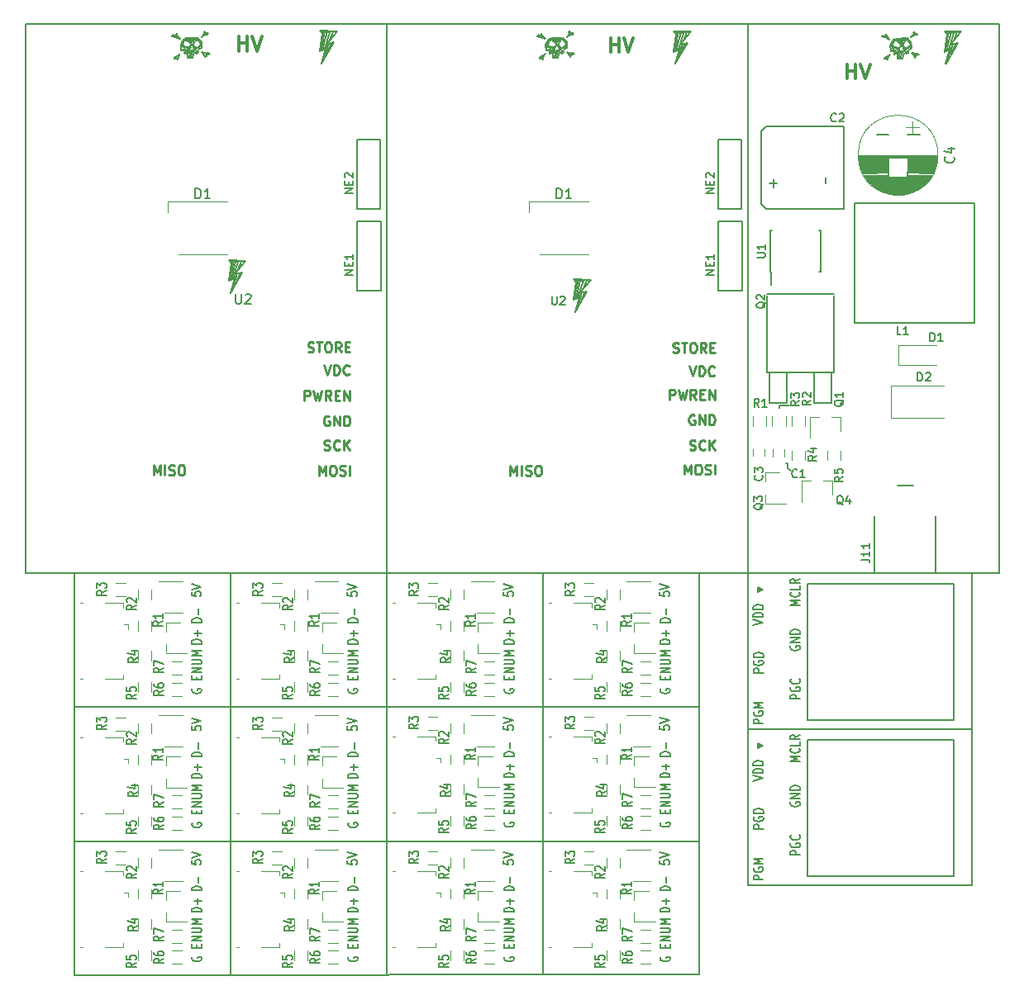
<source format=gto>
%TF.GenerationSoftware,KiCad,Pcbnew,4.0.7*%
%TF.CreationDate,2017-11-22T18:15:43+08:00*%
%TF.ProjectId,nixie-tube-merged,6E697869652D747562652D6D65726765,rev?*%
%TF.FileFunction,Legend,Top*%
%FSLAX46Y46*%
G04 Gerber Fmt 4.6, Leading zero omitted, Abs format (unit mm)*
G04 Created by KiCad (PCBNEW 4.0.7) date 11/22/17 18:15:43*
%MOMM*%
%LPD*%
G01*
G04 APERTURE LIST*
%ADD10C,0.100000*%
%ADD11C,0.200000*%
%ADD12C,0.187500*%
%ADD13C,0.150000*%
%ADD14C,0.300000*%
%ADD15C,0.250000*%
%ADD16C,0.153000*%
%ADD17C,0.120000*%
G04 APERTURE END LIST*
D10*
D11*
X75009980Y42299990D02*
X75569980Y42059990D01*
X75009980Y41770000D02*
X75009980Y42299990D01*
X75169980Y42110000D02*
X75260000Y42059990D01*
X75009980Y41770000D02*
X75169980Y42110000D01*
X75569980Y42059990D02*
X75009980Y41770000D01*
X75582370Y28303320D02*
X74582380Y28303320D01*
X74582380Y28303320D02*
X74582380Y28608070D01*
X74582380Y28608070D02*
X74629980Y28684270D01*
X74629980Y28684270D02*
X74677600Y28722370D01*
X74677600Y28722370D02*
X74772850Y28760470D01*
X74772850Y28760470D02*
X74915700Y28760470D01*
X74915700Y28760470D02*
X75010950Y28722370D01*
X75010950Y28722370D02*
X75058550Y28684270D01*
X75058550Y28684270D02*
X75106170Y28608070D01*
X75106170Y28608070D02*
X75106170Y28303320D01*
X74629980Y29522370D02*
X74582380Y29446170D01*
X74582380Y29446170D02*
X74582380Y29331890D01*
X74582380Y29331890D02*
X74629980Y29217590D01*
X74629980Y29217590D02*
X74725230Y29141420D01*
X74725230Y29141420D02*
X74820480Y29103320D01*
X74820480Y29103320D02*
X75010950Y29065220D01*
X75010950Y29065220D02*
X75153800Y29065220D01*
X75153800Y29065220D02*
X75344270Y29103320D01*
X75344270Y29103320D02*
X75439520Y29141420D01*
X75439520Y29141420D02*
X75534750Y29217590D01*
X75534750Y29217590D02*
X75582370Y29331890D01*
X75582370Y29331890D02*
X75582370Y29408090D01*
X75582370Y29408090D02*
X75534750Y29522370D01*
X75534750Y29522370D02*
X75487120Y29560470D01*
X75487120Y29560470D02*
X75153800Y29560470D01*
X75153800Y29560470D02*
X75153800Y29408090D01*
X75582370Y29903320D02*
X74582380Y29903320D01*
X74582380Y29903320D02*
X75296650Y30169990D01*
X75296650Y30169990D02*
X74582380Y30436640D01*
X74582380Y30436640D02*
X75582370Y30436640D01*
X79382370Y30820460D02*
X78382370Y30820460D01*
X78382370Y30820460D02*
X78382370Y31125240D01*
X78382370Y31125240D02*
X78429990Y31201410D01*
X78429990Y31201410D02*
X78477620Y31239510D01*
X78477620Y31239510D02*
X78572840Y31277610D01*
X78572840Y31277610D02*
X78715690Y31277610D01*
X78715690Y31277610D02*
X78810940Y31239510D01*
X78810940Y31239510D02*
X78858570Y31201410D01*
X78858570Y31201410D02*
X78906170Y31125240D01*
X78906170Y31125240D02*
X78906170Y30820460D01*
X78429990Y32039510D02*
X78382370Y31963310D01*
X78382370Y31963310D02*
X78382370Y31849030D01*
X78382370Y31849030D02*
X78429990Y31734760D01*
X78429990Y31734760D02*
X78525220Y31658560D01*
X78525220Y31658560D02*
X78620470Y31620460D01*
X78620470Y31620460D02*
X78810940Y31582360D01*
X78810940Y31582360D02*
X78953790Y31582360D01*
X78953790Y31582360D02*
X79144270Y31620460D01*
X79144270Y31620460D02*
X79239520Y31658560D01*
X79239520Y31658560D02*
X79334740Y31734760D01*
X79334740Y31734760D02*
X79382370Y31849030D01*
X79382370Y31849030D02*
X79382370Y31925230D01*
X79382370Y31925230D02*
X79334740Y32039510D01*
X79334740Y32039510D02*
X79287140Y32077610D01*
X79287140Y32077610D02*
X78953790Y32077610D01*
X78953790Y32077610D02*
X78953790Y31925230D01*
X79287140Y32877610D02*
X79334740Y32839510D01*
X79334740Y32839510D02*
X79382370Y32725230D01*
X79382370Y32725230D02*
X79382370Y32649030D01*
X79382370Y32649030D02*
X79334740Y32534760D01*
X79334740Y32534760D02*
X79239520Y32458560D01*
X79239520Y32458560D02*
X79144270Y32420460D01*
X79144270Y32420460D02*
X78953790Y32382360D01*
X78953790Y32382360D02*
X78810940Y32382360D01*
X78810940Y32382360D02*
X78620470Y32420460D01*
X78620470Y32420460D02*
X78525220Y32458560D01*
X78525220Y32458560D02*
X78429990Y32534760D01*
X78429990Y32534760D02*
X78382370Y32649030D01*
X78382370Y32649030D02*
X78382370Y32725230D01*
X78382370Y32725230D02*
X78429990Y32839510D01*
X78429990Y32839510D02*
X78477620Y32877610D01*
X75592360Y33510470D02*
X74592360Y33510470D01*
X74592360Y33510470D02*
X74592360Y33815220D01*
X74592360Y33815220D02*
X74639980Y33891420D01*
X74639980Y33891420D02*
X74687610Y33929520D01*
X74687610Y33929520D02*
X74782830Y33967600D01*
X74782830Y33967600D02*
X74925710Y33967600D01*
X74925710Y33967600D02*
X75020930Y33929520D01*
X75020930Y33929520D02*
X75068560Y33891420D01*
X75068560Y33891420D02*
X75116180Y33815220D01*
X75116180Y33815220D02*
X75116180Y33510470D01*
X74639980Y34729520D02*
X74592360Y34653320D01*
X74592360Y34653320D02*
X74592360Y34539050D01*
X74592360Y34539050D02*
X74639980Y34424750D01*
X74639980Y34424750D02*
X74735230Y34348550D01*
X74735230Y34348550D02*
X74830460Y34310470D01*
X74830460Y34310470D02*
X75020930Y34272370D01*
X75020930Y34272370D02*
X75163810Y34272370D01*
X75163810Y34272370D02*
X75354280Y34310470D01*
X75354280Y34310470D02*
X75449510Y34348550D01*
X75449510Y34348550D02*
X75544760Y34424750D01*
X75544760Y34424750D02*
X75592360Y34539050D01*
X75592360Y34539050D02*
X75592360Y34615220D01*
X75592360Y34615220D02*
X75544760Y34729520D01*
X75544760Y34729520D02*
X75497130Y34767600D01*
X75497130Y34767600D02*
X75163810Y34767600D01*
X75163810Y34767600D02*
X75163810Y34615220D01*
X75592360Y35110470D02*
X74592360Y35110470D01*
X74592360Y35110470D02*
X74592360Y35300950D01*
X74592360Y35300950D02*
X74639980Y35415220D01*
X74639980Y35415220D02*
X74735230Y35491420D01*
X74735230Y35491420D02*
X74830460Y35529520D01*
X74830460Y35529520D02*
X75020930Y35567590D01*
X75020930Y35567590D02*
X75163810Y35567590D01*
X75163810Y35567590D02*
X75354280Y35529520D01*
X75354280Y35529520D02*
X75449510Y35491420D01*
X75449510Y35491420D02*
X75544760Y35415220D01*
X75544760Y35415220D02*
X75592360Y35300950D01*
X75592360Y35300950D02*
X75592360Y35110470D01*
X78419990Y36260460D02*
X78372360Y36184280D01*
X78372360Y36184280D02*
X78372360Y36069980D01*
X78372360Y36069980D02*
X78419990Y35955710D01*
X78419990Y35955710D02*
X78515240Y35879510D01*
X78515240Y35879510D02*
X78610460Y35841410D01*
X78610460Y35841410D02*
X78800930Y35803330D01*
X78800930Y35803330D02*
X78943810Y35803330D01*
X78943810Y35803330D02*
X79134280Y35841410D01*
X79134280Y35841410D02*
X79229510Y35879510D01*
X79229510Y35879510D02*
X79324760Y35955710D01*
X79324760Y35955710D02*
X79372360Y36069980D01*
X79372360Y36069980D02*
X79372360Y36146180D01*
X79372360Y36146180D02*
X79324760Y36260460D01*
X79324760Y36260460D02*
X79277130Y36298560D01*
X79277130Y36298560D02*
X78943810Y36298560D01*
X78943810Y36298560D02*
X78943810Y36146180D01*
X79372360Y36641410D02*
X78372360Y36641410D01*
X78372360Y36641410D02*
X79372360Y37098550D01*
X79372360Y37098550D02*
X78372360Y37098550D01*
X79372360Y37479500D02*
X78372360Y37479500D01*
X78372360Y37479500D02*
X78372360Y37669980D01*
X78372360Y37669980D02*
X78419990Y37784280D01*
X78419990Y37784280D02*
X78515240Y37860450D01*
X78515240Y37860450D02*
X78610460Y37898550D01*
X78610460Y37898550D02*
X78800930Y37936650D01*
X78800930Y37936650D02*
X78943810Y37936650D01*
X78943810Y37936650D02*
X79134280Y37898550D01*
X79134280Y37898550D02*
X79229510Y37860450D01*
X79229510Y37860450D02*
X79324760Y37784280D01*
X79324760Y37784280D02*
X79372360Y37669980D01*
X79372360Y37669980D02*
X79372360Y37479500D01*
X74572370Y38423320D02*
X75572370Y38689990D01*
X75572370Y38689990D02*
X74572370Y38956670D01*
X75572370Y39223320D02*
X74572370Y39223320D01*
X74572370Y39223320D02*
X74572370Y39413790D01*
X74572370Y39413790D02*
X74619990Y39528090D01*
X74619990Y39528090D02*
X74715220Y39604260D01*
X74715220Y39604260D02*
X74810470Y39642360D01*
X74810470Y39642360D02*
X75000940Y39680460D01*
X75000940Y39680460D02*
X75143790Y39680460D01*
X75143790Y39680460D02*
X75334270Y39642360D01*
X75334270Y39642360D02*
X75429520Y39604260D01*
X75429520Y39604260D02*
X75524740Y39528090D01*
X75524740Y39528090D02*
X75572370Y39413790D01*
X75572370Y39413790D02*
X75572370Y39223320D01*
X75572370Y40023310D02*
X74572370Y40023310D01*
X74572370Y40023310D02*
X74572370Y40213790D01*
X74572370Y40213790D02*
X74619990Y40328090D01*
X74619990Y40328090D02*
X74715220Y40404260D01*
X74715220Y40404260D02*
X74810470Y40442360D01*
X74810470Y40442360D02*
X75000940Y40480460D01*
X75000940Y40480460D02*
X75143790Y40480460D01*
X75143790Y40480460D02*
X75334270Y40442360D01*
X75334270Y40442360D02*
X75429520Y40404260D01*
X75429520Y40404260D02*
X75524740Y40328090D01*
X75524740Y40328090D02*
X75572370Y40213790D01*
X75572370Y40213790D02*
X75572370Y40023310D01*
D12*
X79362380Y40466420D02*
X78362380Y40466420D01*
X78362380Y40466420D02*
X79076650Y40716400D01*
X79076650Y40716400D02*
X78362380Y40966420D01*
X78362380Y40966420D02*
X79362380Y40966420D01*
X79267130Y41752140D02*
X79314750Y41716430D01*
X79314750Y41716430D02*
X79362380Y41609260D01*
X79362380Y41609260D02*
X79362380Y41537840D01*
X79362380Y41537840D02*
X79314750Y41430700D01*
X79314750Y41430700D02*
X79219500Y41359280D01*
X79219500Y41359280D02*
X79124280Y41323560D01*
X79124280Y41323560D02*
X78933800Y41287850D01*
X78933800Y41287850D02*
X78790930Y41287850D01*
X78790930Y41287850D02*
X78600450Y41323560D01*
X78600450Y41323560D02*
X78505230Y41359280D01*
X78505230Y41359280D02*
X78409980Y41430700D01*
X78409980Y41430700D02*
X78362380Y41537840D01*
X78362380Y41537840D02*
X78362380Y41609260D01*
X78362380Y41609260D02*
X78409980Y41716430D01*
X78409980Y41716430D02*
X78457600Y41752140D01*
X79362380Y42430700D02*
X79362380Y42073550D01*
X79362380Y42073550D02*
X78362380Y42073550D01*
X79362380Y43109260D02*
X78886180Y42859270D01*
X79362380Y42680710D02*
X78362380Y42680710D01*
X78362380Y42680710D02*
X78362380Y42966410D01*
X78362380Y42966410D02*
X78409980Y43037840D01*
X78409980Y43037840D02*
X78457600Y43073550D01*
X78457600Y43073550D02*
X78552850Y43109260D01*
X78552850Y43109260D02*
X78695700Y43109260D01*
X78695700Y43109260D02*
X78790930Y43073550D01*
X78790930Y43073550D02*
X78838550Y43037840D01*
X78838550Y43037840D02*
X78886180Y42966410D01*
X78886180Y42966410D02*
X78886180Y42680710D01*
D13*
X95110000Y42649980D02*
X95110000Y28649980D01*
X89109980Y42649980D02*
X95110000Y42649980D01*
X80110000Y42649980D02*
X89109980Y42649980D01*
X80110000Y28649980D02*
X80110000Y42649980D01*
X80110000Y28649980D02*
X89109980Y28649980D01*
X89109980Y28649980D02*
X95110000Y28649980D01*
D11*
X75009980Y26300000D02*
X75569980Y26059990D01*
X75009980Y25769980D02*
X75009980Y26300000D01*
X75169980Y26109980D02*
X75260000Y26059990D01*
X75009980Y25769980D02*
X75169980Y26109980D01*
X75569980Y26059990D02*
X75009980Y25769980D01*
X75582370Y12303330D02*
X74582380Y12303330D01*
X74582380Y12303330D02*
X74582380Y12608080D01*
X74582380Y12608080D02*
X74629980Y12684280D01*
X74629980Y12684280D02*
X74677600Y12722380D01*
X74677600Y12722380D02*
X74772850Y12760450D01*
X74772850Y12760450D02*
X74915700Y12760450D01*
X74915700Y12760450D02*
X75010950Y12722380D01*
X75010950Y12722380D02*
X75058550Y12684280D01*
X75058550Y12684280D02*
X75106170Y12608080D01*
X75106170Y12608080D02*
X75106170Y12303330D01*
X74629980Y13522380D02*
X74582380Y13446180D01*
X74582380Y13446180D02*
X74582380Y13331900D01*
X74582380Y13331900D02*
X74629980Y13217600D01*
X74629980Y13217600D02*
X74725230Y13141430D01*
X74725230Y13141430D02*
X74820480Y13103330D01*
X74820480Y13103330D02*
X75010950Y13065230D01*
X75010950Y13065230D02*
X75153800Y13065230D01*
X75153800Y13065230D02*
X75344270Y13103330D01*
X75344270Y13103330D02*
X75439520Y13141430D01*
X75439520Y13141430D02*
X75534750Y13217600D01*
X75534750Y13217600D02*
X75582370Y13331900D01*
X75582370Y13331900D02*
X75582370Y13408080D01*
X75582370Y13408080D02*
X75534750Y13522380D01*
X75534750Y13522380D02*
X75487120Y13560450D01*
X75487120Y13560450D02*
X75153800Y13560450D01*
X75153800Y13560450D02*
X75153800Y13408080D01*
X75582370Y13903330D02*
X74582380Y13903330D01*
X74582380Y13903330D02*
X75296650Y14169970D01*
X75296650Y14169970D02*
X74582380Y14436650D01*
X74582380Y14436650D02*
X75582370Y14436650D01*
X79382370Y14820470D02*
X78382370Y14820470D01*
X78382370Y14820470D02*
X78382370Y15125220D01*
X78382370Y15125220D02*
X78429990Y15201420D01*
X78429990Y15201420D02*
X78477620Y15239520D01*
X78477620Y15239520D02*
X78572840Y15277620D01*
X78572840Y15277620D02*
X78715690Y15277620D01*
X78715690Y15277620D02*
X78810940Y15239520D01*
X78810940Y15239520D02*
X78858570Y15201420D01*
X78858570Y15201420D02*
X78906170Y15125220D01*
X78906170Y15125220D02*
X78906170Y14820470D01*
X78429990Y16039520D02*
X78382370Y15963320D01*
X78382370Y15963320D02*
X78382370Y15849040D01*
X78382370Y15849040D02*
X78429990Y15734740D01*
X78429990Y15734740D02*
X78525220Y15658570D01*
X78525220Y15658570D02*
X78620470Y15620470D01*
X78620470Y15620470D02*
X78810940Y15582370D01*
X78810940Y15582370D02*
X78953790Y15582370D01*
X78953790Y15582370D02*
X79144270Y15620470D01*
X79144270Y15620470D02*
X79239520Y15658570D01*
X79239520Y15658570D02*
X79334740Y15734740D01*
X79334740Y15734740D02*
X79382370Y15849040D01*
X79382370Y15849040D02*
X79382370Y15925220D01*
X79382370Y15925220D02*
X79334740Y16039520D01*
X79334740Y16039520D02*
X79287140Y16077620D01*
X79287140Y16077620D02*
X78953790Y16077620D01*
X78953790Y16077620D02*
X78953790Y15925220D01*
X79287140Y16877610D02*
X79334740Y16839510D01*
X79334740Y16839510D02*
X79382370Y16725210D01*
X79382370Y16725210D02*
X79382370Y16649040D01*
X79382370Y16649040D02*
X79334740Y16534740D01*
X79334740Y16534740D02*
X79239520Y16458570D01*
X79239520Y16458570D02*
X79144270Y16420470D01*
X79144270Y16420470D02*
X78953790Y16382370D01*
X78953790Y16382370D02*
X78810940Y16382370D01*
X78810940Y16382370D02*
X78620470Y16420470D01*
X78620470Y16420470D02*
X78525220Y16458570D01*
X78525220Y16458570D02*
X78429990Y16534740D01*
X78429990Y16534740D02*
X78382370Y16649040D01*
X78382370Y16649040D02*
X78382370Y16725210D01*
X78382370Y16725210D02*
X78429990Y16839510D01*
X78429990Y16839510D02*
X78477620Y16877610D01*
X75592360Y17510460D02*
X74592360Y17510460D01*
X74592360Y17510460D02*
X74592360Y17815230D01*
X74592360Y17815230D02*
X74639980Y17891400D01*
X74639980Y17891400D02*
X74687610Y17929500D01*
X74687610Y17929500D02*
X74782830Y17967600D01*
X74782830Y17967600D02*
X74925710Y17967600D01*
X74925710Y17967600D02*
X75020930Y17929500D01*
X75020930Y17929500D02*
X75068560Y17891400D01*
X75068560Y17891400D02*
X75116180Y17815230D01*
X75116180Y17815230D02*
X75116180Y17510460D01*
X74639980Y18729500D02*
X74592360Y18653330D01*
X74592360Y18653330D02*
X74592360Y18539030D01*
X74592360Y18539030D02*
X74639980Y18424750D01*
X74639980Y18424750D02*
X74735230Y18348550D01*
X74735230Y18348550D02*
X74830460Y18310450D01*
X74830460Y18310450D02*
X75020930Y18272380D01*
X75020930Y18272380D02*
X75163810Y18272380D01*
X75163810Y18272380D02*
X75354280Y18310450D01*
X75354280Y18310450D02*
X75449510Y18348550D01*
X75449510Y18348550D02*
X75544760Y18424750D01*
X75544760Y18424750D02*
X75592360Y18539030D01*
X75592360Y18539030D02*
X75592360Y18615230D01*
X75592360Y18615230D02*
X75544760Y18729500D01*
X75544760Y18729500D02*
X75497130Y18767600D01*
X75497130Y18767600D02*
X75163810Y18767600D01*
X75163810Y18767600D02*
X75163810Y18615230D01*
X75592360Y19110450D02*
X74592360Y19110450D01*
X74592360Y19110450D02*
X74592360Y19300930D01*
X74592360Y19300930D02*
X74639980Y19415230D01*
X74639980Y19415230D02*
X74735230Y19491430D01*
X74735230Y19491430D02*
X74830460Y19529500D01*
X74830460Y19529500D02*
X75020930Y19567600D01*
X75020930Y19567600D02*
X75163810Y19567600D01*
X75163810Y19567600D02*
X75354280Y19529500D01*
X75354280Y19529500D02*
X75449510Y19491430D01*
X75449510Y19491430D02*
X75544760Y19415230D01*
X75544760Y19415230D02*
X75592360Y19300930D01*
X75592360Y19300930D02*
X75592360Y19110450D01*
X78419990Y20260460D02*
X78372360Y20184260D01*
X78372360Y20184260D02*
X78372360Y20069990D01*
X78372360Y20069990D02*
X78419990Y19955710D01*
X78419990Y19955710D02*
X78515240Y19879510D01*
X78515240Y19879510D02*
X78610460Y19841410D01*
X78610460Y19841410D02*
X78800930Y19803310D01*
X78800930Y19803310D02*
X78943810Y19803310D01*
X78943810Y19803310D02*
X79134280Y19841410D01*
X79134280Y19841410D02*
X79229510Y19879510D01*
X79229510Y19879510D02*
X79324760Y19955710D01*
X79324760Y19955710D02*
X79372360Y20069990D01*
X79372360Y20069990D02*
X79372360Y20146190D01*
X79372360Y20146190D02*
X79324760Y20260460D01*
X79324760Y20260460D02*
X79277130Y20298560D01*
X79277130Y20298560D02*
X78943810Y20298560D01*
X78943810Y20298560D02*
X78943810Y20146190D01*
X79372360Y20641410D02*
X78372360Y20641410D01*
X78372360Y20641410D02*
X79372360Y21098560D01*
X79372360Y21098560D02*
X78372360Y21098560D01*
X79372360Y21479510D02*
X78372360Y21479510D01*
X78372360Y21479510D02*
X78372360Y21669980D01*
X78372360Y21669980D02*
X78419990Y21784280D01*
X78419990Y21784280D02*
X78515240Y21860460D01*
X78515240Y21860460D02*
X78610460Y21898560D01*
X78610460Y21898560D02*
X78800930Y21936660D01*
X78800930Y21936660D02*
X78943810Y21936660D01*
X78943810Y21936660D02*
X79134280Y21898560D01*
X79134280Y21898560D02*
X79229510Y21860460D01*
X79229510Y21860460D02*
X79324760Y21784280D01*
X79324760Y21784280D02*
X79372360Y21669980D01*
X79372360Y21669980D02*
X79372360Y21479510D01*
X74572370Y22423320D02*
X75572370Y22690000D01*
X75572370Y22690000D02*
X74572370Y22956650D01*
X75572370Y23223320D02*
X74572370Y23223320D01*
X74572370Y23223320D02*
X74572370Y23413800D01*
X74572370Y23413800D02*
X74619990Y23528070D01*
X74619990Y23528070D02*
X74715220Y23604270D01*
X74715220Y23604270D02*
X74810470Y23642370D01*
X74810470Y23642370D02*
X75000940Y23680470D01*
X75000940Y23680470D02*
X75143790Y23680470D01*
X75143790Y23680470D02*
X75334270Y23642370D01*
X75334270Y23642370D02*
X75429520Y23604270D01*
X75429520Y23604270D02*
X75524740Y23528070D01*
X75524740Y23528070D02*
X75572370Y23413800D01*
X75572370Y23413800D02*
X75572370Y23223320D01*
X75572370Y24023320D02*
X74572370Y24023320D01*
X74572370Y24023320D02*
X74572370Y24213790D01*
X74572370Y24213790D02*
X74619990Y24328070D01*
X74619990Y24328070D02*
X74715220Y24404270D01*
X74715220Y24404270D02*
X74810470Y24442370D01*
X74810470Y24442370D02*
X75000940Y24480470D01*
X75000940Y24480470D02*
X75143790Y24480470D01*
X75143790Y24480470D02*
X75334270Y24442370D01*
X75334270Y24442370D02*
X75429520Y24404270D01*
X75429520Y24404270D02*
X75524740Y24328070D01*
X75524740Y24328070D02*
X75572370Y24213790D01*
X75572370Y24213790D02*
X75572370Y24023320D01*
D12*
X79362380Y24466420D02*
X78362380Y24466420D01*
X78362380Y24466420D02*
X79076650Y24716410D01*
X79076650Y24716410D02*
X78362380Y24966420D01*
X78362380Y24966420D02*
X79362380Y24966420D01*
X79267130Y25752120D02*
X79314750Y25716410D01*
X79314750Y25716410D02*
X79362380Y25609270D01*
X79362380Y25609270D02*
X79362380Y25537850D01*
X79362380Y25537850D02*
X79314750Y25430710D01*
X79314750Y25430710D02*
X79219500Y25359280D01*
X79219500Y25359280D02*
X79124280Y25323550D01*
X79124280Y25323550D02*
X78933800Y25287830D01*
X78933800Y25287830D02*
X78790930Y25287830D01*
X78790930Y25287830D02*
X78600450Y25323550D01*
X78600450Y25323550D02*
X78505230Y25359280D01*
X78505230Y25359280D02*
X78409980Y25430710D01*
X78409980Y25430710D02*
X78362380Y25537850D01*
X78362380Y25537850D02*
X78362380Y25609270D01*
X78362380Y25609270D02*
X78409980Y25716410D01*
X78409980Y25716410D02*
X78457600Y25752120D01*
X79362380Y26430710D02*
X79362380Y26073560D01*
X79362380Y26073560D02*
X78362380Y26073560D01*
X79362380Y27109270D02*
X78886180Y26859280D01*
X79362380Y26680690D02*
X78362380Y26680690D01*
X78362380Y26680690D02*
X78362380Y26966420D01*
X78362380Y26966420D02*
X78409980Y27037840D01*
X78409980Y27037840D02*
X78457600Y27073560D01*
X78457600Y27073560D02*
X78552850Y27109270D01*
X78552850Y27109270D02*
X78695700Y27109270D01*
X78695700Y27109270D02*
X78790930Y27073560D01*
X78790930Y27073560D02*
X78838550Y27037840D01*
X78838550Y27037840D02*
X78886180Y26966420D01*
X78886180Y26966420D02*
X78886180Y26680690D01*
D13*
X95110000Y26649980D02*
X95110000Y12649990D01*
X89109980Y26649980D02*
X95110000Y26649980D01*
X80110000Y26649980D02*
X89109980Y26649980D01*
X80110000Y12649990D02*
X80110000Y26649980D01*
X80110000Y12649990D02*
X89109980Y12649990D01*
X89109980Y12649990D02*
X95110000Y12649990D01*
D14*
X21878570Y97271410D02*
X21878570Y98771410D01*
X21878570Y98057130D02*
X22735690Y98057130D01*
X22735690Y97271410D02*
X22735690Y98771410D01*
X23235690Y98771410D02*
X23735690Y97271410D01*
X23735690Y97271410D02*
X24235710Y98771410D01*
D15*
X13128550Y53797610D02*
X13128550Y54797600D01*
X13128550Y54797600D02*
X13461900Y54083330D01*
X13461900Y54083330D02*
X13795220Y54797600D01*
X13795220Y54797600D02*
X13795220Y53797610D01*
X14271420Y53797610D02*
X14271420Y54797600D01*
X14700000Y53845230D02*
X14842850Y53797610D01*
X14842850Y53797610D02*
X15080950Y53797610D01*
X15080950Y53797610D02*
X15176170Y53845230D01*
X15176170Y53845230D02*
X15223790Y53892860D01*
X15223790Y53892860D02*
X15271420Y53988080D01*
X15271420Y53988080D02*
X15271420Y54083330D01*
X15271420Y54083330D02*
X15223790Y54178560D01*
X15223790Y54178560D02*
X15176170Y54226180D01*
X15176170Y54226180D02*
X15080950Y54273810D01*
X15080950Y54273810D02*
X14890470Y54321410D01*
X14890470Y54321410D02*
X14795220Y54369030D01*
X14795220Y54369030D02*
X14747600Y54416660D01*
X14747600Y54416660D02*
X14700000Y54511880D01*
X14700000Y54511880D02*
X14700000Y54607130D01*
X14700000Y54607130D02*
X14747600Y54702380D01*
X14747600Y54702380D02*
X14795220Y54749980D01*
X14795220Y54749980D02*
X14890470Y54797600D01*
X14890470Y54797600D02*
X15128570Y54797600D01*
X15128570Y54797600D02*
X15271420Y54749980D01*
X15890470Y54797600D02*
X16080940Y54797600D01*
X16080940Y54797600D02*
X16176170Y54749980D01*
X16176170Y54749980D02*
X16271420Y54654750D01*
X16271420Y54654750D02*
X16319040Y54464280D01*
X16319040Y54464280D02*
X16319040Y54130930D01*
X16319040Y54130930D02*
X16271420Y53940460D01*
X16271420Y53940460D02*
X16176170Y53845230D01*
X16176170Y53845230D02*
X16080940Y53797610D01*
X16080940Y53797610D02*
X15890470Y53797610D01*
X15890470Y53797610D02*
X15795220Y53845230D01*
X15795220Y53845230D02*
X15699990Y53940460D01*
X15699990Y53940460D02*
X15652370Y54130930D01*
X15652370Y54130930D02*
X15652370Y54464280D01*
X15652370Y54464280D02*
X15699990Y54654750D01*
X15699990Y54654750D02*
X15795220Y54749980D01*
X15795220Y54749980D02*
X15890470Y54797600D01*
X30078550Y53747590D02*
X30078550Y54747620D01*
X30078550Y54747620D02*
X30411900Y54033320D01*
X30411900Y54033320D02*
X30745230Y54747620D01*
X30745230Y54747620D02*
X30745230Y53747590D01*
X31411900Y54747620D02*
X31602380Y54747620D01*
X31602380Y54747620D02*
X31697600Y54699990D01*
X31697600Y54699990D02*
X31792850Y54604740D01*
X31792850Y54604740D02*
X31840470Y54414270D01*
X31840470Y54414270D02*
X31840470Y54080940D01*
X31840470Y54080940D02*
X31792850Y53890470D01*
X31792850Y53890470D02*
X31697600Y53795220D01*
X31697600Y53795220D02*
X31602380Y53747590D01*
X31602380Y53747590D02*
X31411900Y53747590D01*
X31411900Y53747590D02*
X31316650Y53795220D01*
X31316650Y53795220D02*
X31221430Y53890470D01*
X31221430Y53890470D02*
X31173800Y54080940D01*
X31173800Y54080940D02*
X31173800Y54414270D01*
X31173800Y54414270D02*
X31221430Y54604740D01*
X31221430Y54604740D02*
X31316650Y54699990D01*
X31316650Y54699990D02*
X31411900Y54747620D01*
X32221420Y53795220D02*
X32364270Y53747590D01*
X32364270Y53747590D02*
X32602370Y53747590D01*
X32602370Y53747590D02*
X32697600Y53795220D01*
X32697600Y53795220D02*
X32745220Y53842840D01*
X32745220Y53842840D02*
X32792850Y53938090D01*
X32792850Y53938090D02*
X32792850Y54033320D01*
X32792850Y54033320D02*
X32745220Y54128570D01*
X32745220Y54128570D02*
X32697600Y54176170D01*
X32697600Y54176170D02*
X32602370Y54223790D01*
X32602370Y54223790D02*
X32411900Y54271420D01*
X32411900Y54271420D02*
X32316650Y54319040D01*
X32316650Y54319040D02*
X32269020Y54366640D01*
X32269020Y54366640D02*
X32221420Y54461890D01*
X32221420Y54461890D02*
X32221420Y54557140D01*
X32221420Y54557140D02*
X32269020Y54652370D01*
X32269020Y54652370D02*
X32316650Y54699990D01*
X32316650Y54699990D02*
X32411900Y54747620D01*
X32411900Y54747620D02*
X32650000Y54747620D01*
X32650000Y54747620D02*
X32792850Y54699990D01*
X33221420Y53747590D02*
X33221420Y54747620D01*
X30614260Y56395210D02*
X30757140Y56347610D01*
X30757140Y56347610D02*
X30995240Y56347610D01*
X30995240Y56347610D02*
X31090460Y56395210D01*
X31090460Y56395210D02*
X31138090Y56442840D01*
X31138090Y56442840D02*
X31185710Y56538090D01*
X31185710Y56538090D02*
X31185710Y56633310D01*
X31185710Y56633310D02*
X31138090Y56728560D01*
X31138090Y56728560D02*
X31090460Y56776190D01*
X31090460Y56776190D02*
X30995240Y56823790D01*
X30995240Y56823790D02*
X30804740Y56871410D01*
X30804740Y56871410D02*
X30709510Y56919040D01*
X30709510Y56919040D02*
X30661890Y56966660D01*
X30661890Y56966660D02*
X30614260Y57061890D01*
X30614260Y57061890D02*
X30614260Y57157140D01*
X30614260Y57157140D02*
X30661890Y57252360D01*
X30661890Y57252360D02*
X30709510Y57299990D01*
X30709510Y57299990D02*
X30804740Y57347610D01*
X30804740Y57347610D02*
X31042840Y57347610D01*
X31042840Y57347610D02*
X31185710Y57299990D01*
X32185710Y56442840D02*
X32138090Y56395210D01*
X32138090Y56395210D02*
X31995240Y56347610D01*
X31995240Y56347610D02*
X31899990Y56347610D01*
X31899990Y56347610D02*
X31757140Y56395210D01*
X31757140Y56395210D02*
X31661890Y56490460D01*
X31661890Y56490460D02*
X31614260Y56585710D01*
X31614260Y56585710D02*
X31566660Y56776190D01*
X31566660Y56776190D02*
X31566660Y56919040D01*
X31566660Y56919040D02*
X31614260Y57109510D01*
X31614260Y57109510D02*
X31661890Y57204740D01*
X31661890Y57204740D02*
X31757140Y57299990D01*
X31757140Y57299990D02*
X31899990Y57347610D01*
X31899990Y57347610D02*
X31995240Y57347610D01*
X31995240Y57347610D02*
X32138090Y57299990D01*
X32138090Y57299990D02*
X32185710Y57252360D01*
X32614290Y56347610D02*
X32614290Y57347610D01*
X33185710Y56347610D02*
X32757140Y56919040D01*
X33185710Y57347610D02*
X32614290Y56776190D01*
X31138090Y59799980D02*
X31042840Y59847610D01*
X31042840Y59847610D02*
X30899990Y59847610D01*
X30899990Y59847610D02*
X30757140Y59799980D01*
X30757140Y59799980D02*
X30661890Y59704760D01*
X30661890Y59704760D02*
X30614260Y59609510D01*
X30614260Y59609510D02*
X30566660Y59419030D01*
X30566660Y59419030D02*
X30566660Y59276180D01*
X30566660Y59276180D02*
X30614260Y59085710D01*
X30614260Y59085710D02*
X30661890Y58990460D01*
X30661890Y58990460D02*
X30757140Y58895230D01*
X30757140Y58895230D02*
X30899990Y58847610D01*
X30899990Y58847610D02*
X30995240Y58847610D01*
X30995240Y58847610D02*
X31138090Y58895230D01*
X31138090Y58895230D02*
X31185710Y58942830D01*
X31185710Y58942830D02*
X31185710Y59276180D01*
X31185710Y59276180D02*
X30995240Y59276180D01*
X31614260Y58847610D02*
X31614260Y59847610D01*
X31614260Y59847610D02*
X32185710Y58847610D01*
X32185710Y58847610D02*
X32185710Y59847610D01*
X32661890Y58847610D02*
X32661890Y59847610D01*
X32661890Y59847610D02*
X32899990Y59847610D01*
X32899990Y59847610D02*
X33042830Y59799980D01*
X33042830Y59799980D02*
X33138080Y59704760D01*
X33138080Y59704760D02*
X33185710Y59609510D01*
X33185710Y59609510D02*
X33233310Y59419030D01*
X33233310Y59419030D02*
X33233310Y59276180D01*
X33233310Y59276180D02*
X33185710Y59085710D01*
X33185710Y59085710D02*
X33138080Y58990460D01*
X33138080Y58990460D02*
X33042830Y58895230D01*
X33042830Y58895230D02*
X32899990Y58847610D01*
X32899990Y58847610D02*
X32661890Y58847610D01*
X28590470Y61447600D02*
X28590470Y62447600D01*
X28590470Y62447600D02*
X28971420Y62447600D01*
X28971420Y62447600D02*
X29066640Y62399980D01*
X29066640Y62399980D02*
X29114270Y62352380D01*
X29114270Y62352380D02*
X29161890Y62257130D01*
X29161890Y62257130D02*
X29161890Y62114280D01*
X29161890Y62114280D02*
X29114270Y62019030D01*
X29114270Y62019030D02*
X29066640Y61971430D01*
X29066640Y61971430D02*
X28971420Y61923800D01*
X28971420Y61923800D02*
X28590470Y61923800D01*
X29495220Y62447600D02*
X29733320Y61447600D01*
X29733320Y61447600D02*
X29923790Y62161900D01*
X29923790Y62161900D02*
X30114270Y61447600D01*
X30114270Y61447600D02*
X30352370Y62447600D01*
X31304740Y61447600D02*
X30971410Y61923800D01*
X30733310Y61447600D02*
X30733310Y62447600D01*
X30733310Y62447600D02*
X31114260Y62447600D01*
X31114260Y62447600D02*
X31209510Y62399980D01*
X31209510Y62399980D02*
X31257140Y62352380D01*
X31257140Y62352380D02*
X31304740Y62257130D01*
X31304740Y62257130D02*
X31304740Y62114280D01*
X31304740Y62114280D02*
X31257140Y62019030D01*
X31257140Y62019030D02*
X31209510Y61971430D01*
X31209510Y61971430D02*
X31114260Y61923800D01*
X31114260Y61923800D02*
X30733310Y61923800D01*
X31733310Y61971430D02*
X32066660Y61971430D01*
X32209510Y61447600D02*
X31733310Y61447600D01*
X31733310Y61447600D02*
X31733310Y62447600D01*
X31733310Y62447600D02*
X32209510Y62447600D01*
X32638090Y61447600D02*
X32638090Y62447600D01*
X32638090Y62447600D02*
X33209510Y61447600D01*
X33209510Y61447600D02*
X33209510Y62447600D01*
X30616650Y65047600D02*
X30949980Y64047600D01*
X30949980Y64047600D02*
X31283330Y65047600D01*
X31616650Y64047600D02*
X31616650Y65047600D01*
X31616650Y65047600D02*
X31854750Y65047600D01*
X31854750Y65047600D02*
X31997600Y65000000D01*
X31997600Y65000000D02*
X32092850Y64904750D01*
X32092850Y64904750D02*
X32140470Y64809520D01*
X32140470Y64809520D02*
X32188070Y64619020D01*
X32188070Y64619020D02*
X32188070Y64476170D01*
X32188070Y64476170D02*
X32140470Y64285700D01*
X32140470Y64285700D02*
X32092850Y64190470D01*
X32092850Y64190470D02*
X31997600Y64095220D01*
X31997600Y64095220D02*
X31854750Y64047600D01*
X31854750Y64047600D02*
X31616650Y64047600D01*
X33188070Y64142850D02*
X33140470Y64095220D01*
X33140470Y64095220D02*
X32997600Y64047600D01*
X32997600Y64047600D02*
X32902370Y64047600D01*
X32902370Y64047600D02*
X32759520Y64095220D01*
X32759520Y64095220D02*
X32664270Y64190470D01*
X32664270Y64190470D02*
X32616650Y64285700D01*
X32616650Y64285700D02*
X32569020Y64476170D01*
X32569020Y64476170D02*
X32569020Y64619020D01*
X32569020Y64619020D02*
X32616650Y64809520D01*
X32616650Y64809520D02*
X32664270Y64904750D01*
X32664270Y64904750D02*
X32759520Y65000000D01*
X32759520Y65000000D02*
X32902370Y65047600D01*
X32902370Y65047600D02*
X32997600Y65047600D01*
X32997600Y65047600D02*
X33140470Y65000000D01*
X33140470Y65000000D02*
X33188070Y64952370D01*
X28957140Y66445230D02*
X29099990Y66397610D01*
X29099990Y66397610D02*
X29338090Y66397610D01*
X29338090Y66397610D02*
X29433320Y66445230D01*
X29433320Y66445230D02*
X29480940Y66492860D01*
X29480940Y66492860D02*
X29528570Y66588080D01*
X29528570Y66588080D02*
X29528570Y66683330D01*
X29528570Y66683330D02*
X29480940Y66778560D01*
X29480940Y66778560D02*
X29433320Y66826180D01*
X29433320Y66826180D02*
X29338090Y66873810D01*
X29338090Y66873810D02*
X29147620Y66921410D01*
X29147620Y66921410D02*
X29052370Y66969030D01*
X29052370Y66969030D02*
X29004740Y67016660D01*
X29004740Y67016660D02*
X28957140Y67111880D01*
X28957140Y67111880D02*
X28957140Y67207130D01*
X28957140Y67207130D02*
X29004740Y67302380D01*
X29004740Y67302380D02*
X29052370Y67349980D01*
X29052370Y67349980D02*
X29147620Y67397600D01*
X29147620Y67397600D02*
X29385690Y67397600D01*
X29385690Y67397600D02*
X29528570Y67349980D01*
X29814270Y67397600D02*
X30385690Y67397600D01*
X30099990Y66397610D02*
X30099990Y67397600D01*
X30909510Y67397600D02*
X31099990Y67397600D01*
X31099990Y67397600D02*
X31195240Y67349980D01*
X31195240Y67349980D02*
X31290460Y67254760D01*
X31290460Y67254760D02*
X31338090Y67064280D01*
X31338090Y67064280D02*
X31338090Y66730930D01*
X31338090Y66730930D02*
X31290460Y66540460D01*
X31290460Y66540460D02*
X31195240Y66445230D01*
X31195240Y66445230D02*
X31099990Y66397610D01*
X31099990Y66397610D02*
X30909510Y66397610D01*
X30909510Y66397610D02*
X30814260Y66445230D01*
X30814260Y66445230D02*
X30719040Y66540460D01*
X30719040Y66540460D02*
X30671410Y66730930D01*
X30671410Y66730930D02*
X30671410Y67064280D01*
X30671410Y67064280D02*
X30719040Y67254760D01*
X30719040Y67254760D02*
X30814260Y67349980D01*
X30814260Y67349980D02*
X30909510Y67397600D01*
X32338090Y66397610D02*
X32004760Y66873810D01*
X31766660Y66397610D02*
X31766660Y67397600D01*
X31766660Y67397600D02*
X32147610Y67397600D01*
X32147610Y67397600D02*
X32242840Y67349980D01*
X32242840Y67349980D02*
X32290460Y67302380D01*
X32290460Y67302380D02*
X32338090Y67207130D01*
X32338090Y67207130D02*
X32338090Y67064280D01*
X32338090Y67064280D02*
X32290460Y66969030D01*
X32290460Y66969030D02*
X32242840Y66921410D01*
X32242840Y66921410D02*
X32147610Y66873810D01*
X32147610Y66873810D02*
X31766660Y66873810D01*
X32766660Y66921410D02*
X33099980Y66921410D01*
X33242830Y66397610D02*
X32766660Y66397610D01*
X32766660Y66397610D02*
X32766660Y67397600D01*
X32766660Y67397600D02*
X33242830Y67397600D01*
D16*
X21539990Y75679990D02*
X21079990Y73829980D01*
X21209990Y75639980D02*
X21120000Y75239980D01*
X22223980Y74580980D02*
X21009990Y72459980D01*
X21150000Y72839990D02*
X21509990Y73960000D01*
X21820000Y75609980D02*
X21289980Y73929980D01*
X22029980Y74509990D02*
X21590000Y73539990D01*
X21637980Y74129490D02*
X21253980Y73068790D01*
X20983980Y72460790D02*
X21420990Y73943080D01*
X21159980Y75519990D02*
X21089980Y75719990D01*
X21289980Y75760000D02*
X21245980Y75415780D01*
X20842000Y75797590D02*
X22577980Y75738480D01*
X21420990Y73943080D02*
X20835980Y73677400D01*
X20944990Y73862290D02*
X21637980Y74129490D01*
X22149990Y75649990D02*
X21809990Y74860000D01*
X22320000Y75699980D02*
X22479990Y75709980D01*
X22577980Y75738480D02*
X21467980Y74397900D01*
X20835980Y73677400D02*
X21089980Y75519990D01*
X21467980Y74397900D02*
X22223980Y74580980D01*
X21120000Y75299980D02*
X20959980Y74169980D01*
X21369990Y75639980D02*
X22320000Y75699980D01*
X21169990Y75679990D02*
X21159980Y75519990D01*
X21001000Y75722380D02*
X21253980Y75591190D01*
X21720000Y74439980D02*
X21520000Y74009990D01*
X20920000Y73779990D02*
X21529980Y74039980D01*
X21245980Y75415780D02*
X20944990Y73862290D01*
X21089980Y75519990D02*
X20842000Y75797590D01*
X18449980Y96850000D02*
X18869990Y96989980D01*
X15529990Y96450000D02*
X15629990Y96419970D01*
X17399990Y97450000D02*
X17189980Y97769980D01*
X16140000Y97829980D02*
X16389990Y97669990D01*
X17219980Y97729980D02*
X17299990Y97329980D01*
X16640000Y97139990D02*
X16499990Y97289980D01*
X16689980Y97079990D02*
X16510000Y97089980D01*
X17319980Y97699980D02*
X17140000Y97849990D01*
X16689980Y97029980D02*
X16799990Y97139990D01*
X15349980Y98699980D02*
X15559990Y98879990D01*
X15129990Y98890000D02*
X15319980Y98790000D01*
X15649980Y96609990D02*
X15759990Y96820000D01*
X16109980Y98359980D02*
X15909980Y97920000D01*
X16640000Y97489980D02*
X16449980Y97659980D01*
X17240000Y97250000D02*
X16840000Y97259980D01*
X16379980Y97589980D02*
X15989990Y97879990D01*
X16149980Y97450000D02*
X16440000Y97389980D01*
X18049980Y97120000D02*
X18349980Y96850000D01*
X15599990Y98709990D02*
X15529990Y98720000D01*
X16840000Y97639990D02*
X16189990Y97699980D01*
X15989990Y97320000D02*
X16529990Y97229980D01*
X17140000Y96539990D02*
X17329990Y97159980D01*
X16329990Y96979990D02*
X16579980Y97079990D01*
X18099990Y97120000D02*
X18529990Y97009990D01*
X17810000Y97689970D02*
X17929990Y97739990D01*
X15579980Y96689980D02*
X15299990Y96629980D01*
X16769990Y97489980D02*
X16589980Y97569990D01*
X17069990Y97139990D02*
X16989980Y96579990D01*
X17740000Y97120000D02*
X17649980Y97350000D01*
X15989990Y97939990D02*
X16159990Y97629980D01*
X15509980Y96569990D02*
X15529990Y96450000D01*
X16109980Y97929980D02*
X16270000Y98299980D01*
X17429990Y97139990D02*
X17589980Y97009990D01*
X16919980Y97679990D02*
X16719980Y97259980D01*
X18449980Y96959980D02*
X18089980Y97120000D01*
X18349980Y96850000D02*
X18399990Y96650000D01*
X16619980Y97420000D02*
X16889980Y97299980D01*
X16819980Y97179990D02*
X16740000Y97169990D01*
X17489980Y97439990D02*
X17159990Y97959980D01*
X15919980Y97939990D02*
X15979980Y97309990D01*
X15819980Y98469980D02*
X15349980Y98699980D01*
X15559990Y98879990D02*
X15840000Y98499980D01*
X15629990Y96419970D02*
X15649980Y96609990D01*
X15279980Y96509990D02*
X15509980Y96569990D01*
X17549980Y97020000D02*
X17719980Y97139990D01*
X17780000Y97589980D02*
X17249980Y97629980D01*
X15899990Y96969990D02*
X15579980Y96689980D01*
X16729990Y98399980D02*
X16259990Y98349990D01*
X15299990Y96629980D02*
X15279980Y96509990D01*
X15989990Y97879990D02*
X16259990Y98339990D01*
X16989980Y96579990D02*
X17069990Y97139990D01*
X16159990Y97909990D02*
X16249980Y97620000D01*
X15319980Y98790000D02*
X15529990Y99049990D01*
X16719980Y96539990D02*
X16949980Y96529980D01*
X17540000Y97229980D02*
X17419980Y97139990D01*
X15459990Y98909990D02*
X15479980Y99099980D01*
X17379980Y97089980D02*
X17659990Y97269990D01*
X16949980Y96529980D02*
X17149980Y96579990D01*
X16119980Y98369980D02*
X16429990Y98599980D01*
X16259990Y98339990D02*
X16540000Y98529980D01*
X16440000Y97209990D02*
X16289990Y97069990D01*
X16859990Y97099980D02*
X16819980Y96589980D01*
X16829990Y97229980D02*
X17419980Y97369990D01*
X16919980Y97150000D02*
X17210000Y97129980D01*
X18399990Y96650000D02*
X18539990Y96759980D01*
X17279980Y98229980D02*
X16740000Y98399980D01*
X16829990Y98299980D02*
X17069990Y98169980D01*
X18099990Y97589980D02*
X17759980Y97369990D01*
X17959980Y97809990D02*
X17939990Y97709990D01*
X17079980Y98149990D02*
X17229990Y98349990D01*
X18039990Y98720000D02*
X18329990Y99049990D01*
X18399990Y99069980D02*
X18719980Y99099980D01*
X18329990Y99049990D02*
X18280000Y99260000D01*
X18399990Y98939990D02*
X18169990Y98790000D01*
X18039990Y98209990D02*
X17649980Y98620000D01*
X17519980Y98490000D02*
X16569990Y98469980D01*
X16949980Y97999980D02*
X17040000Y97890000D01*
X17040000Y97890000D02*
X16899990Y97709990D01*
X17499990Y98529980D02*
X17179980Y98359980D01*
X18099990Y97620000D02*
X18039990Y98190000D01*
X18280000Y99260000D02*
X18439990Y99269980D01*
X16489980Y98479990D02*
X16949980Y97999980D01*
X17499990Y97499980D02*
X17899990Y97859980D01*
X17610000Y98629980D02*
X16440000Y98599980D01*
X16740000Y98399980D02*
X16659990Y98290000D01*
X16569990Y98469980D02*
X16659990Y98339990D01*
X16810000Y98409990D02*
X17279980Y98229980D01*
X16540000Y98529980D02*
X17599990Y98520000D01*
X18439990Y99269980D02*
X18399990Y99069980D01*
X17119980Y97929980D02*
X17610000Y98469980D01*
X18680000Y98939990D02*
X18399990Y98939990D01*
X17410000Y98290000D02*
X17519980Y98359980D01*
X17980000Y98099980D02*
X18019980Y97589980D01*
X17599990Y98520000D02*
X17980000Y98099980D01*
X18719980Y99099980D02*
X18680000Y98939990D01*
X17740000Y98320000D02*
X17980000Y97979990D01*
X18869990Y96989980D02*
X18669990Y97069990D01*
X18669990Y97069990D02*
X18449980Y96959980D01*
X18539990Y96759980D02*
X18449980Y96850000D01*
X15019990Y98790000D02*
X15129990Y98890000D01*
X15329990Y98709990D02*
X15019990Y98790000D01*
X16649980Y97009990D02*
X16659990Y96529980D01*
X30889980Y99229980D02*
X30429990Y97379990D01*
X30559980Y99190000D02*
X30469990Y98790000D01*
X31573980Y98131000D02*
X30359990Y96009990D01*
X30499990Y96389980D02*
X30859980Y97509990D01*
X31169990Y99160000D02*
X30639990Y97479990D01*
X31380000Y98059980D02*
X30939990Y97089980D01*
X30988000Y97679480D02*
X30603980Y96618780D01*
X30333980Y96010780D02*
X30770980Y97493100D01*
X30510000Y99069980D02*
X30440000Y99269980D01*
X30639990Y99309990D02*
X30595980Y98965790D01*
X30191990Y99347580D02*
X31927980Y99288500D01*
X30770980Y97493100D02*
X30186000Y97227390D01*
X30294990Y97412280D02*
X30988000Y97679480D01*
X31499990Y99199980D02*
X31159980Y98409990D01*
X31669990Y99249990D02*
X31829980Y99260000D01*
X31927980Y99288500D02*
X30818000Y97947890D01*
X30186000Y97227390D02*
X30440000Y99069980D01*
X30818000Y97947890D02*
X31573980Y98131000D01*
X30469990Y98849990D02*
X30310000Y97720000D01*
X30719980Y99190000D02*
X31669990Y99249990D01*
X30519980Y99229980D02*
X30510000Y99069980D01*
X30350990Y99272390D02*
X30603980Y99141180D01*
X31069990Y97990000D02*
X30869990Y97559980D01*
X30269990Y97329980D02*
X30880000Y97589980D01*
X30595980Y98965790D02*
X30294990Y97412280D01*
X30440000Y99069980D02*
X30191990Y99347580D01*
D13*
X36349990Y81049980D02*
X36349990Y88149990D01*
X33950000Y81049980D02*
X36349990Y81049980D01*
X33950000Y88149990D02*
X33950000Y81049980D01*
X36349990Y88149990D02*
X33950000Y88149990D01*
X36399980Y72699980D02*
X36399980Y79799990D01*
X33999980Y72699980D02*
X36399980Y72699980D01*
X33999980Y79799990D02*
X33999980Y72699980D01*
X36399980Y79799990D02*
X33999980Y79799990D01*
D17*
X14549980Y81799990D02*
X20650000Y81799990D01*
X14549980Y80699990D02*
X14549980Y81799990D01*
X20650000Y76400000D02*
X15649980Y76400000D01*
D16*
X33534500Y82667860D02*
X32684520Y82667860D01*
X32684520Y82667860D02*
X33534500Y83153550D01*
X33534500Y83153550D02*
X32684520Y83153550D01*
X33089270Y83558330D02*
X33089270Y83841640D01*
X33534500Y83963080D02*
X33534500Y83558330D01*
X33534500Y83558330D02*
X32684520Y83558330D01*
X32684520Y83558330D02*
X32684520Y83963080D01*
X32765470Y84286900D02*
X32724980Y84327370D01*
X32724980Y84327370D02*
X32684520Y84408310D01*
X32684520Y84408310D02*
X32684520Y84610700D01*
X32684520Y84610700D02*
X32724980Y84691650D01*
X32724980Y84691650D02*
X32765470Y84732140D01*
X32765470Y84732140D02*
X32846420Y84772600D01*
X32846420Y84772600D02*
X32927370Y84772600D01*
X32927370Y84772600D02*
X33048800Y84732140D01*
X33048800Y84732140D02*
X33534500Y84246420D01*
X33534500Y84246420D02*
X33534500Y84772600D01*
X33584520Y74317830D02*
X32734500Y74317830D01*
X32734500Y74317830D02*
X33584520Y74803560D01*
X33584520Y74803560D02*
X32734500Y74803560D01*
X33139280Y75208310D02*
X33139280Y75491640D01*
X33584520Y75613080D02*
X33584520Y75208310D01*
X33584520Y75208310D02*
X32734500Y75208310D01*
X32734500Y75208310D02*
X32734500Y75613080D01*
X33584520Y76422610D02*
X33584520Y75936880D01*
X33584520Y76179760D02*
X32734500Y76179760D01*
X32734500Y76179760D02*
X32855940Y76098810D01*
X32855940Y76098810D02*
X32936890Y76017830D01*
X32936890Y76017830D02*
X32977380Y75936880D01*
D13*
X21538080Y72347610D02*
X21538080Y71538080D01*
X21538080Y71538080D02*
X21585710Y71442830D01*
X21585710Y71442830D02*
X21633330Y71395230D01*
X21633330Y71395230D02*
X21728560Y71347610D01*
X21728560Y71347610D02*
X21919030Y71347610D01*
X21919030Y71347610D02*
X22014280Y71395230D01*
X22014280Y71395230D02*
X22061880Y71442830D01*
X22061880Y71442830D02*
X22109510Y71538080D01*
X22109510Y71538080D02*
X22109510Y72347610D01*
X22538080Y72252360D02*
X22585710Y72299980D01*
X22585710Y72299980D02*
X22680930Y72347610D01*
X22680930Y72347610D02*
X22919030Y72347610D01*
X22919030Y72347610D02*
X23014280Y72299980D01*
X23014280Y72299980D02*
X23061900Y72252360D01*
X23061900Y72252360D02*
X23109500Y72157130D01*
X23109500Y72157130D02*
X23109500Y72061880D01*
X23109500Y72061880D02*
X23061900Y71919030D01*
X23061900Y71919030D02*
X22490460Y71347610D01*
X22490460Y71347610D02*
X23109500Y71347610D01*
X17411900Y82147610D02*
X17411900Y83147610D01*
X17411900Y83147610D02*
X17649980Y83147610D01*
X17649980Y83147610D02*
X17792850Y83099990D01*
X17792850Y83099990D02*
X17888080Y83004760D01*
X17888080Y83004760D02*
X17935700Y82909510D01*
X17935700Y82909510D02*
X17983330Y82719040D01*
X17983330Y82719040D02*
X17983330Y82576190D01*
X17983330Y82576190D02*
X17935700Y82385710D01*
X17935700Y82385710D02*
X17888080Y82290460D01*
X17888080Y82290460D02*
X17792850Y82195210D01*
X17792850Y82195210D02*
X17649980Y82147610D01*
X17649980Y82147610D02*
X17411900Y82147610D01*
X18935700Y82147610D02*
X18364280Y82147610D01*
X18649980Y82147610D02*
X18649980Y83147610D01*
X18649980Y83147610D02*
X18554750Y83004760D01*
X18554750Y83004760D02*
X18459500Y82909510D01*
X18459500Y82909510D02*
X18364280Y82861890D01*
D14*
X21878570Y97271410D02*
X21878570Y98771410D01*
X21878570Y98057130D02*
X22735690Y98057130D01*
X22735690Y97271410D02*
X22735690Y98771410D01*
X23235690Y98771410D02*
X23735690Y97271410D01*
X23735690Y97271410D02*
X24235710Y98771410D01*
D15*
X13128550Y53797610D02*
X13128550Y54797600D01*
X13128550Y54797600D02*
X13461900Y54083330D01*
X13461900Y54083330D02*
X13795220Y54797600D01*
X13795220Y54797600D02*
X13795220Y53797610D01*
X14271420Y53797610D02*
X14271420Y54797600D01*
X14700000Y53845230D02*
X14842850Y53797610D01*
X14842850Y53797610D02*
X15080950Y53797610D01*
X15080950Y53797610D02*
X15176170Y53845230D01*
X15176170Y53845230D02*
X15223790Y53892860D01*
X15223790Y53892860D02*
X15271420Y53988080D01*
X15271420Y53988080D02*
X15271420Y54083330D01*
X15271420Y54083330D02*
X15223790Y54178560D01*
X15223790Y54178560D02*
X15176170Y54226180D01*
X15176170Y54226180D02*
X15080950Y54273810D01*
X15080950Y54273810D02*
X14890470Y54321410D01*
X14890470Y54321410D02*
X14795220Y54369030D01*
X14795220Y54369030D02*
X14747600Y54416660D01*
X14747600Y54416660D02*
X14700000Y54511880D01*
X14700000Y54511880D02*
X14700000Y54607130D01*
X14700000Y54607130D02*
X14747600Y54702380D01*
X14747600Y54702380D02*
X14795220Y54749980D01*
X14795220Y54749980D02*
X14890470Y54797600D01*
X14890470Y54797600D02*
X15128570Y54797600D01*
X15128570Y54797600D02*
X15271420Y54749980D01*
X15890470Y54797600D02*
X16080940Y54797600D01*
X16080940Y54797600D02*
X16176170Y54749980D01*
X16176170Y54749980D02*
X16271420Y54654750D01*
X16271420Y54654750D02*
X16319040Y54464280D01*
X16319040Y54464280D02*
X16319040Y54130930D01*
X16319040Y54130930D02*
X16271420Y53940460D01*
X16271420Y53940460D02*
X16176170Y53845230D01*
X16176170Y53845230D02*
X16080940Y53797610D01*
X16080940Y53797610D02*
X15890470Y53797610D01*
X15890470Y53797610D02*
X15795220Y53845230D01*
X15795220Y53845230D02*
X15699990Y53940460D01*
X15699990Y53940460D02*
X15652370Y54130930D01*
X15652370Y54130930D02*
X15652370Y54464280D01*
X15652370Y54464280D02*
X15699990Y54654750D01*
X15699990Y54654750D02*
X15795220Y54749980D01*
X15795220Y54749980D02*
X15890470Y54797600D01*
X30078550Y53747590D02*
X30078550Y54747620D01*
X30078550Y54747620D02*
X30411900Y54033320D01*
X30411900Y54033320D02*
X30745230Y54747620D01*
X30745230Y54747620D02*
X30745230Y53747590D01*
X31411900Y54747620D02*
X31602380Y54747620D01*
X31602380Y54747620D02*
X31697600Y54699990D01*
X31697600Y54699990D02*
X31792850Y54604740D01*
X31792850Y54604740D02*
X31840470Y54414270D01*
X31840470Y54414270D02*
X31840470Y54080940D01*
X31840470Y54080940D02*
X31792850Y53890470D01*
X31792850Y53890470D02*
X31697600Y53795220D01*
X31697600Y53795220D02*
X31602380Y53747590D01*
X31602380Y53747590D02*
X31411900Y53747590D01*
X31411900Y53747590D02*
X31316650Y53795220D01*
X31316650Y53795220D02*
X31221430Y53890470D01*
X31221430Y53890470D02*
X31173800Y54080940D01*
X31173800Y54080940D02*
X31173800Y54414270D01*
X31173800Y54414270D02*
X31221430Y54604740D01*
X31221430Y54604740D02*
X31316650Y54699990D01*
X31316650Y54699990D02*
X31411900Y54747620D01*
X32221420Y53795220D02*
X32364270Y53747590D01*
X32364270Y53747590D02*
X32602370Y53747590D01*
X32602370Y53747590D02*
X32697600Y53795220D01*
X32697600Y53795220D02*
X32745220Y53842840D01*
X32745220Y53842840D02*
X32792850Y53938090D01*
X32792850Y53938090D02*
X32792850Y54033320D01*
X32792850Y54033320D02*
X32745220Y54128570D01*
X32745220Y54128570D02*
X32697600Y54176170D01*
X32697600Y54176170D02*
X32602370Y54223790D01*
X32602370Y54223790D02*
X32411900Y54271420D01*
X32411900Y54271420D02*
X32316650Y54319040D01*
X32316650Y54319040D02*
X32269020Y54366640D01*
X32269020Y54366640D02*
X32221420Y54461890D01*
X32221420Y54461890D02*
X32221420Y54557140D01*
X32221420Y54557140D02*
X32269020Y54652370D01*
X32269020Y54652370D02*
X32316650Y54699990D01*
X32316650Y54699990D02*
X32411900Y54747620D01*
X32411900Y54747620D02*
X32650000Y54747620D01*
X32650000Y54747620D02*
X32792850Y54699990D01*
X33221420Y53747590D02*
X33221420Y54747620D01*
X30614260Y56395210D02*
X30757140Y56347610D01*
X30757140Y56347610D02*
X30995240Y56347610D01*
X30995240Y56347610D02*
X31090460Y56395210D01*
X31090460Y56395210D02*
X31138090Y56442840D01*
X31138090Y56442840D02*
X31185710Y56538090D01*
X31185710Y56538090D02*
X31185710Y56633310D01*
X31185710Y56633310D02*
X31138090Y56728560D01*
X31138090Y56728560D02*
X31090460Y56776190D01*
X31090460Y56776190D02*
X30995240Y56823790D01*
X30995240Y56823790D02*
X30804740Y56871410D01*
X30804740Y56871410D02*
X30709510Y56919040D01*
X30709510Y56919040D02*
X30661890Y56966660D01*
X30661890Y56966660D02*
X30614260Y57061890D01*
X30614260Y57061890D02*
X30614260Y57157140D01*
X30614260Y57157140D02*
X30661890Y57252360D01*
X30661890Y57252360D02*
X30709510Y57299990D01*
X30709510Y57299990D02*
X30804740Y57347610D01*
X30804740Y57347610D02*
X31042840Y57347610D01*
X31042840Y57347610D02*
X31185710Y57299990D01*
X32185710Y56442840D02*
X32138090Y56395210D01*
X32138090Y56395210D02*
X31995240Y56347610D01*
X31995240Y56347610D02*
X31899990Y56347610D01*
X31899990Y56347610D02*
X31757140Y56395210D01*
X31757140Y56395210D02*
X31661890Y56490460D01*
X31661890Y56490460D02*
X31614260Y56585710D01*
X31614260Y56585710D02*
X31566660Y56776190D01*
X31566660Y56776190D02*
X31566660Y56919040D01*
X31566660Y56919040D02*
X31614260Y57109510D01*
X31614260Y57109510D02*
X31661890Y57204740D01*
X31661890Y57204740D02*
X31757140Y57299990D01*
X31757140Y57299990D02*
X31899990Y57347610D01*
X31899990Y57347610D02*
X31995240Y57347610D01*
X31995240Y57347610D02*
X32138090Y57299990D01*
X32138090Y57299990D02*
X32185710Y57252360D01*
X32614290Y56347610D02*
X32614290Y57347610D01*
X33185710Y56347610D02*
X32757140Y56919040D01*
X33185710Y57347610D02*
X32614290Y56776190D01*
X31138090Y59799980D02*
X31042840Y59847610D01*
X31042840Y59847610D02*
X30899990Y59847610D01*
X30899990Y59847610D02*
X30757140Y59799980D01*
X30757140Y59799980D02*
X30661890Y59704760D01*
X30661890Y59704760D02*
X30614260Y59609510D01*
X30614260Y59609510D02*
X30566660Y59419030D01*
X30566660Y59419030D02*
X30566660Y59276180D01*
X30566660Y59276180D02*
X30614260Y59085710D01*
X30614260Y59085710D02*
X30661890Y58990460D01*
X30661890Y58990460D02*
X30757140Y58895230D01*
X30757140Y58895230D02*
X30899990Y58847610D01*
X30899990Y58847610D02*
X30995240Y58847610D01*
X30995240Y58847610D02*
X31138090Y58895230D01*
X31138090Y58895230D02*
X31185710Y58942830D01*
X31185710Y58942830D02*
X31185710Y59276180D01*
X31185710Y59276180D02*
X30995240Y59276180D01*
X31614260Y58847610D02*
X31614260Y59847610D01*
X31614260Y59847610D02*
X32185710Y58847610D01*
X32185710Y58847610D02*
X32185710Y59847610D01*
X32661890Y58847610D02*
X32661890Y59847610D01*
X32661890Y59847610D02*
X32899990Y59847610D01*
X32899990Y59847610D02*
X33042830Y59799980D01*
X33042830Y59799980D02*
X33138080Y59704760D01*
X33138080Y59704760D02*
X33185710Y59609510D01*
X33185710Y59609510D02*
X33233310Y59419030D01*
X33233310Y59419030D02*
X33233310Y59276180D01*
X33233310Y59276180D02*
X33185710Y59085710D01*
X33185710Y59085710D02*
X33138080Y58990460D01*
X33138080Y58990460D02*
X33042830Y58895230D01*
X33042830Y58895230D02*
X32899990Y58847610D01*
X32899990Y58847610D02*
X32661890Y58847610D01*
X28590470Y61447600D02*
X28590470Y62447600D01*
X28590470Y62447600D02*
X28971420Y62447600D01*
X28971420Y62447600D02*
X29066640Y62399980D01*
X29066640Y62399980D02*
X29114270Y62352380D01*
X29114270Y62352380D02*
X29161890Y62257130D01*
X29161890Y62257130D02*
X29161890Y62114280D01*
X29161890Y62114280D02*
X29114270Y62019030D01*
X29114270Y62019030D02*
X29066640Y61971430D01*
X29066640Y61971430D02*
X28971420Y61923800D01*
X28971420Y61923800D02*
X28590470Y61923800D01*
X29495220Y62447600D02*
X29733320Y61447600D01*
X29733320Y61447600D02*
X29923790Y62161900D01*
X29923790Y62161900D02*
X30114270Y61447600D01*
X30114270Y61447600D02*
X30352370Y62447600D01*
X31304740Y61447600D02*
X30971410Y61923800D01*
X30733310Y61447600D02*
X30733310Y62447600D01*
X30733310Y62447600D02*
X31114260Y62447600D01*
X31114260Y62447600D02*
X31209510Y62399980D01*
X31209510Y62399980D02*
X31257140Y62352380D01*
X31257140Y62352380D02*
X31304740Y62257130D01*
X31304740Y62257130D02*
X31304740Y62114280D01*
X31304740Y62114280D02*
X31257140Y62019030D01*
X31257140Y62019030D02*
X31209510Y61971430D01*
X31209510Y61971430D02*
X31114260Y61923800D01*
X31114260Y61923800D02*
X30733310Y61923800D01*
X31733310Y61971430D02*
X32066660Y61971430D01*
X32209510Y61447600D02*
X31733310Y61447600D01*
X31733310Y61447600D02*
X31733310Y62447600D01*
X31733310Y62447600D02*
X32209510Y62447600D01*
X32638090Y61447600D02*
X32638090Y62447600D01*
X32638090Y62447600D02*
X33209510Y61447600D01*
X33209510Y61447600D02*
X33209510Y62447600D01*
X30616650Y65047600D02*
X30949980Y64047600D01*
X30949980Y64047600D02*
X31283330Y65047600D01*
X31616650Y64047600D02*
X31616650Y65047600D01*
X31616650Y65047600D02*
X31854750Y65047600D01*
X31854750Y65047600D02*
X31997600Y65000000D01*
X31997600Y65000000D02*
X32092850Y64904750D01*
X32092850Y64904750D02*
X32140470Y64809520D01*
X32140470Y64809520D02*
X32188070Y64619020D01*
X32188070Y64619020D02*
X32188070Y64476170D01*
X32188070Y64476170D02*
X32140470Y64285700D01*
X32140470Y64285700D02*
X32092850Y64190470D01*
X32092850Y64190470D02*
X31997600Y64095220D01*
X31997600Y64095220D02*
X31854750Y64047600D01*
X31854750Y64047600D02*
X31616650Y64047600D01*
X33188070Y64142850D02*
X33140470Y64095220D01*
X33140470Y64095220D02*
X32997600Y64047600D01*
X32997600Y64047600D02*
X32902370Y64047600D01*
X32902370Y64047600D02*
X32759520Y64095220D01*
X32759520Y64095220D02*
X32664270Y64190470D01*
X32664270Y64190470D02*
X32616650Y64285700D01*
X32616650Y64285700D02*
X32569020Y64476170D01*
X32569020Y64476170D02*
X32569020Y64619020D01*
X32569020Y64619020D02*
X32616650Y64809520D01*
X32616650Y64809520D02*
X32664270Y64904750D01*
X32664270Y64904750D02*
X32759520Y65000000D01*
X32759520Y65000000D02*
X32902370Y65047600D01*
X32902370Y65047600D02*
X32997600Y65047600D01*
X32997600Y65047600D02*
X33140470Y65000000D01*
X33140470Y65000000D02*
X33188070Y64952370D01*
X28957140Y66445230D02*
X29099990Y66397610D01*
X29099990Y66397610D02*
X29338090Y66397610D01*
X29338090Y66397610D02*
X29433320Y66445230D01*
X29433320Y66445230D02*
X29480940Y66492860D01*
X29480940Y66492860D02*
X29528570Y66588080D01*
X29528570Y66588080D02*
X29528570Y66683330D01*
X29528570Y66683330D02*
X29480940Y66778560D01*
X29480940Y66778560D02*
X29433320Y66826180D01*
X29433320Y66826180D02*
X29338090Y66873810D01*
X29338090Y66873810D02*
X29147620Y66921410D01*
X29147620Y66921410D02*
X29052370Y66969030D01*
X29052370Y66969030D02*
X29004740Y67016660D01*
X29004740Y67016660D02*
X28957140Y67111880D01*
X28957140Y67111880D02*
X28957140Y67207130D01*
X28957140Y67207130D02*
X29004740Y67302380D01*
X29004740Y67302380D02*
X29052370Y67349980D01*
X29052370Y67349980D02*
X29147620Y67397600D01*
X29147620Y67397600D02*
X29385690Y67397600D01*
X29385690Y67397600D02*
X29528570Y67349980D01*
X29814270Y67397600D02*
X30385690Y67397600D01*
X30099990Y66397610D02*
X30099990Y67397600D01*
X30909510Y67397600D02*
X31099990Y67397600D01*
X31099990Y67397600D02*
X31195240Y67349980D01*
X31195240Y67349980D02*
X31290460Y67254760D01*
X31290460Y67254760D02*
X31338090Y67064280D01*
X31338090Y67064280D02*
X31338090Y66730930D01*
X31338090Y66730930D02*
X31290460Y66540460D01*
X31290460Y66540460D02*
X31195240Y66445230D01*
X31195240Y66445230D02*
X31099990Y66397610D01*
X31099990Y66397610D02*
X30909510Y66397610D01*
X30909510Y66397610D02*
X30814260Y66445230D01*
X30814260Y66445230D02*
X30719040Y66540460D01*
X30719040Y66540460D02*
X30671410Y66730930D01*
X30671410Y66730930D02*
X30671410Y67064280D01*
X30671410Y67064280D02*
X30719040Y67254760D01*
X30719040Y67254760D02*
X30814260Y67349980D01*
X30814260Y67349980D02*
X30909510Y67397600D01*
X32338090Y66397610D02*
X32004760Y66873810D01*
X31766660Y66397610D02*
X31766660Y67397600D01*
X31766660Y67397600D02*
X32147610Y67397600D01*
X32147610Y67397600D02*
X32242840Y67349980D01*
X32242840Y67349980D02*
X32290460Y67302380D01*
X32290460Y67302380D02*
X32338090Y67207130D01*
X32338090Y67207130D02*
X32338090Y67064280D01*
X32338090Y67064280D02*
X32290460Y66969030D01*
X32290460Y66969030D02*
X32242840Y66921410D01*
X32242840Y66921410D02*
X32147610Y66873810D01*
X32147610Y66873810D02*
X31766660Y66873810D01*
X32766660Y66921410D02*
X33099980Y66921410D01*
X33242830Y66397610D02*
X32766660Y66397610D01*
X32766660Y66397610D02*
X32766660Y67397600D01*
X32766660Y67397600D02*
X33242830Y67397600D01*
D16*
X21539990Y75679990D02*
X21079990Y73829980D01*
X21209990Y75639980D02*
X21120000Y75239980D01*
X22223980Y74580980D02*
X21009990Y72459980D01*
X21150000Y72839990D02*
X21509990Y73960000D01*
X21820000Y75609980D02*
X21289980Y73929980D01*
X22029980Y74509990D02*
X21590000Y73539990D01*
X21637980Y74129490D02*
X21253980Y73068790D01*
X20983980Y72460790D02*
X21420990Y73943080D01*
X21159980Y75519990D02*
X21089980Y75719990D01*
X21289980Y75760000D02*
X21245980Y75415780D01*
X20842000Y75797590D02*
X22577980Y75738480D01*
X21420990Y73943080D02*
X20835980Y73677400D01*
X20944990Y73862290D02*
X21637980Y74129490D01*
X22149990Y75649990D02*
X21809990Y74860000D01*
X22320000Y75699980D02*
X22479990Y75709980D01*
X22577980Y75738480D02*
X21467980Y74397900D01*
X20835980Y73677400D02*
X21089980Y75519990D01*
X21467980Y74397900D02*
X22223980Y74580980D01*
X21120000Y75299980D02*
X20959980Y74169980D01*
X21369990Y75639980D02*
X22320000Y75699980D01*
X21169990Y75679990D02*
X21159980Y75519990D01*
X21001000Y75722380D02*
X21253980Y75591190D01*
X21720000Y74439980D02*
X21520000Y74009990D01*
X20920000Y73779990D02*
X21529980Y74039980D01*
X21245980Y75415780D02*
X20944990Y73862290D01*
X21089980Y75519990D02*
X20842000Y75797590D01*
X18449980Y96850000D02*
X18869990Y96989980D01*
X15529990Y96450000D02*
X15629990Y96419970D01*
X17399990Y97450000D02*
X17189980Y97769980D01*
X16140000Y97829980D02*
X16389990Y97669990D01*
X17219980Y97729980D02*
X17299990Y97329980D01*
X16640000Y97139990D02*
X16499990Y97289980D01*
X16689980Y97079990D02*
X16510000Y97089980D01*
X17319980Y97699980D02*
X17140000Y97849990D01*
X16689980Y97029980D02*
X16799990Y97139990D01*
X15349980Y98699980D02*
X15559990Y98879990D01*
X15129990Y98890000D02*
X15319980Y98790000D01*
X15649980Y96609990D02*
X15759990Y96820000D01*
X16109980Y98359980D02*
X15909980Y97920000D01*
X16640000Y97489980D02*
X16449980Y97659980D01*
X17240000Y97250000D02*
X16840000Y97259980D01*
X16379980Y97589980D02*
X15989990Y97879990D01*
X16149980Y97450000D02*
X16440000Y97389980D01*
X18049980Y97120000D02*
X18349980Y96850000D01*
X15599990Y98709990D02*
X15529990Y98720000D01*
X16840000Y97639990D02*
X16189990Y97699980D01*
X15989990Y97320000D02*
X16529990Y97229980D01*
X17140000Y96539990D02*
X17329990Y97159980D01*
X16329990Y96979990D02*
X16579980Y97079990D01*
X18099990Y97120000D02*
X18529990Y97009990D01*
X17810000Y97689970D02*
X17929990Y97739990D01*
X15579980Y96689980D02*
X15299990Y96629980D01*
X16769990Y97489980D02*
X16589980Y97569990D01*
X17069990Y97139990D02*
X16989980Y96579990D01*
X17740000Y97120000D02*
X17649980Y97350000D01*
X15989990Y97939990D02*
X16159990Y97629980D01*
X15509980Y96569990D02*
X15529990Y96450000D01*
X16109980Y97929980D02*
X16270000Y98299980D01*
X17429990Y97139990D02*
X17589980Y97009990D01*
X16919980Y97679990D02*
X16719980Y97259980D01*
X18449980Y96959980D02*
X18089980Y97120000D01*
X18349980Y96850000D02*
X18399990Y96650000D01*
X16619980Y97420000D02*
X16889980Y97299980D01*
X16819980Y97179990D02*
X16740000Y97169990D01*
X17489980Y97439990D02*
X17159990Y97959980D01*
X15919980Y97939990D02*
X15979980Y97309990D01*
X15819980Y98469980D02*
X15349980Y98699980D01*
X15559990Y98879990D02*
X15840000Y98499980D01*
X15629990Y96419970D02*
X15649980Y96609990D01*
X15279980Y96509990D02*
X15509980Y96569990D01*
X17549980Y97020000D02*
X17719980Y97139990D01*
X17780000Y97589980D02*
X17249980Y97629980D01*
X15899990Y96969990D02*
X15579980Y96689980D01*
X16729990Y98399980D02*
X16259990Y98349990D01*
X15299990Y96629980D02*
X15279980Y96509990D01*
X15989990Y97879990D02*
X16259990Y98339990D01*
X16989980Y96579990D02*
X17069990Y97139990D01*
X16159990Y97909990D02*
X16249980Y97620000D01*
X15319980Y98790000D02*
X15529990Y99049990D01*
X16719980Y96539990D02*
X16949980Y96529980D01*
X17540000Y97229980D02*
X17419980Y97139990D01*
X15459990Y98909990D02*
X15479980Y99099980D01*
X17379980Y97089980D02*
X17659990Y97269990D01*
X16949980Y96529980D02*
X17149980Y96579990D01*
X16119980Y98369980D02*
X16429990Y98599980D01*
X16259990Y98339990D02*
X16540000Y98529980D01*
X16440000Y97209990D02*
X16289990Y97069990D01*
X16859990Y97099980D02*
X16819980Y96589980D01*
X16829990Y97229980D02*
X17419980Y97369990D01*
X16919980Y97150000D02*
X17210000Y97129980D01*
X18399990Y96650000D02*
X18539990Y96759980D01*
X17279980Y98229980D02*
X16740000Y98399980D01*
X16829990Y98299980D02*
X17069990Y98169980D01*
X18099990Y97589980D02*
X17759980Y97369990D01*
X17959980Y97809990D02*
X17939990Y97709990D01*
X17079980Y98149990D02*
X17229990Y98349990D01*
X18039990Y98720000D02*
X18329990Y99049990D01*
X18399990Y99069980D02*
X18719980Y99099980D01*
X18329990Y99049990D02*
X18280000Y99260000D01*
X18399990Y98939990D02*
X18169990Y98790000D01*
X18039990Y98209990D02*
X17649980Y98620000D01*
X17519980Y98490000D02*
X16569990Y98469980D01*
X16949980Y97999980D02*
X17040000Y97890000D01*
X17040000Y97890000D02*
X16899990Y97709990D01*
X17499990Y98529980D02*
X17179980Y98359980D01*
X18099990Y97620000D02*
X18039990Y98190000D01*
X18280000Y99260000D02*
X18439990Y99269980D01*
X16489980Y98479990D02*
X16949980Y97999980D01*
X17499990Y97499980D02*
X17899990Y97859980D01*
X17610000Y98629980D02*
X16440000Y98599980D01*
X16740000Y98399980D02*
X16659990Y98290000D01*
X16569990Y98469980D02*
X16659990Y98339990D01*
X16810000Y98409990D02*
X17279980Y98229980D01*
X16540000Y98529980D02*
X17599990Y98520000D01*
X18439990Y99269980D02*
X18399990Y99069980D01*
X17119980Y97929980D02*
X17610000Y98469980D01*
X18680000Y98939990D02*
X18399990Y98939990D01*
X17410000Y98290000D02*
X17519980Y98359980D01*
X17980000Y98099980D02*
X18019980Y97589980D01*
X17599990Y98520000D02*
X17980000Y98099980D01*
X18719980Y99099980D02*
X18680000Y98939990D01*
X17740000Y98320000D02*
X17980000Y97979990D01*
X18869990Y96989980D02*
X18669990Y97069990D01*
X18669990Y97069990D02*
X18449980Y96959980D01*
X18539990Y96759980D02*
X18449980Y96850000D01*
X15019990Y98790000D02*
X15129990Y98890000D01*
X15329990Y98709990D02*
X15019990Y98790000D01*
X16649980Y97009990D02*
X16659990Y96529980D01*
X30889980Y99229980D02*
X30429990Y97379990D01*
X30559980Y99190000D02*
X30469990Y98790000D01*
X31573980Y98131000D02*
X30359990Y96009990D01*
X30499990Y96389980D02*
X30859980Y97509990D01*
X31169990Y99160000D02*
X30639990Y97479990D01*
X31380000Y98059980D02*
X30939990Y97089980D01*
X30988000Y97679480D02*
X30603980Y96618780D01*
X30333980Y96010780D02*
X30770980Y97493100D01*
X30510000Y99069980D02*
X30440000Y99269980D01*
X30639990Y99309990D02*
X30595980Y98965790D01*
X30191990Y99347580D02*
X31927980Y99288500D01*
X30770980Y97493100D02*
X30186000Y97227390D01*
X30294990Y97412280D02*
X30988000Y97679480D01*
X31499990Y99199980D02*
X31159980Y98409990D01*
X31669990Y99249990D02*
X31829980Y99260000D01*
X31927980Y99288500D02*
X30818000Y97947890D01*
X30186000Y97227390D02*
X30440000Y99069980D01*
X30818000Y97947890D02*
X31573980Y98131000D01*
X30469990Y98849990D02*
X30310000Y97720000D01*
X30719980Y99190000D02*
X31669990Y99249990D01*
X30519980Y99229980D02*
X30510000Y99069980D01*
X30350990Y99272390D02*
X30603980Y99141180D01*
X31069990Y97990000D02*
X30869990Y97559980D01*
X30269990Y97329980D02*
X30880000Y97589980D01*
X30595980Y98965790D02*
X30294990Y97412280D01*
X30440000Y99069980D02*
X30191990Y99347580D01*
D13*
X36349990Y81049980D02*
X36349990Y88149990D01*
X33950000Y81049980D02*
X36349990Y81049980D01*
X33950000Y88149990D02*
X33950000Y81049980D01*
X36349990Y88149990D02*
X33950000Y88149990D01*
X36399980Y72699980D02*
X36399980Y79799990D01*
X33999980Y72699980D02*
X36399980Y72699980D01*
X33999980Y79799990D02*
X33999980Y72699980D01*
X36399980Y79799990D02*
X33999980Y79799990D01*
D17*
X14549980Y81799990D02*
X20650000Y81799990D01*
X14549980Y80699990D02*
X14549980Y81799990D01*
X20650000Y76400000D02*
X15649980Y76400000D01*
D16*
X33534500Y82667860D02*
X32684520Y82667860D01*
X32684520Y82667860D02*
X33534500Y83153550D01*
X33534500Y83153550D02*
X32684520Y83153550D01*
X33089270Y83558330D02*
X33089270Y83841640D01*
X33534500Y83963080D02*
X33534500Y83558330D01*
X33534500Y83558330D02*
X32684520Y83558330D01*
X32684520Y83558330D02*
X32684520Y83963080D01*
X32765470Y84286900D02*
X32724980Y84327370D01*
X32724980Y84327370D02*
X32684520Y84408310D01*
X32684520Y84408310D02*
X32684520Y84610700D01*
X32684520Y84610700D02*
X32724980Y84691650D01*
X32724980Y84691650D02*
X32765470Y84732140D01*
X32765470Y84732140D02*
X32846420Y84772600D01*
X32846420Y84772600D02*
X32927370Y84772600D01*
X32927370Y84772600D02*
X33048800Y84732140D01*
X33048800Y84732140D02*
X33534500Y84246420D01*
X33534500Y84246420D02*
X33534500Y84772600D01*
X33584520Y74317830D02*
X32734500Y74317830D01*
X32734500Y74317830D02*
X33584520Y74803560D01*
X33584520Y74803560D02*
X32734500Y74803560D01*
X33139280Y75208310D02*
X33139280Y75491640D01*
X33584520Y75613080D02*
X33584520Y75208310D01*
X33584520Y75208310D02*
X32734500Y75208310D01*
X32734500Y75208310D02*
X32734500Y75613080D01*
X33584520Y76422610D02*
X33584520Y75936880D01*
X33584520Y76179760D02*
X32734500Y76179760D01*
X32734500Y76179760D02*
X32855940Y76098810D01*
X32855940Y76098810D02*
X32936890Y76017830D01*
X32936890Y76017830D02*
X32977380Y75936880D01*
D13*
X17411900Y82147610D02*
X17411900Y83147610D01*
X17411900Y83147610D02*
X17649980Y83147610D01*
X17649980Y83147610D02*
X17792850Y83099990D01*
X17792850Y83099990D02*
X17888080Y83004760D01*
X17888080Y83004760D02*
X17935700Y82909510D01*
X17935700Y82909510D02*
X17983330Y82719040D01*
X17983330Y82719040D02*
X17983330Y82576190D01*
X17983330Y82576190D02*
X17935700Y82385710D01*
X17935700Y82385710D02*
X17888080Y82290460D01*
X17888080Y82290460D02*
X17792850Y82195210D01*
X17792850Y82195210D02*
X17649980Y82147610D01*
X17649980Y82147610D02*
X17411900Y82147610D01*
X18935700Y82147610D02*
X18364280Y82147610D01*
X18649980Y82147610D02*
X18649980Y83147610D01*
X18649980Y83147610D02*
X18554750Y83004760D01*
X18554750Y83004760D02*
X18459500Y82909510D01*
X18459500Y82909510D02*
X18364280Y82861890D01*
X21538080Y72347610D02*
X21538080Y71538080D01*
X21538080Y71538080D02*
X21585710Y71442830D01*
X21585710Y71442830D02*
X21633330Y71395230D01*
X21633330Y71395230D02*
X21728560Y71347610D01*
X21728560Y71347610D02*
X21919030Y71347610D01*
X21919030Y71347610D02*
X22014280Y71395230D01*
X22014280Y71395230D02*
X22061880Y71442830D01*
X22061880Y71442830D02*
X22109510Y71538080D01*
X22109510Y71538080D02*
X22109510Y72347610D01*
X22538080Y72252360D02*
X22585710Y72299980D01*
X22585710Y72299980D02*
X22680930Y72347610D01*
X22680930Y72347610D02*
X22919030Y72347610D01*
X22919030Y72347610D02*
X23014280Y72299980D01*
X23014280Y72299980D02*
X23061900Y72252360D01*
X23061900Y72252360D02*
X23109500Y72157130D01*
X23109500Y72157130D02*
X23109500Y72061880D01*
X23109500Y72061880D02*
X23061900Y71919030D01*
X23061900Y71919030D02*
X22490460Y71347610D01*
X22490460Y71347610D02*
X23109500Y71347610D01*
D14*
X59928560Y97121420D02*
X59928560Y98621420D01*
X59928560Y97907120D02*
X60785710Y97907120D01*
X60785710Y97121420D02*
X60785710Y98621420D01*
X61285700Y98621420D02*
X61785700Y97121420D01*
X61785700Y97121420D02*
X62285700Y98621420D01*
D15*
X49678560Y53747590D02*
X49678560Y54747620D01*
X49678560Y54747620D02*
X50011890Y54033320D01*
X50011890Y54033320D02*
X50345240Y54747620D01*
X50345240Y54747620D02*
X50345240Y53747590D01*
X50821410Y53747590D02*
X50821410Y54747620D01*
X51249990Y53795220D02*
X51392840Y53747590D01*
X51392840Y53747590D02*
X51630940Y53747590D01*
X51630940Y53747590D02*
X51726190Y53795220D01*
X51726190Y53795220D02*
X51773790Y53842840D01*
X51773790Y53842840D02*
X51821410Y53938090D01*
X51821410Y53938090D02*
X51821410Y54033320D01*
X51821410Y54033320D02*
X51773790Y54128570D01*
X51773790Y54128570D02*
X51726190Y54176170D01*
X51726190Y54176170D02*
X51630940Y54223790D01*
X51630940Y54223790D02*
X51440460Y54271420D01*
X51440460Y54271420D02*
X51345240Y54319040D01*
X51345240Y54319040D02*
X51297610Y54366640D01*
X51297610Y54366640D02*
X51249990Y54461890D01*
X51249990Y54461890D02*
X51249990Y54557140D01*
X51249990Y54557140D02*
X51297610Y54652370D01*
X51297610Y54652370D02*
X51345240Y54699990D01*
X51345240Y54699990D02*
X51440460Y54747620D01*
X51440460Y54747620D02*
X51678560Y54747620D01*
X51678560Y54747620D02*
X51821410Y54699990D01*
X52440460Y54747620D02*
X52630930Y54747620D01*
X52630930Y54747620D02*
X52726180Y54699990D01*
X52726180Y54699990D02*
X52821410Y54604740D01*
X52821410Y54604740D02*
X52869030Y54414270D01*
X52869030Y54414270D02*
X52869030Y54080940D01*
X52869030Y54080940D02*
X52821410Y53890470D01*
X52821410Y53890470D02*
X52726180Y53795220D01*
X52726180Y53795220D02*
X52630930Y53747590D01*
X52630930Y53747590D02*
X52440460Y53747590D01*
X52440460Y53747590D02*
X52345230Y53795220D01*
X52345230Y53795220D02*
X52249980Y53890470D01*
X52249980Y53890470D02*
X52202360Y54080940D01*
X52202360Y54080940D02*
X52202360Y54414270D01*
X52202360Y54414270D02*
X52249980Y54604740D01*
X52249980Y54604740D02*
X52345230Y54699990D01*
X52345230Y54699990D02*
X52440460Y54747620D01*
X67478550Y53847620D02*
X67478550Y54847620D01*
X67478550Y54847620D02*
X67811900Y54133320D01*
X67811900Y54133320D02*
X68145230Y54847620D01*
X68145230Y54847620D02*
X68145230Y53847620D01*
X68811900Y54847620D02*
X69002380Y54847620D01*
X69002380Y54847620D02*
X69097600Y54799990D01*
X69097600Y54799990D02*
X69192850Y54704740D01*
X69192850Y54704740D02*
X69240480Y54514270D01*
X69240480Y54514270D02*
X69240480Y54180940D01*
X69240480Y54180940D02*
X69192850Y53990470D01*
X69192850Y53990470D02*
X69097600Y53895220D01*
X69097600Y53895220D02*
X69002380Y53847620D01*
X69002380Y53847620D02*
X68811900Y53847620D01*
X68811900Y53847620D02*
X68716650Y53895220D01*
X68716650Y53895220D02*
X68621430Y53990470D01*
X68621430Y53990470D02*
X68573800Y54180940D01*
X68573800Y54180940D02*
X68573800Y54514270D01*
X68573800Y54514270D02*
X68621430Y54704740D01*
X68621430Y54704740D02*
X68716650Y54799990D01*
X68716650Y54799990D02*
X68811900Y54847620D01*
X69621430Y53895220D02*
X69764280Y53847620D01*
X69764280Y53847620D02*
X70002370Y53847620D01*
X70002370Y53847620D02*
X70097600Y53895220D01*
X70097600Y53895220D02*
X70145220Y53942840D01*
X70145220Y53942840D02*
X70192850Y54038090D01*
X70192850Y54038090D02*
X70192850Y54133320D01*
X70192850Y54133320D02*
X70145220Y54228570D01*
X70145220Y54228570D02*
X70097600Y54276170D01*
X70097600Y54276170D02*
X70002370Y54323790D01*
X70002370Y54323790D02*
X69811900Y54371420D01*
X69811900Y54371420D02*
X69716650Y54419040D01*
X69716650Y54419040D02*
X69669030Y54466640D01*
X69669030Y54466640D02*
X69621430Y54561890D01*
X69621430Y54561890D02*
X69621430Y54657140D01*
X69621430Y54657140D02*
X69669030Y54752370D01*
X69669030Y54752370D02*
X69716650Y54799990D01*
X69716650Y54799990D02*
X69811900Y54847620D01*
X69811900Y54847620D02*
X70050000Y54847620D01*
X70050000Y54847620D02*
X70192850Y54799990D01*
X70621420Y53847620D02*
X70621420Y54847620D01*
X68064280Y56395210D02*
X68207130Y56347610D01*
X68207130Y56347610D02*
X68445230Y56347610D01*
X68445230Y56347610D02*
X68540450Y56395210D01*
X68540450Y56395210D02*
X68588080Y56442840D01*
X68588080Y56442840D02*
X68635700Y56538090D01*
X68635700Y56538090D02*
X68635700Y56633310D01*
X68635700Y56633310D02*
X68588080Y56728560D01*
X68588080Y56728560D02*
X68540450Y56776190D01*
X68540450Y56776190D02*
X68445230Y56823790D01*
X68445230Y56823790D02*
X68254750Y56871410D01*
X68254750Y56871410D02*
X68159500Y56919040D01*
X68159500Y56919040D02*
X68111900Y56966660D01*
X68111900Y56966660D02*
X68064280Y57061890D01*
X68064280Y57061890D02*
X68064280Y57157140D01*
X68064280Y57157140D02*
X68111900Y57252360D01*
X68111900Y57252360D02*
X68159500Y57299990D01*
X68159500Y57299990D02*
X68254750Y57347610D01*
X68254750Y57347610D02*
X68492850Y57347610D01*
X68492850Y57347610D02*
X68635700Y57299990D01*
X69635700Y56442840D02*
X69588080Y56395210D01*
X69588080Y56395210D02*
X69445230Y56347610D01*
X69445230Y56347610D02*
X69349980Y56347610D01*
X69349980Y56347610D02*
X69207130Y56395210D01*
X69207130Y56395210D02*
X69111900Y56490460D01*
X69111900Y56490460D02*
X69064280Y56585710D01*
X69064280Y56585710D02*
X69016650Y56776190D01*
X69016650Y56776190D02*
X69016650Y56919040D01*
X69016650Y56919040D02*
X69064280Y57109510D01*
X69064280Y57109510D02*
X69111900Y57204740D01*
X69111900Y57204740D02*
X69207130Y57299990D01*
X69207130Y57299990D02*
X69349980Y57347610D01*
X69349980Y57347610D02*
X69445230Y57347610D01*
X69445230Y57347610D02*
X69588080Y57299990D01*
X69588080Y57299990D02*
X69635700Y57252360D01*
X70064270Y56347610D02*
X70064270Y57347610D01*
X70635700Y56347610D02*
X70207120Y56919040D01*
X70635700Y57347610D02*
X70064270Y56776190D01*
X68538090Y59899980D02*
X68442840Y59947610D01*
X68442840Y59947610D02*
X68299990Y59947610D01*
X68299990Y59947610D02*
X68157140Y59899980D01*
X68157140Y59899980D02*
X68061890Y59804760D01*
X68061890Y59804760D02*
X68014270Y59709510D01*
X68014270Y59709510D02*
X67966670Y59519030D01*
X67966670Y59519030D02*
X67966670Y59376180D01*
X67966670Y59376180D02*
X68014270Y59185710D01*
X68014270Y59185710D02*
X68061890Y59090460D01*
X68061890Y59090460D02*
X68157140Y58995230D01*
X68157140Y58995230D02*
X68299990Y58947610D01*
X68299990Y58947610D02*
X68395220Y58947610D01*
X68395220Y58947610D02*
X68538090Y58995230D01*
X68538090Y58995230D02*
X68585720Y59042830D01*
X68585720Y59042830D02*
X68585720Y59376180D01*
X68585720Y59376180D02*
X68395220Y59376180D01*
X69014260Y58947610D02*
X69014260Y59947610D01*
X69014260Y59947610D02*
X69585710Y58947610D01*
X69585710Y58947610D02*
X69585710Y59947610D01*
X70061890Y58947610D02*
X70061890Y59947610D01*
X70061890Y59947610D02*
X70299990Y59947610D01*
X70299990Y59947610D02*
X70442840Y59899980D01*
X70442840Y59899980D02*
X70538090Y59804760D01*
X70538090Y59804760D02*
X70585710Y59709510D01*
X70585710Y59709510D02*
X70633310Y59519030D01*
X70633310Y59519030D02*
X70633310Y59376180D01*
X70633310Y59376180D02*
X70585710Y59185710D01*
X70585710Y59185710D02*
X70538090Y59090460D01*
X70538090Y59090460D02*
X70442840Y58995230D01*
X70442840Y58995230D02*
X70299990Y58947610D01*
X70299990Y58947610D02*
X70061890Y58947610D01*
X65990470Y61547600D02*
X65990470Y62547600D01*
X65990470Y62547600D02*
X66371420Y62547600D01*
X66371420Y62547600D02*
X66466640Y62499980D01*
X66466640Y62499980D02*
X66514270Y62452380D01*
X66514270Y62452380D02*
X66561890Y62357130D01*
X66561890Y62357130D02*
X66561890Y62214280D01*
X66561890Y62214280D02*
X66514270Y62119030D01*
X66514270Y62119030D02*
X66466640Y62071430D01*
X66466640Y62071430D02*
X66371420Y62023800D01*
X66371420Y62023800D02*
X65990470Y62023800D01*
X66895220Y62547600D02*
X67133320Y61547600D01*
X67133320Y61547600D02*
X67323790Y62261900D01*
X67323790Y62261900D02*
X67514270Y61547600D01*
X67514270Y61547600D02*
X67752370Y62547600D01*
X68704740Y61547600D02*
X68371420Y62023800D01*
X68133320Y61547600D02*
X68133320Y62547600D01*
X68133320Y62547600D02*
X68514260Y62547600D01*
X68514260Y62547600D02*
X68609510Y62499980D01*
X68609510Y62499980D02*
X68657140Y62452380D01*
X68657140Y62452380D02*
X68704740Y62357130D01*
X68704740Y62357130D02*
X68704740Y62214280D01*
X68704740Y62214280D02*
X68657140Y62119030D01*
X68657140Y62119030D02*
X68609510Y62071430D01*
X68609510Y62071430D02*
X68514260Y62023800D01*
X68514260Y62023800D02*
X68133320Y62023800D01*
X69133310Y62071430D02*
X69466660Y62071430D01*
X69609510Y61547600D02*
X69133310Y61547600D01*
X69133310Y61547600D02*
X69133310Y62547600D01*
X69133310Y62547600D02*
X69609510Y62547600D01*
X70038090Y61547600D02*
X70038090Y62547600D01*
X70038090Y62547600D02*
X70609510Y61547600D01*
X70609510Y61547600D02*
X70609510Y62547600D01*
X68016650Y64947600D02*
X68349980Y63947600D01*
X68349980Y63947600D02*
X68683330Y64947600D01*
X69016650Y63947600D02*
X69016650Y64947600D01*
X69016650Y64947600D02*
X69254750Y64947600D01*
X69254750Y64947600D02*
X69397600Y64900000D01*
X69397600Y64900000D02*
X69492850Y64804750D01*
X69492850Y64804750D02*
X69540480Y64709520D01*
X69540480Y64709520D02*
X69588080Y64519050D01*
X69588080Y64519050D02*
X69588080Y64376170D01*
X69588080Y64376170D02*
X69540480Y64185700D01*
X69540480Y64185700D02*
X69492850Y64090470D01*
X69492850Y64090470D02*
X69397600Y63995220D01*
X69397600Y63995220D02*
X69254750Y63947600D01*
X69254750Y63947600D02*
X69016650Y63947600D01*
X70588070Y64042850D02*
X70540470Y63995220D01*
X70540470Y63995220D02*
X70397600Y63947600D01*
X70397600Y63947600D02*
X70302370Y63947600D01*
X70302370Y63947600D02*
X70159500Y63995220D01*
X70159500Y63995220D02*
X70064270Y64090470D01*
X70064270Y64090470D02*
X70016650Y64185700D01*
X70016650Y64185700D02*
X69969020Y64376170D01*
X69969020Y64376170D02*
X69969020Y64519050D01*
X69969020Y64519050D02*
X70016650Y64709520D01*
X70016650Y64709520D02*
X70064270Y64804750D01*
X70064270Y64804750D02*
X70159500Y64900000D01*
X70159500Y64900000D02*
X70302370Y64947600D01*
X70302370Y64947600D02*
X70397600Y64947600D01*
X70397600Y64947600D02*
X70540470Y64900000D01*
X70540470Y64900000D02*
X70588070Y64852370D01*
X66357120Y66395220D02*
X66499990Y66347590D01*
X66499990Y66347590D02*
X66738090Y66347590D01*
X66738090Y66347590D02*
X66833320Y66395220D01*
X66833320Y66395220D02*
X66880940Y66442840D01*
X66880940Y66442840D02*
X66928570Y66538090D01*
X66928570Y66538090D02*
X66928570Y66633320D01*
X66928570Y66633320D02*
X66880940Y66728570D01*
X66880940Y66728570D02*
X66833320Y66776170D01*
X66833320Y66776170D02*
X66738090Y66823790D01*
X66738090Y66823790D02*
X66547620Y66871420D01*
X66547620Y66871420D02*
X66452370Y66919040D01*
X66452370Y66919040D02*
X66404740Y66966640D01*
X66404740Y66966640D02*
X66357120Y67061890D01*
X66357120Y67061890D02*
X66357120Y67157120D01*
X66357120Y67157120D02*
X66404740Y67252370D01*
X66404740Y67252370D02*
X66452370Y67299990D01*
X66452370Y67299990D02*
X66547620Y67347620D01*
X66547620Y67347620D02*
X66785690Y67347620D01*
X66785690Y67347620D02*
X66928570Y67299990D01*
X67214270Y67347620D02*
X67785690Y67347620D01*
X67499990Y66347590D02*
X67499990Y67347620D01*
X68309520Y67347620D02*
X68499990Y67347620D01*
X68499990Y67347620D02*
X68595210Y67299990D01*
X68595210Y67299990D02*
X68690460Y67204740D01*
X68690460Y67204740D02*
X68738090Y67014270D01*
X68738090Y67014270D02*
X68738090Y66680940D01*
X68738090Y66680940D02*
X68690460Y66490470D01*
X68690460Y66490470D02*
X68595210Y66395220D01*
X68595210Y66395220D02*
X68499990Y66347590D01*
X68499990Y66347590D02*
X68309520Y66347590D01*
X68309520Y66347590D02*
X68214270Y66395220D01*
X68214270Y66395220D02*
X68119040Y66490470D01*
X68119040Y66490470D02*
X68071420Y66680940D01*
X68071420Y66680940D02*
X68071420Y67014270D01*
X68071420Y67014270D02*
X68119040Y67204740D01*
X68119040Y67204740D02*
X68214270Y67299990D01*
X68214270Y67299990D02*
X68309520Y67347620D01*
X69738090Y66347590D02*
X69404740Y66823790D01*
X69166660Y66347590D02*
X69166660Y67347620D01*
X69166660Y67347620D02*
X69547610Y67347620D01*
X69547610Y67347620D02*
X69642840Y67299990D01*
X69642840Y67299990D02*
X69690460Y67252370D01*
X69690460Y67252370D02*
X69738090Y67157120D01*
X69738090Y67157120D02*
X69738090Y67014270D01*
X69738090Y67014270D02*
X69690460Y66919040D01*
X69690460Y66919040D02*
X69642840Y66871420D01*
X69642840Y66871420D02*
X69547610Y66823790D01*
X69547610Y66823790D02*
X69166660Y66823790D01*
X70166660Y66871420D02*
X70499990Y66871420D01*
X70642840Y66347590D02*
X70166660Y66347590D01*
X70166660Y66347590D02*
X70166660Y67347620D01*
X70166660Y67347620D02*
X70642840Y67347620D01*
D16*
X56864990Y73729980D02*
X56404990Y71879990D01*
X56534990Y73690000D02*
X56445000Y73290000D01*
X57548980Y72631000D02*
X56334990Y70509990D01*
X56475000Y70889980D02*
X56834990Y72009990D01*
X57145000Y73660000D02*
X56614970Y71979990D01*
X57354980Y72559980D02*
X56915000Y71589980D01*
X56962980Y72179480D02*
X56578980Y71118780D01*
X56308980Y70510780D02*
X56745990Y71993100D01*
X56484980Y73569980D02*
X56414970Y73769980D01*
X56614970Y73809990D02*
X56570980Y73465790D01*
X56166990Y73847580D02*
X57902980Y73788500D01*
X56745990Y71993100D02*
X56160970Y71727390D01*
X56269990Y71912280D02*
X56962980Y72179480D01*
X57474990Y73699980D02*
X57134990Y72909990D01*
X57645000Y73749990D02*
X57804990Y73760000D01*
X57902980Y73788500D02*
X56792980Y72447890D01*
X56160970Y71727390D02*
X56414970Y73569980D01*
X56792980Y72447890D02*
X57548980Y72631000D01*
X56445000Y73349990D02*
X56284980Y72220000D01*
X56694980Y73690000D02*
X57645000Y73749990D01*
X56494980Y73729980D02*
X56484980Y73569980D01*
X56326000Y73772400D02*
X56578980Y73641180D01*
X57045000Y72490000D02*
X56845000Y72059980D01*
X56245000Y71829980D02*
X56854980Y72089980D01*
X56570980Y73465790D02*
X56269990Y71912280D01*
X56414970Y73569980D02*
X56166990Y73847580D01*
X67140000Y99179990D02*
X66679980Y97329980D01*
X66809980Y99139980D02*
X66719980Y98739990D01*
X67823990Y98080980D02*
X66609980Y95959980D01*
X66749980Y96339990D02*
X67109980Y97459980D01*
X67419980Y99109990D02*
X66889990Y97429980D01*
X67629990Y98009990D02*
X67189990Y97039990D01*
X67237990Y97629500D02*
X66853990Y96568790D01*
X66583990Y95960790D02*
X67021000Y97443090D01*
X66759990Y99020000D02*
X66689990Y99219990D01*
X66889990Y99260000D02*
X66845990Y98915780D01*
X66441980Y99297590D02*
X68177990Y99238490D01*
X67021000Y97443090D02*
X66435990Y97177380D01*
X66544980Y97362290D02*
X67237990Y97629500D01*
X67749980Y99149990D02*
X67410000Y98359980D01*
X67919980Y99199980D02*
X68079980Y99209990D01*
X68177990Y99238490D02*
X67067990Y97897900D01*
X66435990Y97177380D02*
X66689990Y99020000D01*
X67067990Y97897900D02*
X67823990Y98080980D01*
X66719980Y98799980D02*
X66559990Y97669990D01*
X66970000Y99139980D02*
X67919980Y99199980D01*
X66770000Y99179990D02*
X66759990Y99020000D01*
X66600980Y99222380D02*
X66853990Y99091190D01*
X67319980Y97939990D02*
X67119980Y97509990D01*
X66519980Y97279990D02*
X67129990Y97539990D01*
X66845990Y98915780D02*
X66544980Y97362290D01*
X66689990Y99020000D02*
X66441980Y99297590D01*
X55849980Y96850000D02*
X56269990Y96989980D01*
X52929990Y96450000D02*
X53029990Y96419970D01*
X54799990Y97450000D02*
X54589980Y97769980D01*
X53540000Y97829980D02*
X53789990Y97669990D01*
X54619980Y97729980D02*
X54699990Y97329980D01*
X54040000Y97139990D02*
X53899990Y97289980D01*
X54089990Y97079990D02*
X53909980Y97089980D01*
X54719980Y97699980D02*
X54540000Y97849990D01*
X54089990Y97029980D02*
X54199990Y97139990D01*
X52749980Y98699980D02*
X52959990Y98879990D01*
X52529990Y98890000D02*
X52719990Y98790000D01*
X53049980Y96609990D02*
X53159990Y96820000D01*
X53509980Y98359980D02*
X53309980Y97920000D01*
X54040000Y97489980D02*
X53849980Y97659980D01*
X54640000Y97250000D02*
X54240000Y97259980D01*
X53779980Y97589980D02*
X53389990Y97879990D01*
X53549980Y97450000D02*
X53840000Y97389980D01*
X55449980Y97120000D02*
X55749980Y96850000D01*
X53000000Y98709990D02*
X52929990Y98720000D01*
X54240000Y97639990D02*
X53589990Y97699980D01*
X53389990Y97320000D02*
X53929990Y97229980D01*
X54540000Y96539990D02*
X54729990Y97159980D01*
X53729990Y96979990D02*
X53979980Y97079990D01*
X55499990Y97120000D02*
X55929990Y97009990D01*
X55210000Y97689970D02*
X55329990Y97739990D01*
X52979980Y96689980D02*
X52700000Y96629980D01*
X54170000Y97489980D02*
X53989990Y97569990D01*
X54470000Y97139990D02*
X54389990Y96579990D01*
X55140000Y97120000D02*
X55049980Y97350000D01*
X53389990Y97939990D02*
X53559990Y97629980D01*
X52909980Y96569990D02*
X52929990Y96450000D01*
X53509980Y97929980D02*
X53670000Y98299980D01*
X54829990Y97139990D02*
X54989980Y97009990D01*
X54319980Y97679990D02*
X54119980Y97259980D01*
X55849980Y96959980D02*
X55489980Y97120000D01*
X55749980Y96850000D02*
X55799990Y96650000D01*
X54019980Y97420000D02*
X54289990Y97299980D01*
X54219980Y97179990D02*
X54140000Y97169990D01*
X54889980Y97439990D02*
X54559990Y97959980D01*
X53319980Y97939990D02*
X53379980Y97309990D01*
X53219990Y98469980D02*
X52749980Y98699980D01*
X52959990Y98879990D02*
X53239970Y98499980D01*
X53029990Y96419970D02*
X53049980Y96609990D01*
X52679980Y96509990D02*
X52909980Y96569990D01*
X54949980Y97020000D02*
X55119980Y97139990D01*
X55179980Y97589980D02*
X54649980Y97629980D01*
X53300000Y96969990D02*
X52979980Y96689980D01*
X54129990Y98399980D02*
X53659990Y98349990D01*
X52700000Y96629980D02*
X52679980Y96509990D01*
X53389990Y97879990D02*
X53659990Y98339990D01*
X54389990Y96579990D02*
X54470000Y97139990D01*
X53559990Y97909990D02*
X53649980Y97620000D01*
X52719990Y98790000D02*
X52929990Y99049990D01*
X54119980Y96539990D02*
X54349980Y96529980D01*
X54940000Y97229980D02*
X54819980Y97139990D01*
X52859990Y98909990D02*
X52879980Y99099980D01*
X54779980Y97089980D02*
X55059990Y97269990D01*
X54349980Y96529980D02*
X54549980Y96579990D01*
X53519980Y98369980D02*
X53829990Y98599980D01*
X53659990Y98339990D02*
X53940000Y98529980D01*
X53840000Y97209990D02*
X53689990Y97069990D01*
X54259990Y97099980D02*
X54219980Y96589980D01*
X54229990Y97229980D02*
X54819980Y97369990D01*
X54319980Y97150000D02*
X54610000Y97129980D01*
X55799990Y96650000D02*
X55939990Y96759980D01*
X54679980Y98229980D02*
X54140000Y98399980D01*
X54229990Y98299980D02*
X54470000Y98169980D01*
X55499990Y97589980D02*
X55159990Y97369990D01*
X55359990Y97809990D02*
X55340000Y97709990D01*
X54479980Y98149990D02*
X54629990Y98349990D01*
X55440000Y98720000D02*
X55729990Y99049990D01*
X55799990Y99069980D02*
X56119980Y99099980D01*
X55729990Y99049990D02*
X55679980Y99260000D01*
X55799990Y98939990D02*
X55569990Y98790000D01*
X55440000Y98209990D02*
X55049980Y98620000D01*
X54919980Y98490000D02*
X53970000Y98469980D01*
X54349980Y97999980D02*
X54440000Y97890000D01*
X54440000Y97890000D02*
X54299990Y97709990D01*
X54899990Y98529980D02*
X54579980Y98359980D01*
X55499990Y97620000D02*
X55440000Y98190000D01*
X55679980Y99260000D02*
X55840000Y99269980D01*
X53889990Y98479990D02*
X54349980Y97999980D01*
X54899990Y97499980D02*
X55299990Y97859980D01*
X55010000Y98629980D02*
X53840000Y98599980D01*
X54140000Y98399980D02*
X54059990Y98290000D01*
X53970000Y98469980D02*
X54059990Y98339990D01*
X54209980Y98409990D02*
X54679980Y98229980D01*
X53940000Y98529980D02*
X54999990Y98520000D01*
X55840000Y99269980D02*
X55799990Y99069980D01*
X54519980Y97929980D02*
X55010000Y98469980D01*
X56080000Y98939990D02*
X55799990Y98939990D01*
X54810000Y98290000D02*
X54919980Y98359980D01*
X55379980Y98099980D02*
X55419980Y97589980D01*
X54999990Y98520000D02*
X55379980Y98099980D01*
X56119980Y99099980D02*
X56080000Y98939990D01*
X55140000Y98320000D02*
X55379980Y97979990D01*
X56269990Y96989980D02*
X56069990Y97069990D01*
X56069990Y97069990D02*
X55849980Y96959980D01*
X55939990Y96759980D02*
X55849980Y96850000D01*
X52419990Y98790000D02*
X52529990Y98890000D01*
X52729990Y98709990D02*
X52419990Y98790000D01*
X54049980Y97009990D02*
X54059990Y96529980D01*
D13*
X73349990Y81049980D02*
X73349990Y88149990D01*
X70950000Y81049980D02*
X73349990Y81049980D01*
X70950000Y88149990D02*
X70950000Y81049980D01*
X73349990Y88149990D02*
X70950000Y88149990D01*
X73399980Y72699980D02*
X73399980Y79799990D01*
X70999990Y72699980D02*
X73399980Y72699980D01*
X70999990Y79799990D02*
X70999990Y72699980D01*
X73399980Y79799990D02*
X70999990Y79799990D01*
D17*
X51549990Y81799990D02*
X57650000Y81799990D01*
X51549990Y80699990D02*
X51549990Y81799990D01*
X57650000Y76400000D02*
X52649980Y76400000D01*
D16*
X53952370Y72115450D02*
X53952370Y71427370D01*
X53952370Y71427370D02*
X53992860Y71346420D01*
X53992860Y71346420D02*
X54033320Y71305930D01*
X54033320Y71305930D02*
X54114270Y71265470D01*
X54114270Y71265470D02*
X54276170Y71265470D01*
X54276170Y71265470D02*
X54357140Y71305930D01*
X54357140Y71305930D02*
X54397610Y71346420D01*
X54397610Y71346420D02*
X54438090Y71427370D01*
X54438090Y71427370D02*
X54438090Y72115450D01*
X54802380Y72034500D02*
X54842840Y72074990D01*
X54842840Y72074990D02*
X54923790Y72115450D01*
X54923790Y72115450D02*
X55126180Y72115450D01*
X55126180Y72115450D02*
X55207130Y72074990D01*
X55207130Y72074990D02*
X55247620Y72034500D01*
X55247620Y72034500D02*
X55288080Y71953550D01*
X55288080Y71953550D02*
X55288080Y71872600D01*
X55288080Y71872600D02*
X55247620Y71751190D01*
X55247620Y71751190D02*
X54761890Y71265470D01*
X54761890Y71265470D02*
X55288080Y71265470D01*
X70534500Y82667860D02*
X69684520Y82667860D01*
X69684520Y82667860D02*
X70534500Y83153550D01*
X70534500Y83153550D02*
X69684520Y83153550D01*
X70089270Y83558330D02*
X70089270Y83841640D01*
X70534500Y83963080D02*
X70534500Y83558330D01*
X70534500Y83558330D02*
X69684520Y83558330D01*
X69684520Y83558330D02*
X69684520Y83963080D01*
X69765470Y84286900D02*
X69724980Y84327370D01*
X69724980Y84327370D02*
X69684520Y84408310D01*
X69684520Y84408310D02*
X69684520Y84610700D01*
X69684520Y84610700D02*
X69724980Y84691650D01*
X69724980Y84691650D02*
X69765470Y84732140D01*
X69765470Y84732140D02*
X69846420Y84772600D01*
X69846420Y84772600D02*
X69927370Y84772600D01*
X69927370Y84772600D02*
X70048810Y84732140D01*
X70048810Y84732140D02*
X70534500Y84246420D01*
X70534500Y84246420D02*
X70534500Y84772600D01*
X70584520Y74317830D02*
X69734510Y74317830D01*
X69734510Y74317830D02*
X70584520Y74803560D01*
X70584520Y74803560D02*
X69734510Y74803560D01*
X70139280Y75208310D02*
X70139280Y75491640D01*
X70584520Y75613080D02*
X70584520Y75208310D01*
X70584520Y75208310D02*
X69734510Y75208310D01*
X69734510Y75208310D02*
X69734510Y75613080D01*
X70584520Y76422610D02*
X70584520Y75936880D01*
X70584520Y76179760D02*
X69734510Y76179760D01*
X69734510Y76179760D02*
X69855940Y76098810D01*
X69855940Y76098810D02*
X69936890Y76017830D01*
X69936890Y76017830D02*
X69977380Y75936880D01*
D13*
X54411880Y82147610D02*
X54411880Y83147610D01*
X54411880Y83147610D02*
X54649980Y83147610D01*
X54649980Y83147610D02*
X54792850Y83099990D01*
X54792850Y83099990D02*
X54888080Y83004760D01*
X54888080Y83004760D02*
X54935700Y82909510D01*
X54935700Y82909510D02*
X54983330Y82719040D01*
X54983330Y82719040D02*
X54983330Y82576190D01*
X54983330Y82576190D02*
X54935700Y82385710D01*
X54935700Y82385710D02*
X54888080Y82290460D01*
X54888080Y82290460D02*
X54792850Y82195210D01*
X54792850Y82195210D02*
X54649980Y82147610D01*
X54649980Y82147610D02*
X54411880Y82147610D01*
X55935700Y82147610D02*
X55364280Y82147610D01*
X55649980Y82147610D02*
X55649980Y83147610D01*
X55649980Y83147610D02*
X55554750Y83004760D01*
X55554750Y83004760D02*
X55459500Y82909510D01*
X55459500Y82909510D02*
X55364280Y82861890D01*
D14*
X59928560Y97121420D02*
X59928560Y98621420D01*
X59928560Y97907120D02*
X60785710Y97907120D01*
X60785710Y97121420D02*
X60785710Y98621420D01*
X61285700Y98621420D02*
X61785700Y97121420D01*
X61785700Y97121420D02*
X62285700Y98621420D01*
D15*
X49678560Y53747590D02*
X49678560Y54747620D01*
X49678560Y54747620D02*
X50011890Y54033320D01*
X50011890Y54033320D02*
X50345240Y54747620D01*
X50345240Y54747620D02*
X50345240Y53747590D01*
X50821410Y53747590D02*
X50821410Y54747620D01*
X51249990Y53795220D02*
X51392840Y53747590D01*
X51392840Y53747590D02*
X51630940Y53747590D01*
X51630940Y53747590D02*
X51726190Y53795220D01*
X51726190Y53795220D02*
X51773790Y53842840D01*
X51773790Y53842840D02*
X51821410Y53938090D01*
X51821410Y53938090D02*
X51821410Y54033320D01*
X51821410Y54033320D02*
X51773790Y54128570D01*
X51773790Y54128570D02*
X51726190Y54176170D01*
X51726190Y54176170D02*
X51630940Y54223790D01*
X51630940Y54223790D02*
X51440460Y54271420D01*
X51440460Y54271420D02*
X51345240Y54319040D01*
X51345240Y54319040D02*
X51297610Y54366640D01*
X51297610Y54366640D02*
X51249990Y54461890D01*
X51249990Y54461890D02*
X51249990Y54557140D01*
X51249990Y54557140D02*
X51297610Y54652370D01*
X51297610Y54652370D02*
X51345240Y54699990D01*
X51345240Y54699990D02*
X51440460Y54747620D01*
X51440460Y54747620D02*
X51678560Y54747620D01*
X51678560Y54747620D02*
X51821410Y54699990D01*
X52440460Y54747620D02*
X52630930Y54747620D01*
X52630930Y54747620D02*
X52726180Y54699990D01*
X52726180Y54699990D02*
X52821410Y54604740D01*
X52821410Y54604740D02*
X52869030Y54414270D01*
X52869030Y54414270D02*
X52869030Y54080940D01*
X52869030Y54080940D02*
X52821410Y53890470D01*
X52821410Y53890470D02*
X52726180Y53795220D01*
X52726180Y53795220D02*
X52630930Y53747590D01*
X52630930Y53747590D02*
X52440460Y53747590D01*
X52440460Y53747590D02*
X52345230Y53795220D01*
X52345230Y53795220D02*
X52249980Y53890470D01*
X52249980Y53890470D02*
X52202360Y54080940D01*
X52202360Y54080940D02*
X52202360Y54414270D01*
X52202360Y54414270D02*
X52249980Y54604740D01*
X52249980Y54604740D02*
X52345230Y54699990D01*
X52345230Y54699990D02*
X52440460Y54747620D01*
X67478550Y53847620D02*
X67478550Y54847620D01*
X67478550Y54847620D02*
X67811900Y54133320D01*
X67811900Y54133320D02*
X68145230Y54847620D01*
X68145230Y54847620D02*
X68145230Y53847620D01*
X68811900Y54847620D02*
X69002380Y54847620D01*
X69002380Y54847620D02*
X69097600Y54799990D01*
X69097600Y54799990D02*
X69192850Y54704740D01*
X69192850Y54704740D02*
X69240480Y54514270D01*
X69240480Y54514270D02*
X69240480Y54180940D01*
X69240480Y54180940D02*
X69192850Y53990470D01*
X69192850Y53990470D02*
X69097600Y53895220D01*
X69097600Y53895220D02*
X69002380Y53847620D01*
X69002380Y53847620D02*
X68811900Y53847620D01*
X68811900Y53847620D02*
X68716650Y53895220D01*
X68716650Y53895220D02*
X68621430Y53990470D01*
X68621430Y53990470D02*
X68573800Y54180940D01*
X68573800Y54180940D02*
X68573800Y54514270D01*
X68573800Y54514270D02*
X68621430Y54704740D01*
X68621430Y54704740D02*
X68716650Y54799990D01*
X68716650Y54799990D02*
X68811900Y54847620D01*
X69621430Y53895220D02*
X69764280Y53847620D01*
X69764280Y53847620D02*
X70002370Y53847620D01*
X70002370Y53847620D02*
X70097600Y53895220D01*
X70097600Y53895220D02*
X70145220Y53942840D01*
X70145220Y53942840D02*
X70192850Y54038090D01*
X70192850Y54038090D02*
X70192850Y54133320D01*
X70192850Y54133320D02*
X70145220Y54228570D01*
X70145220Y54228570D02*
X70097600Y54276170D01*
X70097600Y54276170D02*
X70002370Y54323790D01*
X70002370Y54323790D02*
X69811900Y54371420D01*
X69811900Y54371420D02*
X69716650Y54419040D01*
X69716650Y54419040D02*
X69669030Y54466640D01*
X69669030Y54466640D02*
X69621430Y54561890D01*
X69621430Y54561890D02*
X69621430Y54657140D01*
X69621430Y54657140D02*
X69669030Y54752370D01*
X69669030Y54752370D02*
X69716650Y54799990D01*
X69716650Y54799990D02*
X69811900Y54847620D01*
X69811900Y54847620D02*
X70050000Y54847620D01*
X70050000Y54847620D02*
X70192850Y54799990D01*
X70621420Y53847620D02*
X70621420Y54847620D01*
X68064280Y56395210D02*
X68207130Y56347610D01*
X68207130Y56347610D02*
X68445230Y56347610D01*
X68445230Y56347610D02*
X68540450Y56395210D01*
X68540450Y56395210D02*
X68588080Y56442840D01*
X68588080Y56442840D02*
X68635700Y56538090D01*
X68635700Y56538090D02*
X68635700Y56633310D01*
X68635700Y56633310D02*
X68588080Y56728560D01*
X68588080Y56728560D02*
X68540450Y56776190D01*
X68540450Y56776190D02*
X68445230Y56823790D01*
X68445230Y56823790D02*
X68254750Y56871410D01*
X68254750Y56871410D02*
X68159500Y56919040D01*
X68159500Y56919040D02*
X68111900Y56966660D01*
X68111900Y56966660D02*
X68064280Y57061890D01*
X68064280Y57061890D02*
X68064280Y57157140D01*
X68064280Y57157140D02*
X68111900Y57252360D01*
X68111900Y57252360D02*
X68159500Y57299990D01*
X68159500Y57299990D02*
X68254750Y57347610D01*
X68254750Y57347610D02*
X68492850Y57347610D01*
X68492850Y57347610D02*
X68635700Y57299990D01*
X69635700Y56442840D02*
X69588080Y56395210D01*
X69588080Y56395210D02*
X69445230Y56347610D01*
X69445230Y56347610D02*
X69349980Y56347610D01*
X69349980Y56347610D02*
X69207130Y56395210D01*
X69207130Y56395210D02*
X69111900Y56490460D01*
X69111900Y56490460D02*
X69064280Y56585710D01*
X69064280Y56585710D02*
X69016650Y56776190D01*
X69016650Y56776190D02*
X69016650Y56919040D01*
X69016650Y56919040D02*
X69064280Y57109510D01*
X69064280Y57109510D02*
X69111900Y57204740D01*
X69111900Y57204740D02*
X69207130Y57299990D01*
X69207130Y57299990D02*
X69349980Y57347610D01*
X69349980Y57347610D02*
X69445230Y57347610D01*
X69445230Y57347610D02*
X69588080Y57299990D01*
X69588080Y57299990D02*
X69635700Y57252360D01*
X70064270Y56347610D02*
X70064270Y57347610D01*
X70635700Y56347610D02*
X70207120Y56919040D01*
X70635700Y57347610D02*
X70064270Y56776190D01*
X68538090Y59899980D02*
X68442840Y59947610D01*
X68442840Y59947610D02*
X68299990Y59947610D01*
X68299990Y59947610D02*
X68157140Y59899980D01*
X68157140Y59899980D02*
X68061890Y59804760D01*
X68061890Y59804760D02*
X68014270Y59709510D01*
X68014270Y59709510D02*
X67966670Y59519030D01*
X67966670Y59519030D02*
X67966670Y59376180D01*
X67966670Y59376180D02*
X68014270Y59185710D01*
X68014270Y59185710D02*
X68061890Y59090460D01*
X68061890Y59090460D02*
X68157140Y58995230D01*
X68157140Y58995230D02*
X68299990Y58947610D01*
X68299990Y58947610D02*
X68395220Y58947610D01*
X68395220Y58947610D02*
X68538090Y58995230D01*
X68538090Y58995230D02*
X68585720Y59042830D01*
X68585720Y59042830D02*
X68585720Y59376180D01*
X68585720Y59376180D02*
X68395220Y59376180D01*
X69014260Y58947610D02*
X69014260Y59947610D01*
X69014260Y59947610D02*
X69585710Y58947610D01*
X69585710Y58947610D02*
X69585710Y59947610D01*
X70061890Y58947610D02*
X70061890Y59947610D01*
X70061890Y59947610D02*
X70299990Y59947610D01*
X70299990Y59947610D02*
X70442840Y59899980D01*
X70442840Y59899980D02*
X70538090Y59804760D01*
X70538090Y59804760D02*
X70585710Y59709510D01*
X70585710Y59709510D02*
X70633310Y59519030D01*
X70633310Y59519030D02*
X70633310Y59376180D01*
X70633310Y59376180D02*
X70585710Y59185710D01*
X70585710Y59185710D02*
X70538090Y59090460D01*
X70538090Y59090460D02*
X70442840Y58995230D01*
X70442840Y58995230D02*
X70299990Y58947610D01*
X70299990Y58947610D02*
X70061890Y58947610D01*
X65990470Y61547600D02*
X65990470Y62547600D01*
X65990470Y62547600D02*
X66371420Y62547600D01*
X66371420Y62547600D02*
X66466640Y62499980D01*
X66466640Y62499980D02*
X66514270Y62452380D01*
X66514270Y62452380D02*
X66561890Y62357130D01*
X66561890Y62357130D02*
X66561890Y62214280D01*
X66561890Y62214280D02*
X66514270Y62119030D01*
X66514270Y62119030D02*
X66466640Y62071430D01*
X66466640Y62071430D02*
X66371420Y62023800D01*
X66371420Y62023800D02*
X65990470Y62023800D01*
X66895220Y62547600D02*
X67133320Y61547600D01*
X67133320Y61547600D02*
X67323790Y62261900D01*
X67323790Y62261900D02*
X67514270Y61547600D01*
X67514270Y61547600D02*
X67752370Y62547600D01*
X68704740Y61547600D02*
X68371420Y62023800D01*
X68133320Y61547600D02*
X68133320Y62547600D01*
X68133320Y62547600D02*
X68514260Y62547600D01*
X68514260Y62547600D02*
X68609510Y62499980D01*
X68609510Y62499980D02*
X68657140Y62452380D01*
X68657140Y62452380D02*
X68704740Y62357130D01*
X68704740Y62357130D02*
X68704740Y62214280D01*
X68704740Y62214280D02*
X68657140Y62119030D01*
X68657140Y62119030D02*
X68609510Y62071430D01*
X68609510Y62071430D02*
X68514260Y62023800D01*
X68514260Y62023800D02*
X68133320Y62023800D01*
X69133310Y62071430D02*
X69466660Y62071430D01*
X69609510Y61547600D02*
X69133310Y61547600D01*
X69133310Y61547600D02*
X69133310Y62547600D01*
X69133310Y62547600D02*
X69609510Y62547600D01*
X70038090Y61547600D02*
X70038090Y62547600D01*
X70038090Y62547600D02*
X70609510Y61547600D01*
X70609510Y61547600D02*
X70609510Y62547600D01*
X68016650Y64947600D02*
X68349980Y63947600D01*
X68349980Y63947600D02*
X68683330Y64947600D01*
X69016650Y63947600D02*
X69016650Y64947600D01*
X69016650Y64947600D02*
X69254750Y64947600D01*
X69254750Y64947600D02*
X69397600Y64900000D01*
X69397600Y64900000D02*
X69492850Y64804750D01*
X69492850Y64804750D02*
X69540480Y64709520D01*
X69540480Y64709520D02*
X69588080Y64519050D01*
X69588080Y64519050D02*
X69588080Y64376170D01*
X69588080Y64376170D02*
X69540480Y64185700D01*
X69540480Y64185700D02*
X69492850Y64090470D01*
X69492850Y64090470D02*
X69397600Y63995220D01*
X69397600Y63995220D02*
X69254750Y63947600D01*
X69254750Y63947600D02*
X69016650Y63947600D01*
X70588070Y64042850D02*
X70540470Y63995220D01*
X70540470Y63995220D02*
X70397600Y63947600D01*
X70397600Y63947600D02*
X70302370Y63947600D01*
X70302370Y63947600D02*
X70159500Y63995220D01*
X70159500Y63995220D02*
X70064270Y64090470D01*
X70064270Y64090470D02*
X70016650Y64185700D01*
X70016650Y64185700D02*
X69969020Y64376170D01*
X69969020Y64376170D02*
X69969020Y64519050D01*
X69969020Y64519050D02*
X70016650Y64709520D01*
X70016650Y64709520D02*
X70064270Y64804750D01*
X70064270Y64804750D02*
X70159500Y64900000D01*
X70159500Y64900000D02*
X70302370Y64947600D01*
X70302370Y64947600D02*
X70397600Y64947600D01*
X70397600Y64947600D02*
X70540470Y64900000D01*
X70540470Y64900000D02*
X70588070Y64852370D01*
X66357120Y66395220D02*
X66499990Y66347590D01*
X66499990Y66347590D02*
X66738090Y66347590D01*
X66738090Y66347590D02*
X66833320Y66395220D01*
X66833320Y66395220D02*
X66880940Y66442840D01*
X66880940Y66442840D02*
X66928570Y66538090D01*
X66928570Y66538090D02*
X66928570Y66633320D01*
X66928570Y66633320D02*
X66880940Y66728570D01*
X66880940Y66728570D02*
X66833320Y66776170D01*
X66833320Y66776170D02*
X66738090Y66823790D01*
X66738090Y66823790D02*
X66547620Y66871420D01*
X66547620Y66871420D02*
X66452370Y66919040D01*
X66452370Y66919040D02*
X66404740Y66966640D01*
X66404740Y66966640D02*
X66357120Y67061890D01*
X66357120Y67061890D02*
X66357120Y67157120D01*
X66357120Y67157120D02*
X66404740Y67252370D01*
X66404740Y67252370D02*
X66452370Y67299990D01*
X66452370Y67299990D02*
X66547620Y67347620D01*
X66547620Y67347620D02*
X66785690Y67347620D01*
X66785690Y67347620D02*
X66928570Y67299990D01*
X67214270Y67347620D02*
X67785690Y67347620D01*
X67499990Y66347590D02*
X67499990Y67347620D01*
X68309520Y67347620D02*
X68499990Y67347620D01*
X68499990Y67347620D02*
X68595210Y67299990D01*
X68595210Y67299990D02*
X68690460Y67204740D01*
X68690460Y67204740D02*
X68738090Y67014270D01*
X68738090Y67014270D02*
X68738090Y66680940D01*
X68738090Y66680940D02*
X68690460Y66490470D01*
X68690460Y66490470D02*
X68595210Y66395220D01*
X68595210Y66395220D02*
X68499990Y66347590D01*
X68499990Y66347590D02*
X68309520Y66347590D01*
X68309520Y66347590D02*
X68214270Y66395220D01*
X68214270Y66395220D02*
X68119040Y66490470D01*
X68119040Y66490470D02*
X68071420Y66680940D01*
X68071420Y66680940D02*
X68071420Y67014270D01*
X68071420Y67014270D02*
X68119040Y67204740D01*
X68119040Y67204740D02*
X68214270Y67299990D01*
X68214270Y67299990D02*
X68309520Y67347620D01*
X69738090Y66347590D02*
X69404740Y66823790D01*
X69166660Y66347590D02*
X69166660Y67347620D01*
X69166660Y67347620D02*
X69547610Y67347620D01*
X69547610Y67347620D02*
X69642840Y67299990D01*
X69642840Y67299990D02*
X69690460Y67252370D01*
X69690460Y67252370D02*
X69738090Y67157120D01*
X69738090Y67157120D02*
X69738090Y67014270D01*
X69738090Y67014270D02*
X69690460Y66919040D01*
X69690460Y66919040D02*
X69642840Y66871420D01*
X69642840Y66871420D02*
X69547610Y66823790D01*
X69547610Y66823790D02*
X69166660Y66823790D01*
X70166660Y66871420D02*
X70499990Y66871420D01*
X70642840Y66347590D02*
X70166660Y66347590D01*
X70166660Y66347590D02*
X70166660Y67347620D01*
X70166660Y67347620D02*
X70642840Y67347620D01*
D17*
X51549990Y81799990D02*
X57650000Y81799990D01*
X51549990Y80699990D02*
X51549990Y81799990D01*
X57650000Y76400000D02*
X52649980Y76400000D01*
D16*
X56864990Y73729980D02*
X56404990Y71879990D01*
X56534990Y73690000D02*
X56445000Y73290000D01*
X57548980Y72631000D02*
X56334990Y70509990D01*
X56475000Y70889980D02*
X56834990Y72009990D01*
X57145000Y73660000D02*
X56614970Y71979990D01*
X57354980Y72559980D02*
X56915000Y71589980D01*
X56962980Y72179480D02*
X56578980Y71118780D01*
X56308980Y70510780D02*
X56745990Y71993100D01*
X56484980Y73569980D02*
X56414970Y73769980D01*
X56614970Y73809990D02*
X56570980Y73465790D01*
X56166990Y73847580D02*
X57902980Y73788500D01*
X56745990Y71993100D02*
X56160970Y71727390D01*
X56269990Y71912280D02*
X56962980Y72179480D01*
X57474990Y73699980D02*
X57134990Y72909990D01*
X57645000Y73749990D02*
X57804990Y73760000D01*
X57902980Y73788500D02*
X56792980Y72447890D01*
X56160970Y71727390D02*
X56414970Y73569980D01*
X56792980Y72447890D02*
X57548980Y72631000D01*
X56445000Y73349990D02*
X56284980Y72220000D01*
X56694980Y73690000D02*
X57645000Y73749990D01*
X56494980Y73729980D02*
X56484980Y73569980D01*
X56326000Y73772400D02*
X56578980Y73641180D01*
X57045000Y72490000D02*
X56845000Y72059980D01*
X56245000Y71829980D02*
X56854980Y72089980D01*
X56570980Y73465790D02*
X56269990Y71912280D01*
X56414970Y73569980D02*
X56166990Y73847580D01*
X67140000Y99179990D02*
X66679980Y97329980D01*
X66809980Y99139980D02*
X66719980Y98739990D01*
X67823990Y98080980D02*
X66609980Y95959980D01*
X66749980Y96339990D02*
X67109980Y97459980D01*
X67419980Y99109990D02*
X66889990Y97429980D01*
X67629990Y98009990D02*
X67189990Y97039990D01*
X67237990Y97629500D02*
X66853990Y96568790D01*
X66583990Y95960790D02*
X67021000Y97443090D01*
X66759990Y99020000D02*
X66689990Y99219990D01*
X66889990Y99260000D02*
X66845990Y98915780D01*
X66441980Y99297590D02*
X68177990Y99238490D01*
X67021000Y97443090D02*
X66435990Y97177380D01*
X66544980Y97362290D02*
X67237990Y97629500D01*
X67749980Y99149990D02*
X67410000Y98359980D01*
X67919980Y99199980D02*
X68079980Y99209990D01*
X68177990Y99238490D02*
X67067990Y97897900D01*
X66435990Y97177380D02*
X66689990Y99020000D01*
X67067990Y97897900D02*
X67823990Y98080980D01*
X66719980Y98799980D02*
X66559990Y97669990D01*
X66970000Y99139980D02*
X67919980Y99199980D01*
X66770000Y99179990D02*
X66759990Y99020000D01*
X66600980Y99222380D02*
X66853990Y99091190D01*
X67319980Y97939990D02*
X67119980Y97509990D01*
X66519980Y97279990D02*
X67129990Y97539990D01*
X66845990Y98915780D02*
X66544980Y97362290D01*
X66689990Y99020000D02*
X66441980Y99297590D01*
X55849980Y96850000D02*
X56269990Y96989980D01*
X52929990Y96450000D02*
X53029990Y96419970D01*
X54799990Y97450000D02*
X54589980Y97769980D01*
X53540000Y97829980D02*
X53789990Y97669990D01*
X54619980Y97729980D02*
X54699990Y97329980D01*
X54040000Y97139990D02*
X53899990Y97289980D01*
X54089990Y97079990D02*
X53909980Y97089980D01*
X54719980Y97699980D02*
X54540000Y97849990D01*
X54089990Y97029980D02*
X54199990Y97139990D01*
X52749980Y98699980D02*
X52959990Y98879990D01*
X52529990Y98890000D02*
X52719990Y98790000D01*
X53049980Y96609990D02*
X53159990Y96820000D01*
X53509980Y98359980D02*
X53309980Y97920000D01*
X54040000Y97489980D02*
X53849980Y97659980D01*
X54640000Y97250000D02*
X54240000Y97259980D01*
X53779980Y97589980D02*
X53389990Y97879990D01*
X53549980Y97450000D02*
X53840000Y97389980D01*
X55449980Y97120000D02*
X55749980Y96850000D01*
X53000000Y98709990D02*
X52929990Y98720000D01*
X54240000Y97639990D02*
X53589990Y97699980D01*
X53389990Y97320000D02*
X53929990Y97229980D01*
X54540000Y96539990D02*
X54729990Y97159980D01*
X53729990Y96979990D02*
X53979980Y97079990D01*
X55499990Y97120000D02*
X55929990Y97009990D01*
X55210000Y97689970D02*
X55329990Y97739990D01*
X52979980Y96689980D02*
X52700000Y96629980D01*
X54170000Y97489980D02*
X53989990Y97569990D01*
X54470000Y97139990D02*
X54389990Y96579990D01*
X55140000Y97120000D02*
X55049980Y97350000D01*
X53389990Y97939990D02*
X53559990Y97629980D01*
X52909980Y96569990D02*
X52929990Y96450000D01*
X53509980Y97929980D02*
X53670000Y98299980D01*
X54829990Y97139990D02*
X54989980Y97009990D01*
X54319980Y97679990D02*
X54119980Y97259980D01*
X55849980Y96959980D02*
X55489980Y97120000D01*
X55749980Y96850000D02*
X55799990Y96650000D01*
X54019980Y97420000D02*
X54289990Y97299980D01*
X54219980Y97179990D02*
X54140000Y97169990D01*
X54889980Y97439990D02*
X54559990Y97959980D01*
X53319980Y97939990D02*
X53379980Y97309990D01*
X53219990Y98469980D02*
X52749980Y98699980D01*
X52959990Y98879990D02*
X53239970Y98499980D01*
X53029990Y96419970D02*
X53049980Y96609990D01*
X52679980Y96509990D02*
X52909980Y96569990D01*
X54949980Y97020000D02*
X55119980Y97139990D01*
X55179980Y97589980D02*
X54649980Y97629980D01*
X53300000Y96969990D02*
X52979980Y96689980D01*
X54129990Y98399980D02*
X53659990Y98349990D01*
X52700000Y96629980D02*
X52679980Y96509990D01*
X53389990Y97879990D02*
X53659990Y98339990D01*
X54389990Y96579990D02*
X54470000Y97139990D01*
X53559990Y97909990D02*
X53649980Y97620000D01*
X52719990Y98790000D02*
X52929990Y99049990D01*
X54119980Y96539990D02*
X54349980Y96529980D01*
X54940000Y97229980D02*
X54819980Y97139990D01*
X52859990Y98909990D02*
X52879980Y99099980D01*
X54779980Y97089980D02*
X55059990Y97269990D01*
X54349980Y96529980D02*
X54549980Y96579990D01*
X53519980Y98369980D02*
X53829990Y98599980D01*
X53659990Y98339990D02*
X53940000Y98529980D01*
X53840000Y97209990D02*
X53689990Y97069990D01*
X54259990Y97099980D02*
X54219980Y96589980D01*
X54229990Y97229980D02*
X54819980Y97369990D01*
X54319980Y97150000D02*
X54610000Y97129980D01*
X55799990Y96650000D02*
X55939990Y96759980D01*
X54679980Y98229980D02*
X54140000Y98399980D01*
X54229990Y98299980D02*
X54470000Y98169980D01*
X55499990Y97589980D02*
X55159990Y97369990D01*
X55359990Y97809990D02*
X55340000Y97709990D01*
X54479980Y98149990D02*
X54629990Y98349990D01*
X55440000Y98720000D02*
X55729990Y99049990D01*
X55799990Y99069980D02*
X56119980Y99099980D01*
X55729990Y99049990D02*
X55679980Y99260000D01*
X55799990Y98939990D02*
X55569990Y98790000D01*
X55440000Y98209990D02*
X55049980Y98620000D01*
X54919980Y98490000D02*
X53970000Y98469980D01*
X54349980Y97999980D02*
X54440000Y97890000D01*
X54440000Y97890000D02*
X54299990Y97709990D01*
X54899990Y98529980D02*
X54579980Y98359980D01*
X55499990Y97620000D02*
X55440000Y98190000D01*
X55679980Y99260000D02*
X55840000Y99269980D01*
X53889990Y98479990D02*
X54349980Y97999980D01*
X54899990Y97499980D02*
X55299990Y97859980D01*
X55010000Y98629980D02*
X53840000Y98599980D01*
X54140000Y98399980D02*
X54059990Y98290000D01*
X53970000Y98469980D02*
X54059990Y98339990D01*
X54209980Y98409990D02*
X54679980Y98229980D01*
X53940000Y98529980D02*
X54999990Y98520000D01*
X55840000Y99269980D02*
X55799990Y99069980D01*
X54519980Y97929980D02*
X55010000Y98469980D01*
X56080000Y98939990D02*
X55799990Y98939990D01*
X54810000Y98290000D02*
X54919980Y98359980D01*
X55379980Y98099980D02*
X55419980Y97589980D01*
X54999990Y98520000D02*
X55379980Y98099980D01*
X56119980Y99099980D02*
X56080000Y98939990D01*
X55140000Y98320000D02*
X55379980Y97979990D01*
X56269990Y96989980D02*
X56069990Y97069990D01*
X56069990Y97069990D02*
X55849980Y96959980D01*
X55939990Y96759980D02*
X55849980Y96850000D01*
X52419990Y98790000D02*
X52529990Y98890000D01*
X52729990Y98709990D02*
X52419990Y98790000D01*
X54049980Y97009990D02*
X54059990Y96529980D01*
D13*
X73349990Y81049980D02*
X73349990Y88149990D01*
X70950000Y81049980D02*
X73349990Y81049980D01*
X70950000Y88149990D02*
X70950000Y81049980D01*
X73349990Y88149990D02*
X70950000Y88149990D01*
X73399980Y72699980D02*
X73399980Y79799990D01*
X70999990Y72699980D02*
X73399980Y72699980D01*
X70999990Y79799990D02*
X70999990Y72699980D01*
X73399980Y79799990D02*
X70999990Y79799990D01*
X54411880Y82147610D02*
X54411880Y83147610D01*
X54411880Y83147610D02*
X54649980Y83147610D01*
X54649980Y83147610D02*
X54792850Y83099990D01*
X54792850Y83099990D02*
X54888080Y83004760D01*
X54888080Y83004760D02*
X54935700Y82909510D01*
X54935700Y82909510D02*
X54983330Y82719040D01*
X54983330Y82719040D02*
X54983330Y82576190D01*
X54983330Y82576190D02*
X54935700Y82385710D01*
X54935700Y82385710D02*
X54888080Y82290460D01*
X54888080Y82290460D02*
X54792850Y82195210D01*
X54792850Y82195210D02*
X54649980Y82147610D01*
X54649980Y82147610D02*
X54411880Y82147610D01*
X55935700Y82147610D02*
X55364280Y82147610D01*
X55649980Y82147610D02*
X55649980Y83147610D01*
X55649980Y83147610D02*
X55554750Y83004760D01*
X55554750Y83004760D02*
X55459500Y82909510D01*
X55459500Y82909510D02*
X55364280Y82861890D01*
D16*
X70534500Y82667860D02*
X69684520Y82667860D01*
X69684520Y82667860D02*
X70534500Y83153550D01*
X70534500Y83153550D02*
X69684520Y83153550D01*
X70089270Y83558330D02*
X70089270Y83841640D01*
X70534500Y83963080D02*
X70534500Y83558330D01*
X70534500Y83558330D02*
X69684520Y83558330D01*
X69684520Y83558330D02*
X69684520Y83963080D01*
X69765470Y84286900D02*
X69724980Y84327370D01*
X69724980Y84327370D02*
X69684520Y84408310D01*
X69684520Y84408310D02*
X69684520Y84610700D01*
X69684520Y84610700D02*
X69724980Y84691650D01*
X69724980Y84691650D02*
X69765470Y84732140D01*
X69765470Y84732140D02*
X69846420Y84772600D01*
X69846420Y84772600D02*
X69927370Y84772600D01*
X69927370Y84772600D02*
X70048810Y84732140D01*
X70048810Y84732140D02*
X70534500Y84246420D01*
X70534500Y84246420D02*
X70534500Y84772600D01*
X70584520Y74317830D02*
X69734510Y74317830D01*
X69734510Y74317830D02*
X70584520Y74803560D01*
X70584520Y74803560D02*
X69734510Y74803560D01*
X70139280Y75208310D02*
X70139280Y75491640D01*
X70584520Y75613080D02*
X70584520Y75208310D01*
X70584520Y75208310D02*
X69734510Y75208310D01*
X69734510Y75208310D02*
X69734510Y75613080D01*
X70584520Y76422610D02*
X70584520Y75936880D01*
X70584520Y76179760D02*
X69734510Y76179760D01*
X69734510Y76179760D02*
X69855940Y76098810D01*
X69855940Y76098810D02*
X69936890Y76017830D01*
X69936890Y76017830D02*
X69977380Y75936880D01*
X53952370Y72115450D02*
X53952370Y71427370D01*
X53952370Y71427370D02*
X53992860Y71346420D01*
X53992860Y71346420D02*
X54033320Y71305930D01*
X54033320Y71305930D02*
X54114270Y71265470D01*
X54114270Y71265470D02*
X54276170Y71265470D01*
X54276170Y71265470D02*
X54357140Y71305930D01*
X54357140Y71305930D02*
X54397610Y71346420D01*
X54397610Y71346420D02*
X54438090Y71427370D01*
X54438090Y71427370D02*
X54438090Y72115450D01*
X54802380Y72034500D02*
X54842840Y72074990D01*
X54842840Y72074990D02*
X54923790Y72115450D01*
X54923790Y72115450D02*
X55126180Y72115450D01*
X55126180Y72115450D02*
X55207130Y72074990D01*
X55207130Y72074990D02*
X55247620Y72034500D01*
X55247620Y72034500D02*
X55288080Y71953550D01*
X55288080Y71953550D02*
X55288080Y71872600D01*
X55288080Y71872600D02*
X55247620Y71751190D01*
X55247620Y71751190D02*
X54761890Y71265470D01*
X54761890Y71265470D02*
X55288080Y71265470D01*
X77249990Y60899980D02*
X77249990Y60699980D01*
X78249980Y60899980D02*
X77249990Y60899980D01*
D14*
X84178570Y94421430D02*
X84178570Y95921420D01*
X84178570Y95207120D02*
X85035690Y95207120D01*
X85035690Y94421430D02*
X85035690Y95921420D01*
X85535690Y95921420D02*
X86035690Y94421430D01*
X86035690Y94421430D02*
X86535690Y95921420D01*
D16*
X78100000Y54949980D02*
X77949980Y54949980D01*
X78100000Y54499990D02*
X78100000Y54949980D01*
X78100000Y54499990D02*
X78400000Y54249980D01*
D13*
X90929990Y52689990D02*
X89330000Y52689990D01*
X93279980Y43689980D02*
X93279980Y49589990D01*
X86979990Y43689980D02*
X86979990Y49589990D01*
X92999990Y84699980D02*
X91649980Y84699980D01*
X85799980Y84699980D02*
X87199980Y84699980D01*
X88399980Y84850000D02*
X88399980Y84550000D01*
X90400000Y84839990D02*
X90400000Y84450000D01*
X88399980Y88699980D02*
X87199980Y88699980D01*
X91599990Y88699980D02*
X90400000Y88699980D01*
D17*
X93489980Y86574990D02*
G75*
G03X93489980Y86574990I-4089980J0D01*
G01*
X93489980Y86574990D02*
G75*
G03X93489980Y86574990I-4089980J0D01*
G01*
X93449980Y86574990D02*
X85349990Y86574990D01*
X93449980Y86534980D02*
X85349990Y86534980D01*
X93449980Y86494980D02*
X85349990Y86494980D01*
X93448990Y86455000D02*
X85350990Y86455000D01*
X93446980Y86414990D02*
X85352990Y86414990D01*
X93445990Y86374990D02*
X85353980Y86374990D01*
X93442990Y86334980D02*
X85356980Y86334980D01*
X93440990Y86294980D02*
X90379980Y86294980D01*
X88419990Y86294980D02*
X85358990Y86294980D01*
X93437990Y86255000D02*
X90379980Y86255000D01*
X88419990Y86255000D02*
X85361980Y86255000D01*
X93434990Y86214990D02*
X90379980Y86214990D01*
X88419990Y86214990D02*
X85364980Y86214990D01*
X93430980Y86174990D02*
X90379980Y86174990D01*
X88419990Y86174990D02*
X85368990Y86174990D01*
X93426990Y86134980D02*
X90379980Y86134980D01*
X88419990Y86134980D02*
X85372980Y86134980D01*
X93421990Y86094980D02*
X90379980Y86094980D01*
X88419990Y86094980D02*
X85377990Y86094980D01*
X93416980Y86055000D02*
X90379980Y86055000D01*
X88419990Y86055000D02*
X85382990Y86055000D01*
X93411980Y86014990D02*
X90379980Y86014990D01*
X88419990Y86014990D02*
X85387990Y86014990D01*
X93405990Y85974990D02*
X90379980Y85974990D01*
X88419990Y85974990D02*
X85393990Y85974990D01*
X93399990Y85934980D02*
X90379980Y85934980D01*
X88419990Y85934980D02*
X85399980Y85934980D01*
X93394000Y85894980D02*
X90379980Y85894980D01*
X88419990Y85894980D02*
X85405980Y85894980D01*
X93386990Y85853980D02*
X90379980Y85853980D01*
X88419990Y85853980D02*
X85412990Y85853980D01*
X93378990Y85813980D02*
X90379980Y85813980D01*
X88419990Y85813980D02*
X85420990Y85813980D01*
X93370980Y85774000D02*
X90379980Y85774000D01*
X88419990Y85774000D02*
X85428990Y85774000D01*
X93362980Y85733990D02*
X90379980Y85733990D01*
X88419990Y85733990D02*
X85436990Y85733990D01*
X93354980Y85693990D02*
X90379980Y85693990D01*
X88419990Y85693990D02*
X85444990Y85693990D01*
X93345990Y85653980D02*
X90379980Y85653980D01*
X88419990Y85653980D02*
X85453980Y85653980D01*
X93335980Y85613980D02*
X90379980Y85613980D01*
X88419990Y85613980D02*
X85463990Y85613980D01*
X93325980Y85574000D02*
X90379980Y85574000D01*
X88419990Y85574000D02*
X85474000Y85574000D01*
X93315990Y85533990D02*
X90379980Y85533990D01*
X88419990Y85533990D02*
X85483980Y85533990D01*
X93305000Y85493990D02*
X90379980Y85493990D01*
X88419990Y85493990D02*
X85494980Y85493990D01*
X93294000Y85453980D02*
X90379980Y85453980D01*
X88419990Y85453980D02*
X85505980Y85453980D01*
X93283000Y85413980D02*
X90379980Y85413980D01*
X88419990Y85413980D02*
X85517000Y85413980D01*
X93269990Y85374000D02*
X90379980Y85374000D01*
X88419990Y85374000D02*
X85529980Y85374000D01*
X93257980Y85333990D02*
X90379980Y85333990D01*
X88419990Y85333990D02*
X85541990Y85333990D01*
X93244970Y85293990D02*
X90379980Y85293990D01*
X88419990Y85293990D02*
X85555000Y85293990D01*
X93232000Y85253980D02*
X90379980Y85253980D01*
X88419990Y85253980D02*
X85567980Y85253980D01*
X93218000Y85213980D02*
X90379980Y85213980D01*
X88419990Y85213980D02*
X85582000Y85213980D01*
X93202990Y85174000D02*
X90379980Y85174000D01*
X88419990Y85174000D02*
X85596980Y85174000D01*
X93188990Y85133990D02*
X90379980Y85133990D01*
X88419990Y85133990D02*
X85610980Y85133990D01*
X93172990Y85093990D02*
X90379980Y85093990D01*
X88419990Y85093990D02*
X85626980Y85093990D01*
X93157980Y85053980D02*
X90379980Y85053980D01*
X88419990Y85053980D02*
X85641990Y85053980D01*
X93140990Y85013980D02*
X90379980Y85013980D01*
X88419990Y85013980D02*
X85658990Y85013980D01*
X93124990Y84974000D02*
X90379980Y84974000D01*
X88419990Y84974000D02*
X85674990Y84974000D01*
X93106980Y84933990D02*
X90379980Y84933990D01*
X88419990Y84933990D02*
X85693000Y84933990D01*
X93089980Y84893990D02*
X90379980Y84893990D01*
X88419990Y84893990D02*
X85709990Y84893990D01*
X93070980Y84853980D02*
X90379980Y84853980D01*
X88419990Y84853980D02*
X85728990Y84853980D01*
X93051990Y84813980D02*
X90379980Y84813980D01*
X88419990Y84813980D02*
X85747990Y84813980D01*
X92927980Y84574000D02*
X90379980Y84574000D01*
X88419990Y84574000D02*
X85871990Y84574000D01*
X92905000Y84533990D02*
X90379980Y84533990D01*
X88419990Y84533990D02*
X85894980Y84533990D01*
X92881980Y84493990D02*
X90379980Y84493990D01*
X88419990Y84493990D02*
X85917990Y84493990D01*
X92857980Y84453980D02*
X90379980Y84453980D01*
X88419990Y84453980D02*
X85941990Y84453980D01*
X92833980Y84413980D02*
X90379980Y84413980D01*
X88419990Y84413980D02*
X85966000Y84413980D01*
X92807990Y84374000D02*
X90379980Y84374000D01*
X88419990Y84374000D02*
X85991980Y84374000D01*
X92783000Y84333990D02*
X86017000Y84333990D01*
X92756000Y84293990D02*
X86044000Y84293990D01*
X92729000Y84253980D02*
X86071000Y84253980D01*
X92700980Y84213980D02*
X86098990Y84213980D01*
X92671980Y84174000D02*
X86128000Y84174000D01*
X92642990Y84133990D02*
X86156980Y84133990D01*
X92613000Y84093990D02*
X86186980Y84093990D01*
X92581980Y84053980D02*
X86217990Y84053980D01*
X92549980Y84013980D02*
X86249990Y84013980D01*
X92517980Y83973970D02*
X86282000Y83973970D01*
X92483990Y83934000D02*
X86315980Y83934000D01*
X92449980Y83893990D02*
X86349990Y83893990D01*
X92414980Y83853990D02*
X86384990Y83853990D01*
X92378990Y83813980D02*
X86420990Y83813980D01*
X92341980Y83773980D02*
X86457990Y83773980D01*
X92303980Y83734000D02*
X86495990Y83734000D01*
X92264990Y83693990D02*
X86534980Y83693990D01*
X92224000Y83653990D02*
X86575980Y83653990D01*
X92182980Y83613980D02*
X86617000Y83613980D01*
X92140000Y83573980D02*
X86660000Y83573980D01*
X92097000Y83534000D02*
X86702980Y83534000D01*
X92051990Y83493990D02*
X86747990Y83493990D01*
X92005000Y83453990D02*
X86794980Y83453990D01*
X91956990Y83413980D02*
X86842980Y83413980D01*
X91908000Y83373980D02*
X86891980Y83373980D01*
X91856990Y83334000D02*
X86942980Y83334000D01*
X91803980Y83293990D02*
X86995990Y83293990D01*
X91748990Y83253990D02*
X87050980Y83253990D01*
X91692980Y83213980D02*
X87106990Y83213980D01*
X91633980Y83173980D02*
X87165990Y83173980D01*
X91572990Y83134000D02*
X87226980Y83134000D01*
X91508990Y83093990D02*
X87290990Y83093990D01*
X91443000Y83053990D02*
X87356980Y83053990D01*
X91373990Y83013980D02*
X87425990Y83013980D01*
X91301980Y82973980D02*
X87498000Y82973980D01*
X91225980Y82934000D02*
X87573990Y82934000D01*
X91144980Y82893990D02*
X87654990Y82893990D01*
X91059990Y82853990D02*
X87739980Y82853990D01*
X90970000Y82813980D02*
X87830000Y82813980D01*
X90873000Y82773980D02*
X87926980Y82773980D01*
X90768980Y82734000D02*
X88030990Y82734000D01*
X90654000Y82693990D02*
X88145980Y82693990D01*
X90527000Y82653990D02*
X88272980Y82653990D01*
X90382980Y82613980D02*
X88416990Y82613980D01*
X90213990Y82573980D02*
X88585980Y82573980D01*
X89997990Y82534000D02*
X88801980Y82534000D01*
X89646000Y82493990D02*
X89154000Y82493990D01*
X90879980Y90054990D02*
X90879980Y88854990D01*
X91529990Y89454990D02*
X90229990Y89454990D01*
D13*
X80810990Y64323980D02*
X80810990Y61148980D01*
X80810990Y61148980D02*
X82588990Y61148980D01*
X82588990Y61148980D02*
X82588990Y64323980D01*
X76238990Y64323980D02*
X76238990Y61148980D01*
X76238990Y61148980D02*
X78016990Y61148980D01*
X78016990Y61148980D02*
X78016990Y64323980D01*
X82842990Y70419980D02*
X82842990Y64323980D01*
X82842990Y64323980D02*
X75984990Y64323980D01*
X75984990Y64323980D02*
X75984990Y72197980D01*
X75984990Y72324980D02*
X82842990Y72324980D01*
X82842990Y72197980D02*
X82842990Y70419980D01*
X83869990Y89549990D02*
X83369990Y89549990D01*
X83869990Y89049990D02*
X83869990Y89549990D01*
X83869990Y81049980D02*
X83869990Y81549980D01*
X83369990Y81049980D02*
X83869990Y81049980D01*
X75869980Y81049980D02*
X83369990Y81049980D01*
X75369980Y89049990D02*
X75369980Y81549980D01*
X83369990Y89549990D02*
X75869980Y89549990D01*
X83869990Y81549980D02*
X83869990Y89049990D01*
X75369980Y89049990D02*
X75869980Y89549990D01*
X75369980Y81549980D02*
X75369980Y81549980D01*
X82019980Y83699990D02*
X82019980Y84299980D01*
X76219990Y83699990D02*
X77019990Y83699990D01*
X76619990Y83299990D02*
X76619990Y84099980D01*
X75369980Y81549980D02*
X75869980Y81049980D01*
X76324990Y74674980D02*
X76374980Y74674980D01*
X76324990Y78824990D02*
X76469980Y78824990D01*
X81475000Y78824990D02*
X81329990Y78824990D01*
X81475000Y74674980D02*
X81329990Y74674980D01*
X76324990Y74674980D02*
X76324990Y78824990D01*
X81475000Y74674980D02*
X81475000Y78824990D01*
X76374980Y74674980D02*
X76374980Y73274990D01*
X84950000Y69349980D02*
X97250000Y69349980D01*
X84950000Y81649980D02*
X84950000Y69349980D01*
X97250000Y81649980D02*
X84950000Y81649980D01*
X97250000Y69349980D02*
X97250000Y81649980D01*
D17*
X83529980Y59759980D02*
X82599990Y59759980D01*
X80369990Y59759980D02*
X81299990Y59759980D01*
X80369990Y59759980D02*
X80369990Y57599990D01*
X83529980Y59759980D02*
X83529980Y58299990D01*
X89449990Y67099990D02*
X89449990Y65100000D01*
X89449990Y65100000D02*
X93349980Y65100000D01*
X89449990Y67099990D02*
X93349980Y67099990D01*
X88649990Y62949990D02*
X88649990Y59650000D01*
X88649990Y59650000D02*
X94049980Y59650000D01*
X88649990Y62949990D02*
X94049980Y62949990D01*
X76549990Y55699990D02*
X76549990Y56399990D01*
X77749980Y56399990D02*
X77749980Y55699990D01*
X74499980Y55749980D02*
X74499980Y56449980D01*
X75699980Y56449980D02*
X75699980Y55749980D01*
X74519990Y58824980D02*
X74519990Y59824980D01*
X75879990Y59824980D02*
X75879990Y58824980D01*
X79879980Y59824980D02*
X79879980Y58824980D01*
X78519990Y58824980D02*
X78519990Y59824980D01*
X76519990Y58824980D02*
X76519990Y59824980D01*
X77879980Y59824980D02*
X77879980Y58824980D01*
X75789990Y54029990D02*
X75789990Y53100000D01*
X75789990Y50869980D02*
X75789990Y51800000D01*
X75789990Y50869980D02*
X77949980Y50869980D01*
X75789990Y54029990D02*
X77249990Y54029990D01*
X79879980Y56299990D02*
X79879980Y55299990D01*
X78519990Y55299990D02*
X78519990Y56299990D01*
X82119980Y55299990D02*
X82119980Y56299990D01*
X83480000Y56299990D02*
X83480000Y55299990D01*
X82680000Y53209980D02*
X81749980Y53209980D01*
X79519980Y53209980D02*
X80449980Y53209980D01*
X79519980Y53209980D02*
X79519980Y51049990D01*
X82680000Y53209980D02*
X82680000Y51749990D01*
D16*
X94839990Y99179990D02*
X94380000Y97329980D01*
X94510000Y99139980D02*
X94419980Y98739990D01*
X95523990Y98080980D02*
X94310000Y95959980D01*
X94449980Y96339990D02*
X94810000Y97459980D01*
X95119980Y99109990D02*
X94589980Y97429980D01*
X95329980Y98009990D02*
X94889980Y97039990D01*
X94937990Y97629500D02*
X94553990Y96568790D01*
X94283990Y95960790D02*
X94720990Y97443090D01*
X94459980Y99020000D02*
X94389980Y99219990D01*
X94589980Y99260000D02*
X94545990Y98915780D01*
X94141980Y99297590D02*
X95877990Y99238490D01*
X94720990Y97443090D02*
X94135980Y97177380D01*
X94245000Y97362290D02*
X94937990Y97629500D01*
X95450000Y99149990D02*
X95110000Y98359980D01*
X95619980Y99199980D02*
X95780000Y99209990D01*
X95877990Y99238490D02*
X94767980Y97897900D01*
X94135980Y97177380D02*
X94389980Y99020000D01*
X94767980Y97897900D02*
X95523990Y98080980D01*
X94419980Y98799980D02*
X94259980Y97669990D01*
X94669990Y99139980D02*
X95619980Y99199980D01*
X94469990Y99179990D02*
X94459980Y99020000D01*
X94300980Y99222380D02*
X94553990Y99091190D01*
X95019980Y97939990D02*
X94819980Y97509990D01*
X94219980Y97279990D02*
X94829990Y97539990D01*
X94545990Y98915780D02*
X94245000Y97362290D01*
X94389980Y99020000D02*
X94141980Y99297590D01*
X91149980Y96799980D02*
X91570000Y96939990D01*
X88230000Y96399990D02*
X88330000Y96369990D01*
X90100000Y97399980D02*
X89889990Y97720000D01*
X88839980Y97779990D02*
X89089990Y97620000D01*
X89919990Y97679990D02*
X90000000Y97279990D01*
X89339980Y97089980D02*
X89200000Y97239990D01*
X89389990Y97029980D02*
X89209980Y97039990D01*
X90019990Y97650000D02*
X89839980Y97799980D01*
X89389990Y96979990D02*
X89500000Y97089980D01*
X88049990Y98649990D02*
X88260000Y98829980D01*
X87830000Y98839990D02*
X88019990Y98739990D01*
X88349990Y96559980D02*
X88460000Y96769990D01*
X88809980Y98309990D02*
X88609980Y97869980D01*
X89339980Y97439990D02*
X89149990Y97609990D01*
X89939980Y97199980D02*
X89539980Y97209990D01*
X89079980Y97539990D02*
X88689990Y97829980D01*
X88849990Y97399980D02*
X89139980Y97339990D01*
X90749980Y97069990D02*
X91049980Y96799980D01*
X88299980Y98659980D02*
X88230000Y98669980D01*
X89539980Y97589980D02*
X88889990Y97650000D01*
X88689990Y97269990D02*
X89230000Y97179990D01*
X89839980Y96489980D02*
X90030000Y97109990D01*
X89030000Y96929980D02*
X89279980Y97029980D01*
X90800000Y97069990D02*
X91229990Y96959980D01*
X90509980Y97639990D02*
X90629990Y97689970D01*
X88279990Y96639990D02*
X87999980Y96579990D01*
X89469980Y97439990D02*
X89289990Y97520000D01*
X89769980Y97089980D02*
X89689990Y96529980D01*
X90439980Y97069990D02*
X90349980Y97299980D01*
X88689990Y97890000D02*
X88860000Y97579990D01*
X88209980Y96520000D02*
X88230000Y96399990D01*
X88809980Y97879990D02*
X88969980Y98249990D01*
X90130000Y97089980D02*
X90289990Y96959980D01*
X89619990Y97629980D02*
X89419990Y97209990D01*
X91149980Y96909990D02*
X90789990Y97069990D01*
X91049980Y96799980D02*
X91100000Y96599980D01*
X89319990Y97369990D02*
X89589990Y97250000D01*
X89519990Y97129980D02*
X89439980Y97120000D01*
X90189990Y97389980D02*
X89859990Y97909990D01*
X88619990Y97890000D02*
X88679990Y97259980D01*
X88519990Y98420000D02*
X88049990Y98649990D01*
X88260000Y98829980D02*
X88539980Y98449990D01*
X88330000Y96369990D02*
X88349990Y96559980D01*
X87979990Y96459980D02*
X88209980Y96520000D01*
X90249980Y96969990D02*
X90419990Y97089980D01*
X90479980Y97539990D02*
X89949990Y97579990D01*
X88599980Y96920000D02*
X88279990Y96639990D01*
X89430000Y98349990D02*
X88959990Y98299980D01*
X87999980Y96579990D02*
X87979990Y96459980D01*
X88689990Y97829980D02*
X88959990Y98290000D01*
X89689990Y96529980D02*
X89769980Y97089980D01*
X88860000Y97859980D02*
X88949990Y97569990D01*
X88019990Y98739990D02*
X88230000Y98999980D01*
X89419990Y96489980D02*
X89649990Y96480000D01*
X90239980Y97179990D02*
X90119990Y97089980D01*
X88160000Y98859980D02*
X88179990Y99049990D01*
X90079980Y97039990D02*
X90359990Y97220000D01*
X89649990Y96480000D02*
X89849990Y96529980D01*
X88819990Y98320000D02*
X89130000Y98549990D01*
X88959990Y98290000D02*
X89239980Y98479990D01*
X89139980Y97159980D02*
X88989990Y97020000D01*
X89559990Y97050000D02*
X89519990Y96539990D01*
X89530000Y97179990D02*
X90119990Y97320000D01*
X89619990Y97099980D02*
X89909980Y97079990D01*
X91100000Y96599980D02*
X91239980Y96709990D01*
X89979980Y98179990D02*
X89439980Y98349990D01*
X89530000Y98249990D02*
X89769980Y98120000D01*
X90800000Y97539990D02*
X90459990Y97320000D01*
X90659990Y97759980D02*
X90639980Y97659980D01*
X89779980Y98099980D02*
X89930000Y98299980D01*
X90739980Y98669980D02*
X91029990Y98999980D01*
X91100000Y99020000D02*
X91419980Y99049990D01*
X91029990Y98999980D02*
X90979980Y99209990D01*
X91100000Y98890000D02*
X90870000Y98739990D01*
X90739980Y98159980D02*
X90349980Y98569980D01*
X90219990Y98439990D02*
X89269980Y98420000D01*
X89649990Y97949990D02*
X89739980Y97839990D01*
X89739980Y97839990D02*
X89600000Y97659980D01*
X90200000Y98479990D02*
X89879980Y98309990D01*
X90800000Y97569990D02*
X90739980Y98139990D01*
X90979980Y99209990D02*
X91139980Y99219990D01*
X89189990Y98429980D02*
X89649990Y97949990D01*
X90200000Y97450000D02*
X90600000Y97809990D01*
X90309980Y98579990D02*
X89139980Y98549990D01*
X89439980Y98349990D02*
X89359990Y98239990D01*
X89269980Y98420000D02*
X89359990Y98290000D01*
X89509980Y98359980D02*
X89979980Y98179990D01*
X89239980Y98479990D02*
X90300000Y98469980D01*
X91139980Y99219990D02*
X91100000Y99020000D01*
X89819990Y97879990D02*
X90309980Y98420000D01*
X91379980Y98890000D02*
X91100000Y98890000D01*
X90109980Y98239990D02*
X90219990Y98309990D01*
X90679980Y98049990D02*
X90719990Y97539990D01*
X90300000Y98469980D02*
X90679980Y98049990D01*
X91419980Y99049990D02*
X91379980Y98890000D01*
X90439980Y98269980D02*
X90679980Y97929980D01*
X91570000Y96939990D02*
X91370000Y97020000D01*
X91370000Y97020000D02*
X91149980Y96909990D01*
X91239980Y96709990D02*
X91149980Y96799980D01*
X87719990Y98739990D02*
X87830000Y98839990D01*
X88030000Y98659980D02*
X87719990Y98739990D01*
X89349990Y96959980D02*
X89359990Y96480000D01*
X85634500Y45111900D02*
X86241660Y45111900D01*
X86241660Y45111900D02*
X86363070Y45071410D01*
X86363070Y45071410D02*
X86444020Y44990460D01*
X86444020Y44990460D02*
X86484510Y44869020D01*
X86484510Y44869020D02*
X86484510Y44788070D01*
X86484510Y45961880D02*
X86484510Y45476190D01*
X86484510Y45719030D02*
X85634500Y45719030D01*
X85634500Y45719030D02*
X85755940Y45638090D01*
X85755940Y45638090D02*
X85836890Y45557140D01*
X85836890Y45557140D02*
X85877370Y45476190D01*
X86484510Y46771410D02*
X86484510Y46285710D01*
X86484510Y46528560D02*
X85634500Y46528560D01*
X85634500Y46528560D02*
X85755940Y46447610D01*
X85755940Y46447610D02*
X85836890Y46366660D01*
X85836890Y46366660D02*
X85877370Y46285710D01*
D13*
X95067120Y86408310D02*
X95114750Y86360710D01*
X95114750Y86360710D02*
X95162370Y86217840D01*
X95162370Y86217840D02*
X95162370Y86122610D01*
X95162370Y86122610D02*
X95114750Y85979760D01*
X95114750Y85979760D02*
X95019520Y85884510D01*
X95019520Y85884510D02*
X94924270Y85836890D01*
X94924270Y85836890D02*
X94733800Y85789260D01*
X94733800Y85789260D02*
X94590950Y85789260D01*
X94590950Y85789260D02*
X94400470Y85836890D01*
X94400470Y85836890D02*
X94305220Y85884510D01*
X94305220Y85884510D02*
X94210000Y85979760D01*
X94210000Y85979760D02*
X94162370Y86122610D01*
X94162370Y86122610D02*
X94162370Y86217840D01*
X94162370Y86217840D02*
X94210000Y86360710D01*
X94210000Y86360710D02*
X94257600Y86408310D01*
X94495700Y87265460D02*
X95162370Y87265460D01*
X94114750Y87027360D02*
X94829050Y86789290D01*
X94829050Y86789290D02*
X94829050Y87408310D01*
D16*
X75815470Y71519030D02*
X75774980Y71438080D01*
X75774980Y71438080D02*
X75694030Y71357130D01*
X75694030Y71357130D02*
X75572590Y71235700D01*
X75572590Y71235700D02*
X75532130Y71154750D01*
X75532130Y71154750D02*
X75532130Y71073800D01*
X75734520Y71114290D02*
X75694030Y71033310D01*
X75694030Y71033310D02*
X75613080Y70952360D01*
X75613080Y70952360D02*
X75451180Y70911900D01*
X75451180Y70911900D02*
X75167850Y70911900D01*
X75167850Y70911900D02*
X75005950Y70952360D01*
X75005950Y70952360D02*
X74925000Y71033310D01*
X74925000Y71033310D02*
X74884510Y71114290D01*
X74884510Y71114290D02*
X74884510Y71276180D01*
X74884510Y71276180D02*
X74925000Y71357130D01*
X74925000Y71357130D02*
X75005950Y71438080D01*
X75005950Y71438080D02*
X75167850Y71478550D01*
X75167850Y71478550D02*
X75451180Y71478550D01*
X75451180Y71478550D02*
X75613080Y71438080D01*
X75613080Y71438080D02*
X75694030Y71357130D01*
X75694030Y71357130D02*
X75734520Y71276180D01*
X75734520Y71276180D02*
X75734520Y71114290D01*
X74965460Y71802370D02*
X74925000Y71842830D01*
X74925000Y71842830D02*
X74884510Y71923810D01*
X74884510Y71923810D02*
X74884510Y72126170D01*
X74884510Y72126170D02*
X74925000Y72207120D01*
X74925000Y72207120D02*
X74965460Y72247610D01*
X74965460Y72247610D02*
X75046410Y72288070D01*
X75046410Y72288070D02*
X75127360Y72288070D01*
X75127360Y72288070D02*
X75248800Y72247610D01*
X75248800Y72247610D02*
X75734520Y71761880D01*
X75734520Y71761880D02*
X75734520Y72288070D01*
X83058330Y90096420D02*
X83017840Y90055930D01*
X83017840Y90055930D02*
X82896410Y90015470D01*
X82896410Y90015470D02*
X82815460Y90015470D01*
X82815460Y90015470D02*
X82694040Y90055930D01*
X82694040Y90055930D02*
X82613090Y90136900D01*
X82613090Y90136900D02*
X82572610Y90217850D01*
X82572610Y90217850D02*
X82532120Y90379750D01*
X82532120Y90379750D02*
X82532120Y90501170D01*
X82532120Y90501170D02*
X82572610Y90663090D01*
X82572610Y90663090D02*
X82613090Y90744040D01*
X82613090Y90744040D02*
X82694040Y90824990D01*
X82694040Y90824990D02*
X82815460Y90865450D01*
X82815460Y90865450D02*
X82896410Y90865450D01*
X82896410Y90865450D02*
X83017840Y90824990D01*
X83017840Y90824990D02*
X83058330Y90784500D01*
X83382130Y90784500D02*
X83422620Y90824990D01*
X83422620Y90824990D02*
X83503570Y90865450D01*
X83503570Y90865450D02*
X83705930Y90865450D01*
X83705930Y90865450D02*
X83786900Y90824990D01*
X83786900Y90824990D02*
X83827370Y90784500D01*
X83827370Y90784500D02*
X83867850Y90703550D01*
X83867850Y90703550D02*
X83867850Y90622600D01*
X83867850Y90622600D02*
X83827370Y90501170D01*
X83827370Y90501170D02*
X83341640Y90015470D01*
X83341640Y90015470D02*
X83867850Y90015470D01*
X74934520Y76102360D02*
X75622610Y76102360D01*
X75622610Y76102360D02*
X75703560Y76142850D01*
X75703560Y76142850D02*
X75744040Y76183310D01*
X75744040Y76183310D02*
X75784510Y76264260D01*
X75784510Y76264260D02*
X75784510Y76426190D01*
X75784510Y76426190D02*
X75744040Y76507140D01*
X75744040Y76507140D02*
X75703560Y76547600D01*
X75703560Y76547600D02*
X75622610Y76588090D01*
X75622610Y76588090D02*
X74934520Y76588090D01*
X75784510Y77438070D02*
X75784510Y76952370D01*
X75784510Y77195220D02*
X74934520Y77195220D01*
X74934520Y77195220D02*
X75055930Y77114270D01*
X75055930Y77114270D02*
X75136880Y77033320D01*
X75136880Y77033320D02*
X75177370Y76952370D01*
X89728320Y68165470D02*
X89323570Y68165470D01*
X89323570Y68165470D02*
X89323570Y69015460D01*
X90456890Y68165470D02*
X89971170Y68165470D01*
X90214040Y68165470D02*
X90214040Y69015460D01*
X90214040Y69015460D02*
X90133090Y68894050D01*
X90133090Y68894050D02*
X90052120Y68813070D01*
X90052120Y68813070D02*
X89971170Y68772610D01*
X83815450Y61469040D02*
X83774990Y61388090D01*
X83774990Y61388090D02*
X83694040Y61307140D01*
X83694040Y61307140D02*
X83572600Y61185700D01*
X83572600Y61185700D02*
X83532140Y61104750D01*
X83532140Y61104750D02*
X83532140Y61023800D01*
X83734500Y61064270D02*
X83694040Y60983320D01*
X83694040Y60983320D02*
X83613090Y60902370D01*
X83613090Y60902370D02*
X83451170Y60861880D01*
X83451170Y60861880D02*
X83167860Y60861880D01*
X83167860Y60861880D02*
X83005930Y60902370D01*
X83005930Y60902370D02*
X82924980Y60983320D01*
X82924980Y60983320D02*
X82884520Y61064270D01*
X82884520Y61064270D02*
X82884520Y61226170D01*
X82884520Y61226170D02*
X82924980Y61307140D01*
X82924980Y61307140D02*
X83005930Y61388090D01*
X83005930Y61388090D02*
X83167860Y61428550D01*
X83167860Y61428550D02*
X83451170Y61428550D01*
X83451170Y61428550D02*
X83613090Y61388090D01*
X83613090Y61388090D02*
X83694040Y61307140D01*
X83694040Y61307140D02*
X83734500Y61226170D01*
X83734500Y61226170D02*
X83734500Y61064270D01*
X83734500Y62238080D02*
X83734500Y61752380D01*
X83734500Y61995230D02*
X82884520Y61995230D01*
X82884520Y61995230D02*
X83005930Y61914280D01*
X83005930Y61914280D02*
X83086880Y61833330D01*
X83086880Y61833330D02*
X83127370Y61752380D01*
X92672610Y67515460D02*
X92672610Y68365470D01*
X92672610Y68365470D02*
X92875000Y68365470D01*
X92875000Y68365470D02*
X92996410Y68324980D01*
X92996410Y68324980D02*
X93077360Y68244030D01*
X93077360Y68244030D02*
X93117850Y68163080D01*
X93117850Y68163080D02*
X93158310Y68001180D01*
X93158310Y68001180D02*
X93158310Y67879750D01*
X93158310Y67879750D02*
X93117850Y67717850D01*
X93117850Y67717850D02*
X93077360Y67636900D01*
X93077360Y67636900D02*
X92996410Y67555950D01*
X92996410Y67555950D02*
X92875000Y67515460D01*
X92875000Y67515460D02*
X92672610Y67515460D01*
X93967830Y67515460D02*
X93482130Y67515460D01*
X93724980Y67515460D02*
X93724980Y68365470D01*
X93724980Y68365470D02*
X93644030Y68244030D01*
X93644030Y68244030D02*
X93563080Y68163080D01*
X93563080Y68163080D02*
X93482130Y68122600D01*
X91422600Y63415470D02*
X91422600Y64265450D01*
X91422600Y64265450D02*
X91624990Y64265450D01*
X91624990Y64265450D02*
X91746430Y64224990D01*
X91746430Y64224990D02*
X91827380Y64144040D01*
X91827380Y64144040D02*
X91867840Y64063090D01*
X91867840Y64063090D02*
X91908330Y63901170D01*
X91908330Y63901170D02*
X91908330Y63779760D01*
X91908330Y63779760D02*
X91867840Y63617860D01*
X91867840Y63617860D02*
X91827380Y63536880D01*
X91827380Y63536880D02*
X91746430Y63455930D01*
X91746430Y63455930D02*
X91624990Y63415470D01*
X91624990Y63415470D02*
X91422600Y63415470D01*
X92232120Y64184500D02*
X92272610Y64224990D01*
X92272610Y64224990D02*
X92353560Y64265450D01*
X92353560Y64265450D02*
X92555950Y64265450D01*
X92555950Y64265450D02*
X92636900Y64224990D01*
X92636900Y64224990D02*
X92677360Y64184500D01*
X92677360Y64184500D02*
X92717850Y64103550D01*
X92717850Y64103550D02*
X92717850Y64022610D01*
X92717850Y64022610D02*
X92677360Y63901170D01*
X92677360Y63901170D02*
X92191660Y63415470D01*
X92191660Y63415470D02*
X92717850Y63415470D01*
X79058310Y53596410D02*
X79017850Y53555950D01*
X79017850Y53555950D02*
X78896410Y53515460D01*
X78896410Y53515460D02*
X78815460Y53515460D01*
X78815460Y53515460D02*
X78694030Y53555950D01*
X78694030Y53555950D02*
X78613080Y53636900D01*
X78613080Y53636900D02*
X78572610Y53717850D01*
X78572610Y53717850D02*
X78532130Y53879750D01*
X78532130Y53879750D02*
X78532130Y54001190D01*
X78532130Y54001190D02*
X78572610Y54163090D01*
X78572610Y54163090D02*
X78613080Y54244040D01*
X78613080Y54244040D02*
X78694030Y54324990D01*
X78694030Y54324990D02*
X78815460Y54365470D01*
X78815460Y54365470D02*
X78896410Y54365470D01*
X78896410Y54365470D02*
X79017850Y54324990D01*
X79017850Y54324990D02*
X79058310Y54284500D01*
X79867840Y53515460D02*
X79382140Y53515460D01*
X79624990Y53515460D02*
X79624990Y54365470D01*
X79624990Y54365470D02*
X79544040Y54244040D01*
X79544040Y54244040D02*
X79463090Y54163090D01*
X79463090Y54163090D02*
X79382140Y54122600D01*
X75453570Y53758310D02*
X75494030Y53717850D01*
X75494030Y53717850D02*
X75534520Y53596410D01*
X75534520Y53596410D02*
X75534520Y53515460D01*
X75534520Y53515460D02*
X75494030Y53394030D01*
X75494030Y53394030D02*
X75413080Y53313080D01*
X75413080Y53313080D02*
X75332130Y53272610D01*
X75332130Y53272610D02*
X75170230Y53232130D01*
X75170230Y53232130D02*
X75048800Y53232130D01*
X75048800Y53232130D02*
X74886900Y53272610D01*
X74886900Y53272610D02*
X74805950Y53313080D01*
X74805950Y53313080D02*
X74725000Y53394030D01*
X74725000Y53394030D02*
X74684510Y53515460D01*
X74684510Y53515460D02*
X74684510Y53596410D01*
X74684510Y53596410D02*
X74725000Y53717850D01*
X74725000Y53717850D02*
X74765460Y53758310D01*
X74684510Y54041650D02*
X74684510Y54567840D01*
X74684510Y54567840D02*
X75008310Y54284500D01*
X75008310Y54284500D02*
X75008310Y54405940D01*
X75008310Y54405940D02*
X75048800Y54486890D01*
X75048800Y54486890D02*
X75089280Y54527370D01*
X75089280Y54527370D02*
X75170230Y54567840D01*
X75170230Y54567840D02*
X75372600Y54567840D01*
X75372600Y54567840D02*
X75453570Y54527370D01*
X75453570Y54527370D02*
X75494030Y54486890D01*
X75494030Y54486890D02*
X75534520Y54405940D01*
X75534520Y54405940D02*
X75534520Y54163090D01*
X75534520Y54163090D02*
X75494030Y54082140D01*
X75494030Y54082140D02*
X75453570Y54041650D01*
X75158320Y60765460D02*
X74874980Y61170240D01*
X74672600Y60765460D02*
X74672600Y61615470D01*
X74672600Y61615470D02*
X74996420Y61615470D01*
X74996420Y61615470D02*
X75077370Y61574980D01*
X75077370Y61574980D02*
X75117830Y61534520D01*
X75117830Y61534520D02*
X75158320Y61453550D01*
X75158320Y61453550D02*
X75158320Y61332140D01*
X75158320Y61332140D02*
X75117830Y61251190D01*
X75117830Y61251190D02*
X75077370Y61210700D01*
X75077370Y61210700D02*
X74996420Y61170240D01*
X74996420Y61170240D02*
X74672600Y61170240D01*
X75967840Y60765460D02*
X75482120Y60765460D01*
X75724990Y60765460D02*
X75724990Y61615470D01*
X75724990Y61615470D02*
X75644040Y61494040D01*
X75644040Y61494040D02*
X75563100Y61413090D01*
X75563100Y61413090D02*
X75482120Y61372600D01*
X80434510Y61458320D02*
X80029760Y61174990D01*
X80434510Y60972600D02*
X79584500Y60972600D01*
X79584500Y60972600D02*
X79584500Y61296420D01*
X79584500Y61296420D02*
X79624990Y61377370D01*
X79624990Y61377370D02*
X79665470Y61417840D01*
X79665470Y61417840D02*
X79746420Y61458320D01*
X79746420Y61458320D02*
X79867840Y61458320D01*
X79867840Y61458320D02*
X79948790Y61417840D01*
X79948790Y61417840D02*
X79989270Y61377370D01*
X79989270Y61377370D02*
X80029760Y61296420D01*
X80029760Y61296420D02*
X80029760Y60972600D01*
X79665470Y61782120D02*
X79624990Y61822610D01*
X79624990Y61822610D02*
X79584500Y61903560D01*
X79584500Y61903560D02*
X79584500Y62105950D01*
X79584500Y62105950D02*
X79624990Y62186900D01*
X79624990Y62186900D02*
X79665470Y62227360D01*
X79665470Y62227360D02*
X79746420Y62267850D01*
X79746420Y62267850D02*
X79827370Y62267850D01*
X79827370Y62267850D02*
X79948790Y62227360D01*
X79948790Y62227360D02*
X80434510Y61741660D01*
X80434510Y61741660D02*
X80434510Y62267850D01*
X79284500Y61408310D02*
X78879750Y61125000D01*
X79284500Y60922610D02*
X78434510Y60922610D01*
X78434510Y60922610D02*
X78434510Y61246410D01*
X78434510Y61246410D02*
X78474980Y61327360D01*
X78474980Y61327360D02*
X78515460Y61367850D01*
X78515460Y61367850D02*
X78596410Y61408310D01*
X78596410Y61408310D02*
X78717850Y61408310D01*
X78717850Y61408310D02*
X78798800Y61367850D01*
X78798800Y61367850D02*
X78839260Y61327360D01*
X78839260Y61327360D02*
X78879750Y61246410D01*
X78879750Y61246410D02*
X78879750Y60922610D01*
X78434510Y61691650D02*
X78434510Y62217830D01*
X78434510Y62217830D02*
X78758310Y61934520D01*
X78758310Y61934520D02*
X78758310Y62055930D01*
X78758310Y62055930D02*
X78798800Y62136880D01*
X78798800Y62136880D02*
X78839260Y62177370D01*
X78839260Y62177370D02*
X78920210Y62217830D01*
X78920210Y62217830D02*
X79122600Y62217830D01*
X79122600Y62217830D02*
X79203550Y62177370D01*
X79203550Y62177370D02*
X79244040Y62136880D01*
X79244040Y62136880D02*
X79284500Y62055930D01*
X79284500Y62055930D02*
X79284500Y61813080D01*
X79284500Y61813080D02*
X79244040Y61732130D01*
X79244040Y61732130D02*
X79203550Y61691650D01*
X75565460Y50869040D02*
X75525000Y50788090D01*
X75525000Y50788090D02*
X75444050Y50707140D01*
X75444050Y50707140D02*
X75322610Y50585700D01*
X75322610Y50585700D02*
X75282120Y50504750D01*
X75282120Y50504750D02*
X75282120Y50423800D01*
X75484510Y50464260D02*
X75444050Y50383310D01*
X75444050Y50383310D02*
X75363070Y50302360D01*
X75363070Y50302360D02*
X75201170Y50261900D01*
X75201170Y50261900D02*
X74917830Y50261900D01*
X74917830Y50261900D02*
X74755930Y50302360D01*
X74755930Y50302360D02*
X74674980Y50383310D01*
X74674980Y50383310D02*
X74634520Y50464260D01*
X74634520Y50464260D02*
X74634520Y50626190D01*
X74634520Y50626190D02*
X74674980Y50707140D01*
X74674980Y50707140D02*
X74755930Y50788090D01*
X74755930Y50788090D02*
X74917830Y50828550D01*
X74917830Y50828550D02*
X75201170Y50828550D01*
X75201170Y50828550D02*
X75363070Y50788090D01*
X75363070Y50788090D02*
X75444050Y50707140D01*
X75444050Y50707140D02*
X75484510Y50626190D01*
X75484510Y50626190D02*
X75484510Y50464260D01*
X74634520Y51111890D02*
X74634520Y51638070D01*
X74634520Y51638070D02*
X74958320Y51354760D01*
X74958320Y51354760D02*
X74958320Y51476170D01*
X74958320Y51476170D02*
X74998810Y51557120D01*
X74998810Y51557120D02*
X75039270Y51597610D01*
X75039270Y51597610D02*
X75120220Y51638070D01*
X75120220Y51638070D02*
X75322610Y51638070D01*
X75322610Y51638070D02*
X75403560Y51597610D01*
X75403560Y51597610D02*
X75444050Y51557120D01*
X75444050Y51557120D02*
X75484510Y51476170D01*
X75484510Y51476170D02*
X75484510Y51233320D01*
X75484510Y51233320D02*
X75444050Y51152370D01*
X75444050Y51152370D02*
X75403560Y51111890D01*
X81034510Y55758310D02*
X80629760Y55475000D01*
X81034510Y55272610D02*
X80184520Y55272610D01*
X80184520Y55272610D02*
X80184520Y55596410D01*
X80184520Y55596410D02*
X80224990Y55677360D01*
X80224990Y55677360D02*
X80265470Y55717850D01*
X80265470Y55717850D02*
X80346420Y55758310D01*
X80346420Y55758310D02*
X80467840Y55758310D01*
X80467840Y55758310D02*
X80548780Y55717850D01*
X80548780Y55717850D02*
X80589270Y55677360D01*
X80589270Y55677360D02*
X80629760Y55596410D01*
X80629760Y55596410D02*
X80629760Y55272610D01*
X80467840Y56486880D02*
X81034510Y56486880D01*
X80144040Y56284520D02*
X80751170Y56082130D01*
X80751170Y56082130D02*
X80751170Y56608320D01*
X83734500Y53608330D02*
X83329750Y53324990D01*
X83734500Y53122600D02*
X82884520Y53122600D01*
X82884520Y53122600D02*
X82884520Y53446430D01*
X82884520Y53446430D02*
X82924980Y53527380D01*
X82924980Y53527380D02*
X82965470Y53567840D01*
X82965470Y53567840D02*
X83046420Y53608330D01*
X83046420Y53608330D02*
X83167860Y53608330D01*
X83167860Y53608330D02*
X83248800Y53567840D01*
X83248800Y53567840D02*
X83289270Y53527380D01*
X83289270Y53527380D02*
X83329750Y53446430D01*
X83329750Y53446430D02*
X83329750Y53122600D01*
X82884520Y54377360D02*
X82884520Y53972610D01*
X82884520Y53972610D02*
X83289270Y53932120D01*
X83289270Y53932120D02*
X83248800Y53972610D01*
X83248800Y53972610D02*
X83208320Y54053560D01*
X83208320Y54053560D02*
X83208320Y54255950D01*
X83208320Y54255950D02*
X83248800Y54336900D01*
X83248800Y54336900D02*
X83289270Y54377360D01*
X83289270Y54377360D02*
X83370220Y54417850D01*
X83370220Y54417850D02*
X83572600Y54417850D01*
X83572600Y54417850D02*
X83653550Y54377360D01*
X83653550Y54377360D02*
X83694040Y54336900D01*
X83694040Y54336900D02*
X83734500Y54255950D01*
X83734500Y54255950D02*
X83734500Y54053560D01*
X83734500Y54053560D02*
X83694040Y53972610D01*
X83694040Y53972610D02*
X83653550Y53932120D01*
X83769050Y50734520D02*
X83688070Y50774980D01*
X83688070Y50774980D02*
X83607120Y50855930D01*
X83607120Y50855930D02*
X83485710Y50977370D01*
X83485710Y50977370D02*
X83404760Y51017860D01*
X83404760Y51017860D02*
X83323790Y51017860D01*
X83364270Y50815470D02*
X83283320Y50855930D01*
X83283320Y50855930D02*
X83202370Y50936880D01*
X83202370Y50936880D02*
X83161890Y51098810D01*
X83161890Y51098810D02*
X83161890Y51382140D01*
X83161890Y51382140D02*
X83202370Y51544040D01*
X83202370Y51544040D02*
X83283320Y51624990D01*
X83283320Y51624990D02*
X83364270Y51665450D01*
X83364270Y51665450D02*
X83526170Y51665450D01*
X83526170Y51665450D02*
X83607120Y51624990D01*
X83607120Y51624990D02*
X83688070Y51544040D01*
X83688070Y51544040D02*
X83728560Y51382140D01*
X83728560Y51382140D02*
X83728560Y51098810D01*
X83728560Y51098810D02*
X83688070Y50936880D01*
X83688070Y50936880D02*
X83607120Y50855930D01*
X83607120Y50855930D02*
X83526170Y50815470D01*
X83526170Y50815470D02*
X83364270Y50815470D01*
X84457130Y51382140D02*
X84457130Y50815470D01*
X84254750Y51705940D02*
X84052360Y51098810D01*
X84052360Y51098810D02*
X84578570Y51098810D01*
D11*
X17089980Y31859500D02*
X17042360Y31783320D01*
X17042360Y31783320D02*
X17042360Y31669020D01*
X17042360Y31669020D02*
X17089980Y31554750D01*
X17089980Y31554750D02*
X17185230Y31478550D01*
X17185230Y31478550D02*
X17280460Y31440480D01*
X17280460Y31440480D02*
X17470930Y31402380D01*
X17470930Y31402380D02*
X17613810Y31402380D01*
X17613810Y31402380D02*
X17804280Y31440480D01*
X17804280Y31440480D02*
X17899510Y31478550D01*
X17899510Y31478550D02*
X17994760Y31554750D01*
X17994760Y31554750D02*
X18042360Y31669020D01*
X18042360Y31669020D02*
X18042360Y31745220D01*
X18042360Y31745220D02*
X17994760Y31859500D01*
X17994760Y31859500D02*
X17947130Y31897600D01*
X17947130Y31897600D02*
X17613810Y31897600D01*
X17613810Y31897600D02*
X17613810Y31745220D01*
X17518560Y32823330D02*
X17518560Y33089980D01*
X18042360Y33204280D02*
X18042360Y32823330D01*
X18042360Y32823330D02*
X17042360Y32823330D01*
X17042360Y32823330D02*
X17042360Y33204280D01*
X18042360Y33547130D02*
X17042360Y33547130D01*
X17042360Y33547130D02*
X18042360Y34004280D01*
X18042360Y34004280D02*
X17042360Y34004280D01*
X17042360Y34385220D02*
X17851880Y34385220D01*
X17851880Y34385220D02*
X17947130Y34423320D01*
X17947130Y34423320D02*
X17994760Y34461420D01*
X17994760Y34461420D02*
X18042360Y34537600D01*
X18042360Y34537600D02*
X18042360Y34690000D01*
X18042360Y34690000D02*
X17994760Y34766170D01*
X17994760Y34766170D02*
X17947130Y34804270D01*
X17947130Y34804270D02*
X17851880Y34842370D01*
X17851880Y34842370D02*
X17042360Y34842370D01*
X18042360Y35223320D02*
X17042360Y35223320D01*
X17042360Y35223320D02*
X17756660Y35490000D01*
X17756660Y35490000D02*
X17042360Y35756650D01*
X17042360Y35756650D02*
X18042360Y35756650D01*
X18022370Y36475210D02*
X17022370Y36475210D01*
X17022370Y36475210D02*
X17022370Y36665710D01*
X17022370Y36665710D02*
X17069990Y36779990D01*
X17069990Y36779990D02*
X17165220Y36856190D01*
X17165220Y36856190D02*
X17260470Y36894260D01*
X17260470Y36894260D02*
X17450940Y36932360D01*
X17450940Y36932360D02*
X17593790Y36932360D01*
X17593790Y36932360D02*
X17784270Y36894260D01*
X17784270Y36894260D02*
X17879520Y36856190D01*
X17879520Y36856190D02*
X17974740Y36779990D01*
X17974740Y36779990D02*
X18022370Y36665710D01*
X18022370Y36665710D02*
X18022370Y36475210D01*
X17641420Y37275240D02*
X17641420Y37884760D01*
X18022370Y37579990D02*
X17260470Y37579990D01*
X18062370Y38675230D02*
X17062370Y38675230D01*
X17062370Y38675230D02*
X17062370Y38865710D01*
X17062370Y38865710D02*
X17110000Y38979980D01*
X17110000Y38979980D02*
X17205220Y39056180D01*
X17205220Y39056180D02*
X17300470Y39094280D01*
X17300470Y39094280D02*
X17490950Y39132360D01*
X17490950Y39132360D02*
X17633800Y39132360D01*
X17633800Y39132360D02*
X17824270Y39094280D01*
X17824270Y39094280D02*
X17919520Y39056180D01*
X17919520Y39056180D02*
X18014750Y38979980D01*
X18014750Y38979980D02*
X18062370Y38865710D01*
X18062370Y38865710D02*
X18062370Y38675230D01*
X17681420Y39475230D02*
X17681420Y40084760D01*
X17002380Y41787600D02*
X17002380Y41406650D01*
X17002380Y41406650D02*
X17478550Y41368550D01*
X17478550Y41368550D02*
X17430930Y41406650D01*
X17430930Y41406650D02*
X17383330Y41482850D01*
X17383330Y41482850D02*
X17383330Y41673320D01*
X17383330Y41673320D02*
X17430930Y41749520D01*
X17430930Y41749520D02*
X17478550Y41787600D01*
X17478550Y41787600D02*
X17573800Y41825700D01*
X17573800Y41825700D02*
X17811900Y41825700D01*
X17811900Y41825700D02*
X17907130Y41787600D01*
X17907130Y41787600D02*
X17954750Y41749520D01*
X17954750Y41749520D02*
X18002380Y41673320D01*
X18002380Y41673320D02*
X18002380Y41482850D01*
X18002380Y41482850D02*
X17954750Y41406650D01*
X17954750Y41406650D02*
X17907130Y41368550D01*
X17002380Y42054270D02*
X18002380Y42320950D01*
X18002380Y42320950D02*
X17002380Y42587600D01*
D17*
X10009990Y40649980D02*
X10009990Y40200000D01*
X8159980Y40649980D02*
X10009990Y40649980D01*
X5610000Y32850000D02*
X5859980Y32850000D01*
X5610000Y40649980D02*
X5859980Y40649980D01*
X8159980Y32850000D02*
X10009990Y32850000D01*
X10009990Y32850000D02*
X10009990Y33299980D01*
X10560000Y38449990D02*
X10560000Y37999970D01*
X10560000Y38449990D02*
X10109990Y38449990D01*
X14379980Y38659990D02*
X14379980Y37730000D01*
X14379980Y35499980D02*
X14379980Y36429980D01*
X14379980Y35499980D02*
X16540000Y35499980D01*
X14379980Y38659990D02*
X15840000Y38659990D01*
X14270000Y39670000D02*
X16070000Y39670000D01*
X16070000Y42889980D02*
X13619990Y42889980D01*
X11539980Y41040000D02*
X11539980Y42040000D01*
X12900000Y42040000D02*
X12900000Y41040000D01*
X12900000Y38839980D02*
X12900000Y37839980D01*
X11539980Y37839980D02*
X11539980Y38839980D01*
X9229980Y42699990D02*
X10229980Y42699990D01*
X10229980Y41340000D02*
X9229980Y41340000D01*
X12900000Y35749990D02*
X12900000Y34749990D01*
X11539980Y34749990D02*
X11539980Y35749990D01*
X11539980Y31539990D02*
X11539980Y32539990D01*
X12900000Y32539990D02*
X12900000Y31539990D01*
X15029990Y32499990D02*
X16029990Y32499990D01*
X16029990Y31139990D02*
X15029990Y31139990D01*
X15029990Y34690000D02*
X16029990Y34690000D01*
X16029990Y33329980D02*
X15029990Y33329980D01*
D11*
X11352380Y40426670D02*
X10876180Y40159990D01*
X11352380Y39969520D02*
X10352380Y39969520D01*
X10352380Y39969520D02*
X10352380Y40274270D01*
X10352380Y40274270D02*
X10399980Y40350470D01*
X10399980Y40350470D02*
X10447600Y40388570D01*
X10447600Y40388570D02*
X10542850Y40426670D01*
X10542850Y40426670D02*
X10685700Y40426670D01*
X10685700Y40426670D02*
X10780930Y40388570D01*
X10780930Y40388570D02*
X10828550Y40350470D01*
X10828550Y40350470D02*
X10876180Y40274270D01*
X10876180Y40274270D02*
X10876180Y39969520D01*
X10447600Y40731410D02*
X10399980Y40769510D01*
X10399980Y40769510D02*
X10352380Y40845710D01*
X10352380Y40845710D02*
X10352380Y41036190D01*
X10352380Y41036190D02*
X10399980Y41112360D01*
X10399980Y41112360D02*
X10447600Y41150460D01*
X10447600Y41150460D02*
X10542850Y41188560D01*
X10542850Y41188560D02*
X10638080Y41188560D01*
X10638080Y41188560D02*
X10780930Y41150460D01*
X10780930Y41150460D02*
X11352380Y40693310D01*
X11352380Y40693310D02*
X11352380Y41188560D01*
X14082370Y38806650D02*
X13606170Y38539980D01*
X14082370Y38349500D02*
X13082370Y38349500D01*
X13082370Y38349500D02*
X13082370Y38654280D01*
X13082370Y38654280D02*
X13130000Y38730450D01*
X13130000Y38730450D02*
X13177600Y38768550D01*
X13177600Y38768550D02*
X13272850Y38806650D01*
X13272850Y38806650D02*
X13415700Y38806650D01*
X13415700Y38806650D02*
X13510950Y38768550D01*
X13510950Y38768550D02*
X13558570Y38730450D01*
X13558570Y38730450D02*
X13606170Y38654280D01*
X13606170Y38654280D02*
X13606170Y38349500D01*
X14082370Y39568550D02*
X14082370Y39111430D01*
X14082370Y39339980D02*
X13082370Y39339980D01*
X13082370Y39339980D02*
X13225220Y39263800D01*
X13225220Y39263800D02*
X13320470Y39187600D01*
X13320470Y39187600D02*
X13368070Y39111430D01*
X8282360Y41936640D02*
X7806180Y41670000D01*
X8282360Y41479520D02*
X7282360Y41479520D01*
X7282360Y41479520D02*
X7282360Y41784270D01*
X7282360Y41784270D02*
X7329980Y41860470D01*
X7329980Y41860470D02*
X7377610Y41898570D01*
X7377610Y41898570D02*
X7472830Y41936640D01*
X7472830Y41936640D02*
X7615710Y41936640D01*
X7615710Y41936640D02*
X7710930Y41898570D01*
X7710930Y41898570D02*
X7758560Y41860470D01*
X7758560Y41860470D02*
X7806180Y41784270D01*
X7806180Y41784270D02*
X7806180Y41479520D01*
X7282360Y42203320D02*
X7282360Y42698570D01*
X7282360Y42698570D02*
X7663330Y42431890D01*
X7663330Y42431890D02*
X7663330Y42546170D01*
X7663330Y42546170D02*
X7710930Y42622370D01*
X7710930Y42622370D02*
X7758560Y42660470D01*
X7758560Y42660470D02*
X7853810Y42698570D01*
X7853810Y42698570D02*
X8091880Y42698570D01*
X8091880Y42698570D02*
X8187130Y42660470D01*
X8187130Y42660470D02*
X8234760Y42622370D01*
X8234760Y42622370D02*
X8282360Y42546170D01*
X8282360Y42546170D02*
X8282360Y42317590D01*
X8282360Y42317590D02*
X8234760Y42241420D01*
X8234760Y42241420D02*
X8187130Y42203320D01*
X11512370Y35056650D02*
X11036170Y34790000D01*
X11512370Y34599500D02*
X10512370Y34599500D01*
X10512370Y34599500D02*
X10512370Y34904270D01*
X10512370Y34904270D02*
X10559970Y34980470D01*
X10559970Y34980470D02*
X10607600Y35018550D01*
X10607600Y35018550D02*
X10702850Y35056650D01*
X10702850Y35056650D02*
X10845700Y35056650D01*
X10845700Y35056650D02*
X10940950Y35018550D01*
X10940950Y35018550D02*
X10988550Y34980470D01*
X10988550Y34980470D02*
X11036170Y34904270D01*
X11036170Y34904270D02*
X11036170Y34599500D01*
X10845700Y35742370D02*
X11512370Y35742370D01*
X10464750Y35551900D02*
X11179050Y35361420D01*
X11179050Y35361420D02*
X11179050Y35856650D01*
X11342370Y31286650D02*
X10866170Y31019980D01*
X11342370Y30829500D02*
X10342370Y30829500D01*
X10342370Y30829500D02*
X10342370Y31134280D01*
X10342370Y31134280D02*
X10390000Y31210450D01*
X10390000Y31210450D02*
X10437600Y31248550D01*
X10437600Y31248550D02*
X10532850Y31286650D01*
X10532850Y31286650D02*
X10675700Y31286650D01*
X10675700Y31286650D02*
X10770950Y31248550D01*
X10770950Y31248550D02*
X10818550Y31210450D01*
X10818550Y31210450D02*
X10866170Y31134280D01*
X10866170Y31134280D02*
X10866170Y30829500D01*
X10342370Y32010480D02*
X10342370Y31629500D01*
X10342370Y31629500D02*
X10818550Y31591430D01*
X10818550Y31591430D02*
X10770950Y31629500D01*
X10770950Y31629500D02*
X10723320Y31705700D01*
X10723320Y31705700D02*
X10723320Y31896180D01*
X10723320Y31896180D02*
X10770950Y31972380D01*
X10770950Y31972380D02*
X10818550Y32010480D01*
X10818550Y32010480D02*
X10913800Y32048550D01*
X10913800Y32048550D02*
X11151900Y32048550D01*
X11151900Y32048550D02*
X11247120Y32010480D01*
X11247120Y32010480D02*
X11294750Y31972380D01*
X11294750Y31972380D02*
X11342370Y31896180D01*
X11342370Y31896180D02*
X11342370Y31705700D01*
X11342370Y31705700D02*
X11294750Y31629500D01*
X11294750Y31629500D02*
X11247120Y31591430D01*
X14152370Y31696660D02*
X13676170Y31429990D01*
X14152370Y31239510D02*
X13152370Y31239510D01*
X13152370Y31239510D02*
X13152370Y31544290D01*
X13152370Y31544290D02*
X13200000Y31620460D01*
X13200000Y31620460D02*
X13247600Y31658560D01*
X13247600Y31658560D02*
X13342850Y31696660D01*
X13342850Y31696660D02*
X13485700Y31696660D01*
X13485700Y31696660D02*
X13580950Y31658560D01*
X13580950Y31658560D02*
X13628550Y31620460D01*
X13628550Y31620460D02*
X13676170Y31544290D01*
X13676170Y31544290D02*
X13676170Y31239510D01*
X13152370Y32382360D02*
X13152370Y32229980D01*
X13152370Y32229980D02*
X13200000Y32153810D01*
X13200000Y32153810D02*
X13247600Y32115710D01*
X13247600Y32115710D02*
X13390470Y32039510D01*
X13390470Y32039510D02*
X13580950Y32001410D01*
X13580950Y32001410D02*
X13961900Y32001410D01*
X13961900Y32001410D02*
X14057120Y32039510D01*
X14057120Y32039510D02*
X14104750Y32077610D01*
X14104750Y32077610D02*
X14152370Y32153810D01*
X14152370Y32153810D02*
X14152370Y32306180D01*
X14152370Y32306180D02*
X14104750Y32382360D01*
X14104750Y32382360D02*
X14057120Y32420460D01*
X14057120Y32420460D02*
X13961900Y32458560D01*
X13961900Y32458560D02*
X13723800Y32458560D01*
X13723800Y32458560D02*
X13628550Y32420460D01*
X13628550Y32420460D02*
X13580950Y32382360D01*
X13580950Y32382360D02*
X13533320Y32306180D01*
X13533320Y32306180D02*
X13533320Y32153810D01*
X13533320Y32153810D02*
X13580950Y32077610D01*
X13580950Y32077610D02*
X13628550Y32039510D01*
X13628550Y32039510D02*
X13723800Y32001410D01*
X14132360Y33996660D02*
X13656180Y33729980D01*
X14132360Y33539510D02*
X13132360Y33539510D01*
X13132360Y33539510D02*
X13132360Y33844280D01*
X13132360Y33844280D02*
X13179980Y33920460D01*
X13179980Y33920460D02*
X13227610Y33958560D01*
X13227610Y33958560D02*
X13322830Y33996660D01*
X13322830Y33996660D02*
X13465710Y33996660D01*
X13465710Y33996660D02*
X13560930Y33958560D01*
X13560930Y33958560D02*
X13608560Y33920460D01*
X13608560Y33920460D02*
X13656180Y33844280D01*
X13656180Y33844280D02*
X13656180Y33539510D01*
X13132360Y34263330D02*
X13132360Y34796650D01*
X13132360Y34796650D02*
X14132360Y34453800D01*
X17089980Y18109510D02*
X17042360Y18033310D01*
X17042360Y18033310D02*
X17042360Y17919040D01*
X17042360Y17919040D02*
X17089980Y17804740D01*
X17089980Y17804740D02*
X17185230Y17728570D01*
X17185230Y17728570D02*
X17280460Y17690470D01*
X17280460Y17690470D02*
X17470930Y17652370D01*
X17470930Y17652370D02*
X17613810Y17652370D01*
X17613810Y17652370D02*
X17804280Y17690470D01*
X17804280Y17690470D02*
X17899510Y17728570D01*
X17899510Y17728570D02*
X17994760Y17804740D01*
X17994760Y17804740D02*
X18042360Y17919040D01*
X18042360Y17919040D02*
X18042360Y17995210D01*
X18042360Y17995210D02*
X17994760Y18109510D01*
X17994760Y18109510D02*
X17947130Y18147610D01*
X17947130Y18147610D02*
X17613810Y18147610D01*
X17613810Y18147610D02*
X17613810Y17995210D01*
X17518560Y19073320D02*
X17518560Y19339990D01*
X18042360Y19454270D02*
X18042360Y19073320D01*
X18042360Y19073320D02*
X17042360Y19073320D01*
X17042360Y19073320D02*
X17042360Y19454270D01*
X18042360Y19797140D02*
X17042360Y19797140D01*
X17042360Y19797140D02*
X18042360Y20254260D01*
X18042360Y20254260D02*
X17042360Y20254260D01*
X17042360Y20635210D02*
X17851880Y20635210D01*
X17851880Y20635210D02*
X17947130Y20673310D01*
X17947130Y20673310D02*
X17994760Y20711410D01*
X17994760Y20711410D02*
X18042360Y20787610D01*
X18042360Y20787610D02*
X18042360Y20939990D01*
X18042360Y20939990D02*
X17994760Y21016190D01*
X17994760Y21016190D02*
X17947130Y21054260D01*
X17947130Y21054260D02*
X17851880Y21092360D01*
X17851880Y21092360D02*
X17042360Y21092360D01*
X18042360Y21473310D02*
X17042360Y21473310D01*
X17042360Y21473310D02*
X17756660Y21739990D01*
X17756660Y21739990D02*
X17042360Y22006660D01*
X17042360Y22006660D02*
X18042360Y22006660D01*
X18022370Y22725230D02*
X17022370Y22725230D01*
X17022370Y22725230D02*
X17022370Y22915700D01*
X17022370Y22915700D02*
X17069990Y23029980D01*
X17069990Y23029980D02*
X17165220Y23106180D01*
X17165220Y23106180D02*
X17260470Y23144280D01*
X17260470Y23144280D02*
X17450940Y23182380D01*
X17450940Y23182380D02*
X17593790Y23182380D01*
X17593790Y23182380D02*
X17784270Y23144280D01*
X17784270Y23144280D02*
X17879520Y23106180D01*
X17879520Y23106180D02*
X17974740Y23029980D01*
X17974740Y23029980D02*
X18022370Y22915700D01*
X18022370Y22915700D02*
X18022370Y22725230D01*
X17641420Y23525230D02*
X17641420Y24134750D01*
X18022370Y23829980D02*
X17260470Y23829980D01*
X18062370Y24925220D02*
X17062370Y24925220D01*
X17062370Y24925220D02*
X17062370Y25115700D01*
X17062370Y25115700D02*
X17110000Y25230000D01*
X17110000Y25230000D02*
X17205220Y25306170D01*
X17205220Y25306170D02*
X17300470Y25344270D01*
X17300470Y25344270D02*
X17490950Y25382370D01*
X17490950Y25382370D02*
X17633800Y25382370D01*
X17633800Y25382370D02*
X17824270Y25344270D01*
X17824270Y25344270D02*
X17919520Y25306170D01*
X17919520Y25306170D02*
X18014750Y25230000D01*
X18014750Y25230000D02*
X18062370Y25115700D01*
X18062370Y25115700D02*
X18062370Y24925220D01*
X17681420Y25725220D02*
X17681420Y26334750D01*
X17002380Y28037610D02*
X17002380Y27656660D01*
X17002380Y27656660D02*
X17478550Y27618560D01*
X17478550Y27618560D02*
X17430930Y27656660D01*
X17430930Y27656660D02*
X17383330Y27732840D01*
X17383330Y27732840D02*
X17383330Y27923310D01*
X17383330Y27923310D02*
X17430930Y27999510D01*
X17430930Y27999510D02*
X17478550Y28037610D01*
X17478550Y28037610D02*
X17573800Y28075710D01*
X17573800Y28075710D02*
X17811900Y28075710D01*
X17811900Y28075710D02*
X17907130Y28037610D01*
X17907130Y28037610D02*
X17954750Y27999510D01*
X17954750Y27999510D02*
X18002380Y27923310D01*
X18002380Y27923310D02*
X18002380Y27732840D01*
X18002380Y27732840D02*
X17954750Y27656660D01*
X17954750Y27656660D02*
X17907130Y27618560D01*
X17002380Y28304260D02*
X18002380Y28570940D01*
X18002380Y28570940D02*
X17002380Y28837610D01*
D17*
X10009990Y26900000D02*
X10009990Y26449990D01*
X8159980Y26900000D02*
X10009990Y26900000D01*
X5610000Y19099990D02*
X5859980Y19099990D01*
X5610000Y26900000D02*
X5859980Y26900000D01*
X8159980Y19099990D02*
X10009990Y19099990D01*
X10009990Y19099990D02*
X10009990Y19550000D01*
X10560000Y24699980D02*
X10560000Y24249990D01*
X10560000Y24699980D02*
X10109990Y24699980D01*
X14379980Y24909980D02*
X14379980Y23979990D01*
X14379980Y21749990D02*
X14379980Y22679990D01*
X14379980Y21749990D02*
X16540000Y21749990D01*
X14379980Y24909980D02*
X15840000Y24909980D01*
X14270000Y25919990D02*
X16070000Y25919990D01*
X16070000Y29140000D02*
X13619990Y29140000D01*
X11539980Y27289990D02*
X11539980Y28289990D01*
X12900000Y28289990D02*
X12900000Y27289990D01*
X12900000Y25089990D02*
X12900000Y24090000D01*
X11539980Y24090000D02*
X11539980Y25089990D01*
X9229980Y28949980D02*
X10229980Y28949980D01*
X10229980Y27589990D02*
X9229980Y27589990D01*
X12900000Y21999980D02*
X12900000Y20999980D01*
X11539980Y20999980D02*
X11539980Y21999980D01*
X11539980Y17789980D02*
X11539980Y18789980D01*
X12900000Y18789980D02*
X12900000Y17789980D01*
X15029990Y18749980D02*
X16029990Y18749980D01*
X16029990Y17389980D02*
X15029990Y17389980D01*
X15029990Y20939990D02*
X16029990Y20939990D01*
X16029990Y19580000D02*
X15029990Y19580000D01*
D11*
X11352380Y26676650D02*
X10876180Y26409980D01*
X11352380Y26219510D02*
X10352380Y26219510D01*
X10352380Y26219510D02*
X10352380Y26524280D01*
X10352380Y26524280D02*
X10399980Y26600450D01*
X10399980Y26600450D02*
X10447600Y26638550D01*
X10447600Y26638550D02*
X10542850Y26676650D01*
X10542850Y26676650D02*
X10685700Y26676650D01*
X10685700Y26676650D02*
X10780930Y26638550D01*
X10780930Y26638550D02*
X10828550Y26600450D01*
X10828550Y26600450D02*
X10876180Y26524280D01*
X10876180Y26524280D02*
X10876180Y26219510D01*
X10447600Y26981400D02*
X10399980Y27019500D01*
X10399980Y27019500D02*
X10352380Y27095700D01*
X10352380Y27095700D02*
X10352380Y27286180D01*
X10352380Y27286180D02*
X10399980Y27362380D01*
X10399980Y27362380D02*
X10447600Y27400450D01*
X10447600Y27400450D02*
X10542850Y27438550D01*
X10542850Y27438550D02*
X10638080Y27438550D01*
X10638080Y27438550D02*
X10780930Y27400450D01*
X10780930Y27400450D02*
X11352380Y26943330D01*
X11352380Y26943330D02*
X11352380Y27438550D01*
X14082370Y25056640D02*
X13606170Y24789990D01*
X14082370Y24599520D02*
X13082370Y24599520D01*
X13082370Y24599520D02*
X13082370Y24904270D01*
X13082370Y24904270D02*
X13130000Y24980470D01*
X13130000Y24980470D02*
X13177600Y25018570D01*
X13177600Y25018570D02*
X13272850Y25056640D01*
X13272850Y25056640D02*
X13415700Y25056640D01*
X13415700Y25056640D02*
X13510950Y25018570D01*
X13510950Y25018570D02*
X13558570Y24980470D01*
X13558570Y24980470D02*
X13606170Y24904270D01*
X13606170Y24904270D02*
X13606170Y24599520D01*
X14082370Y25818570D02*
X14082370Y25361420D01*
X14082370Y25589990D02*
X13082370Y25589990D01*
X13082370Y25589990D02*
X13225220Y25513790D01*
X13225220Y25513790D02*
X13320470Y25437620D01*
X13320470Y25437620D02*
X13368070Y25361420D01*
X8282360Y28186660D02*
X7806180Y27919980D01*
X8282360Y27729510D02*
X7282360Y27729510D01*
X7282360Y27729510D02*
X7282360Y28034280D01*
X7282360Y28034280D02*
X7329980Y28110460D01*
X7329980Y28110460D02*
X7377610Y28148560D01*
X7377610Y28148560D02*
X7472830Y28186660D01*
X7472830Y28186660D02*
X7615710Y28186660D01*
X7615710Y28186660D02*
X7710930Y28148560D01*
X7710930Y28148560D02*
X7758560Y28110460D01*
X7758560Y28110460D02*
X7806180Y28034280D01*
X7806180Y28034280D02*
X7806180Y27729510D01*
X7282360Y28453330D02*
X7282360Y28948560D01*
X7282360Y28948560D02*
X7663330Y28681880D01*
X7663330Y28681880D02*
X7663330Y28796180D01*
X7663330Y28796180D02*
X7710930Y28872360D01*
X7710930Y28872360D02*
X7758560Y28910460D01*
X7758560Y28910460D02*
X7853810Y28948560D01*
X7853810Y28948560D02*
X8091880Y28948560D01*
X8091880Y28948560D02*
X8187130Y28910460D01*
X8187130Y28910460D02*
X8234760Y28872360D01*
X8234760Y28872360D02*
X8282360Y28796180D01*
X8282360Y28796180D02*
X8282360Y28567610D01*
X8282360Y28567610D02*
X8234760Y28491410D01*
X8234760Y28491410D02*
X8187130Y28453330D01*
X11512370Y21306660D02*
X11036170Y21039990D01*
X11512370Y20849510D02*
X10512370Y20849510D01*
X10512370Y20849510D02*
X10512370Y21154260D01*
X10512370Y21154260D02*
X10559970Y21230460D01*
X10559970Y21230460D02*
X10607600Y21268560D01*
X10607600Y21268560D02*
X10702850Y21306660D01*
X10702850Y21306660D02*
X10845700Y21306660D01*
X10845700Y21306660D02*
X10940950Y21268560D01*
X10940950Y21268560D02*
X10988550Y21230460D01*
X10988550Y21230460D02*
X11036170Y21154260D01*
X11036170Y21154260D02*
X11036170Y20849510D01*
X10845700Y21992360D02*
X11512370Y21992360D01*
X10464750Y21801890D02*
X11179050Y21611410D01*
X11179050Y21611410D02*
X11179050Y22106660D01*
X11342370Y17536640D02*
X10866170Y17269990D01*
X11342370Y17079520D02*
X10342370Y17079520D01*
X10342370Y17079520D02*
X10342370Y17384270D01*
X10342370Y17384270D02*
X10390000Y17460470D01*
X10390000Y17460470D02*
X10437600Y17498570D01*
X10437600Y17498570D02*
X10532850Y17536640D01*
X10532850Y17536640D02*
X10675700Y17536640D01*
X10675700Y17536640D02*
X10770950Y17498570D01*
X10770950Y17498570D02*
X10818550Y17460470D01*
X10818550Y17460470D02*
X10866170Y17384270D01*
X10866170Y17384270D02*
X10866170Y17079520D01*
X10342370Y18260470D02*
X10342370Y17879520D01*
X10342370Y17879520D02*
X10818550Y17841420D01*
X10818550Y17841420D02*
X10770950Y17879520D01*
X10770950Y17879520D02*
X10723320Y17955690D01*
X10723320Y17955690D02*
X10723320Y18146170D01*
X10723320Y18146170D02*
X10770950Y18222370D01*
X10770950Y18222370D02*
X10818550Y18260470D01*
X10818550Y18260470D02*
X10913800Y18298570D01*
X10913800Y18298570D02*
X11151900Y18298570D01*
X11151900Y18298570D02*
X11247120Y18260470D01*
X11247120Y18260470D02*
X11294750Y18222370D01*
X11294750Y18222370D02*
X11342370Y18146170D01*
X11342370Y18146170D02*
X11342370Y17955690D01*
X11342370Y17955690D02*
X11294750Y17879520D01*
X11294750Y17879520D02*
X11247120Y17841420D01*
X14152370Y17946650D02*
X13676170Y17679970D01*
X14152370Y17489500D02*
X13152370Y17489500D01*
X13152370Y17489500D02*
X13152370Y17794270D01*
X13152370Y17794270D02*
X13200000Y17870470D01*
X13200000Y17870470D02*
X13247600Y17908550D01*
X13247600Y17908550D02*
X13342850Y17946650D01*
X13342850Y17946650D02*
X13485700Y17946650D01*
X13485700Y17946650D02*
X13580950Y17908550D01*
X13580950Y17908550D02*
X13628550Y17870470D01*
X13628550Y17870470D02*
X13676170Y17794270D01*
X13676170Y17794270D02*
X13676170Y17489500D01*
X13152370Y18632370D02*
X13152370Y18480000D01*
X13152370Y18480000D02*
X13200000Y18403800D01*
X13200000Y18403800D02*
X13247600Y18365700D01*
X13247600Y18365700D02*
X13390470Y18289520D01*
X13390470Y18289520D02*
X13580950Y18251420D01*
X13580950Y18251420D02*
X13961900Y18251420D01*
X13961900Y18251420D02*
X14057120Y18289520D01*
X14057120Y18289520D02*
X14104750Y18327600D01*
X14104750Y18327600D02*
X14152370Y18403800D01*
X14152370Y18403800D02*
X14152370Y18556170D01*
X14152370Y18556170D02*
X14104750Y18632370D01*
X14104750Y18632370D02*
X14057120Y18670470D01*
X14057120Y18670470D02*
X13961900Y18708550D01*
X13961900Y18708550D02*
X13723800Y18708550D01*
X13723800Y18708550D02*
X13628550Y18670470D01*
X13628550Y18670470D02*
X13580950Y18632370D01*
X13580950Y18632370D02*
X13533320Y18556170D01*
X13533320Y18556170D02*
X13533320Y18403800D01*
X13533320Y18403800D02*
X13580950Y18327600D01*
X13580950Y18327600D02*
X13628550Y18289520D01*
X13628550Y18289520D02*
X13723800Y18251420D01*
X14132360Y20246640D02*
X13656180Y19980000D01*
X14132360Y19789520D02*
X13132360Y19789520D01*
X13132360Y19789520D02*
X13132360Y20094270D01*
X13132360Y20094270D02*
X13179980Y20170470D01*
X13179980Y20170470D02*
X13227610Y20208570D01*
X13227610Y20208570D02*
X13322830Y20246640D01*
X13322830Y20246640D02*
X13465710Y20246640D01*
X13465710Y20246640D02*
X13560930Y20208570D01*
X13560930Y20208570D02*
X13608560Y20170470D01*
X13608560Y20170470D02*
X13656180Y20094270D01*
X13656180Y20094270D02*
X13656180Y19789520D01*
X13132360Y20513320D02*
X13132360Y21046640D01*
X13132360Y21046640D02*
X14132360Y20703790D01*
X33089980Y31859500D02*
X33042380Y31783320D01*
X33042380Y31783320D02*
X33042380Y31669020D01*
X33042380Y31669020D02*
X33089980Y31554750D01*
X33089980Y31554750D02*
X33185230Y31478550D01*
X33185230Y31478550D02*
X33280450Y31440480D01*
X33280450Y31440480D02*
X33470930Y31402380D01*
X33470930Y31402380D02*
X33613800Y31402380D01*
X33613800Y31402380D02*
X33804280Y31440480D01*
X33804280Y31440480D02*
X33899500Y31478550D01*
X33899500Y31478550D02*
X33994750Y31554750D01*
X33994750Y31554750D02*
X34042380Y31669020D01*
X34042380Y31669020D02*
X34042380Y31745220D01*
X34042380Y31745220D02*
X33994750Y31859500D01*
X33994750Y31859500D02*
X33947130Y31897600D01*
X33947130Y31897600D02*
X33613800Y31897600D01*
X33613800Y31897600D02*
X33613800Y31745220D01*
X33518550Y32823330D02*
X33518550Y33089980D01*
X34042380Y33204280D02*
X34042380Y32823330D01*
X34042380Y32823330D02*
X33042380Y32823330D01*
X33042380Y32823330D02*
X33042380Y33204280D01*
X34042380Y33547130D02*
X33042380Y33547130D01*
X33042380Y33547130D02*
X34042380Y34004280D01*
X34042380Y34004280D02*
X33042380Y34004280D01*
X33042380Y34385220D02*
X33851900Y34385220D01*
X33851900Y34385220D02*
X33947130Y34423320D01*
X33947130Y34423320D02*
X33994750Y34461420D01*
X33994750Y34461420D02*
X34042380Y34537600D01*
X34042380Y34537600D02*
X34042380Y34690000D01*
X34042380Y34690000D02*
X33994750Y34766170D01*
X33994750Y34766170D02*
X33947130Y34804270D01*
X33947130Y34804270D02*
X33851900Y34842370D01*
X33851900Y34842370D02*
X33042380Y34842370D01*
X34042380Y35223320D02*
X33042380Y35223320D01*
X33042380Y35223320D02*
X33756650Y35490000D01*
X33756650Y35490000D02*
X33042380Y35756650D01*
X33042380Y35756650D02*
X34042380Y35756650D01*
X34022360Y36475210D02*
X33022360Y36475210D01*
X33022360Y36475210D02*
X33022360Y36665710D01*
X33022360Y36665710D02*
X33069990Y36779990D01*
X33069990Y36779990D02*
X33165240Y36856190D01*
X33165240Y36856190D02*
X33260460Y36894260D01*
X33260460Y36894260D02*
X33450940Y36932360D01*
X33450940Y36932360D02*
X33593790Y36932360D01*
X33593790Y36932360D02*
X33784290Y36894260D01*
X33784290Y36894260D02*
X33879510Y36856190D01*
X33879510Y36856190D02*
X33974760Y36779990D01*
X33974760Y36779990D02*
X34022360Y36665710D01*
X34022360Y36665710D02*
X34022360Y36475210D01*
X33641410Y37275240D02*
X33641410Y37884760D01*
X34022360Y37579990D02*
X33260460Y37579990D01*
X34062370Y38675230D02*
X33062370Y38675230D01*
X33062370Y38675230D02*
X33062370Y38865710D01*
X33062370Y38865710D02*
X33109990Y38979980D01*
X33109990Y38979980D02*
X33205220Y39056180D01*
X33205220Y39056180D02*
X33300470Y39094280D01*
X33300470Y39094280D02*
X33490940Y39132360D01*
X33490940Y39132360D02*
X33633790Y39132360D01*
X33633790Y39132360D02*
X33824270Y39094280D01*
X33824270Y39094280D02*
X33919520Y39056180D01*
X33919520Y39056180D02*
X34014740Y38979980D01*
X34014740Y38979980D02*
X34062370Y38865710D01*
X34062370Y38865710D02*
X34062370Y38675230D01*
X33681420Y39475230D02*
X33681420Y40084760D01*
X33002370Y41787600D02*
X33002370Y41406650D01*
X33002370Y41406650D02*
X33478550Y41368550D01*
X33478550Y41368550D02*
X33430950Y41406650D01*
X33430950Y41406650D02*
X33383320Y41482850D01*
X33383320Y41482850D02*
X33383320Y41673320D01*
X33383320Y41673320D02*
X33430950Y41749520D01*
X33430950Y41749520D02*
X33478550Y41787600D01*
X33478550Y41787600D02*
X33573800Y41825700D01*
X33573800Y41825700D02*
X33811900Y41825700D01*
X33811900Y41825700D02*
X33907120Y41787600D01*
X33907120Y41787600D02*
X33954750Y41749520D01*
X33954750Y41749520D02*
X34002370Y41673320D01*
X34002370Y41673320D02*
X34002370Y41482850D01*
X34002370Y41482850D02*
X33954750Y41406650D01*
X33954750Y41406650D02*
X33907120Y41368550D01*
X33002370Y42054270D02*
X34002370Y42320950D01*
X34002370Y42320950D02*
X33002370Y42587600D01*
D17*
X26009980Y40649980D02*
X26009980Y40200000D01*
X24160000Y40649980D02*
X26009980Y40649980D01*
X21609990Y32850000D02*
X21859980Y32850000D01*
X21609990Y40649980D02*
X21859980Y40649980D01*
X24160000Y32850000D02*
X26009980Y32850000D01*
X26009980Y32850000D02*
X26009980Y33299980D01*
X26559990Y38449990D02*
X26559990Y37999970D01*
X26559990Y38449990D02*
X26109980Y38449990D01*
X30379970Y38659990D02*
X30379970Y37730000D01*
X30379970Y35499980D02*
X30379970Y36429980D01*
X30379970Y35499980D02*
X32539990Y35499980D01*
X30379970Y38659990D02*
X31839990Y38659990D01*
X30269990Y39670000D02*
X32069990Y39670000D01*
X32069990Y42889980D02*
X29619980Y42889980D01*
X27539980Y41040000D02*
X27539980Y42040000D01*
X28899990Y42040000D02*
X28899990Y41040000D01*
X28899990Y38839980D02*
X28899990Y37839980D01*
X27539980Y37839980D02*
X27539980Y38839980D01*
X25230000Y42699990D02*
X26230000Y42699990D01*
X26230000Y41340000D02*
X25230000Y41340000D01*
X28899990Y35749990D02*
X28899990Y34749990D01*
X27539980Y34749990D02*
X27539980Y35749990D01*
X27539980Y31539990D02*
X27539980Y32539990D01*
X28899990Y32539990D02*
X28899990Y31539990D01*
X31029990Y32499990D02*
X32029980Y32499990D01*
X32029980Y31139990D02*
X31029990Y31139990D01*
X31029990Y34690000D02*
X32029980Y34690000D01*
X32029980Y33329980D02*
X31029990Y33329980D01*
D11*
X27352370Y40426670D02*
X26876170Y40159990D01*
X27352370Y39969520D02*
X26352370Y39969520D01*
X26352370Y39969520D02*
X26352370Y40274270D01*
X26352370Y40274270D02*
X26400000Y40350470D01*
X26400000Y40350470D02*
X26447600Y40388570D01*
X26447600Y40388570D02*
X26542850Y40426670D01*
X26542850Y40426670D02*
X26685700Y40426670D01*
X26685700Y40426670D02*
X26780950Y40388570D01*
X26780950Y40388570D02*
X26828550Y40350470D01*
X26828550Y40350470D02*
X26876170Y40274270D01*
X26876170Y40274270D02*
X26876170Y39969520D01*
X26447600Y40731410D02*
X26400000Y40769510D01*
X26400000Y40769510D02*
X26352370Y40845710D01*
X26352370Y40845710D02*
X26352370Y41036190D01*
X26352370Y41036190D02*
X26400000Y41112360D01*
X26400000Y41112360D02*
X26447600Y41150460D01*
X26447600Y41150460D02*
X26542850Y41188560D01*
X26542850Y41188560D02*
X26638070Y41188560D01*
X26638070Y41188560D02*
X26780950Y41150460D01*
X26780950Y41150460D02*
X27352370Y40693310D01*
X27352370Y40693310D02*
X27352370Y41188560D01*
X30082360Y38806650D02*
X29606160Y38539980D01*
X30082360Y38349500D02*
X29082370Y38349500D01*
X29082370Y38349500D02*
X29082370Y38654280D01*
X29082370Y38654280D02*
X29129990Y38730450D01*
X29129990Y38730450D02*
X29177620Y38768550D01*
X29177620Y38768550D02*
X29272840Y38806650D01*
X29272840Y38806650D02*
X29415690Y38806650D01*
X29415690Y38806650D02*
X29510940Y38768550D01*
X29510940Y38768550D02*
X29558560Y38730450D01*
X29558560Y38730450D02*
X29606160Y38654280D01*
X29606160Y38654280D02*
X29606160Y38349500D01*
X30082360Y39568550D02*
X30082360Y39111430D01*
X30082360Y39339980D02*
X29082370Y39339980D01*
X29082370Y39339980D02*
X29225210Y39263800D01*
X29225210Y39263800D02*
X29320460Y39187600D01*
X29320460Y39187600D02*
X29368090Y39111430D01*
X24282370Y41936640D02*
X23806180Y41670000D01*
X24282370Y41479520D02*
X23282380Y41479520D01*
X23282380Y41479520D02*
X23282380Y41784270D01*
X23282380Y41784270D02*
X23329980Y41860470D01*
X23329980Y41860470D02*
X23377600Y41898570D01*
X23377600Y41898570D02*
X23472850Y41936640D01*
X23472850Y41936640D02*
X23615700Y41936640D01*
X23615700Y41936640D02*
X23710950Y41898570D01*
X23710950Y41898570D02*
X23758550Y41860470D01*
X23758550Y41860470D02*
X23806180Y41784270D01*
X23806180Y41784270D02*
X23806180Y41479520D01*
X23282380Y42203320D02*
X23282380Y42698570D01*
X23282380Y42698570D02*
X23663330Y42431890D01*
X23663330Y42431890D02*
X23663330Y42546170D01*
X23663330Y42546170D02*
X23710950Y42622370D01*
X23710950Y42622370D02*
X23758550Y42660470D01*
X23758550Y42660470D02*
X23853800Y42698570D01*
X23853800Y42698570D02*
X24091900Y42698570D01*
X24091900Y42698570D02*
X24187120Y42660470D01*
X24187120Y42660470D02*
X24234750Y42622370D01*
X24234750Y42622370D02*
X24282370Y42546170D01*
X24282370Y42546170D02*
X24282370Y42317590D01*
X24282370Y42317590D02*
X24234750Y42241420D01*
X24234750Y42241420D02*
X24187120Y42203320D01*
X27512370Y35056650D02*
X27036170Y34790000D01*
X27512370Y34599500D02*
X26512370Y34599500D01*
X26512370Y34599500D02*
X26512370Y34904270D01*
X26512370Y34904270D02*
X26559990Y34980470D01*
X26559990Y34980470D02*
X26607620Y35018550D01*
X26607620Y35018550D02*
X26702840Y35056650D01*
X26702840Y35056650D02*
X26845690Y35056650D01*
X26845690Y35056650D02*
X26940940Y35018550D01*
X26940940Y35018550D02*
X26988570Y34980470D01*
X26988570Y34980470D02*
X27036170Y34904270D01*
X27036170Y34904270D02*
X27036170Y34599500D01*
X26845690Y35742370D02*
X27512370Y35742370D01*
X26464740Y35551900D02*
X27179040Y35361420D01*
X27179040Y35361420D02*
X27179040Y35856650D01*
X27342360Y31286650D02*
X26866190Y31019980D01*
X27342360Y30829500D02*
X26342370Y30829500D01*
X26342370Y30829500D02*
X26342370Y31134280D01*
X26342370Y31134280D02*
X26389990Y31210450D01*
X26389990Y31210450D02*
X26437620Y31248550D01*
X26437620Y31248550D02*
X26532840Y31286650D01*
X26532840Y31286650D02*
X26675690Y31286650D01*
X26675690Y31286650D02*
X26770940Y31248550D01*
X26770940Y31248550D02*
X26818560Y31210450D01*
X26818560Y31210450D02*
X26866190Y31134280D01*
X26866190Y31134280D02*
X26866190Y30829500D01*
X26342370Y32010480D02*
X26342370Y31629500D01*
X26342370Y31629500D02*
X26818560Y31591430D01*
X26818560Y31591430D02*
X26770940Y31629500D01*
X26770940Y31629500D02*
X26723310Y31705700D01*
X26723310Y31705700D02*
X26723310Y31896180D01*
X26723310Y31896180D02*
X26770940Y31972380D01*
X26770940Y31972380D02*
X26818560Y32010480D01*
X26818560Y32010480D02*
X26913790Y32048550D01*
X26913790Y32048550D02*
X27151890Y32048550D01*
X27151890Y32048550D02*
X27247140Y32010480D01*
X27247140Y32010480D02*
X27294740Y31972380D01*
X27294740Y31972380D02*
X27342360Y31896180D01*
X27342360Y31896180D02*
X27342360Y31705700D01*
X27342360Y31705700D02*
X27294740Y31629500D01*
X27294740Y31629500D02*
X27247140Y31591430D01*
X30152370Y31696660D02*
X29676170Y31429990D01*
X30152370Y31239510D02*
X29152370Y31239510D01*
X29152370Y31239510D02*
X29152370Y31544290D01*
X29152370Y31544290D02*
X29199990Y31620460D01*
X29199990Y31620460D02*
X29247620Y31658560D01*
X29247620Y31658560D02*
X29342840Y31696660D01*
X29342840Y31696660D02*
X29485690Y31696660D01*
X29485690Y31696660D02*
X29580940Y31658560D01*
X29580940Y31658560D02*
X29628570Y31620460D01*
X29628570Y31620460D02*
X29676170Y31544290D01*
X29676170Y31544290D02*
X29676170Y31239510D01*
X29152370Y32382360D02*
X29152370Y32229980D01*
X29152370Y32229980D02*
X29199990Y32153810D01*
X29199990Y32153810D02*
X29247620Y32115710D01*
X29247620Y32115710D02*
X29390470Y32039510D01*
X29390470Y32039510D02*
X29580940Y32001410D01*
X29580940Y32001410D02*
X29961890Y32001410D01*
X29961890Y32001410D02*
X30057140Y32039510D01*
X30057140Y32039510D02*
X30104740Y32077610D01*
X30104740Y32077610D02*
X30152370Y32153810D01*
X30152370Y32153810D02*
X30152370Y32306180D01*
X30152370Y32306180D02*
X30104740Y32382360D01*
X30104740Y32382360D02*
X30057140Y32420460D01*
X30057140Y32420460D02*
X29961890Y32458560D01*
X29961890Y32458560D02*
X29723790Y32458560D01*
X29723790Y32458560D02*
X29628570Y32420460D01*
X29628570Y32420460D02*
X29580940Y32382360D01*
X29580940Y32382360D02*
X29533320Y32306180D01*
X29533320Y32306180D02*
X29533320Y32153810D01*
X29533320Y32153810D02*
X29580940Y32077610D01*
X29580940Y32077610D02*
X29628570Y32039510D01*
X29628570Y32039510D02*
X29723790Y32001410D01*
X30132380Y33996660D02*
X29656180Y33729980D01*
X30132380Y33539510D02*
X29132380Y33539510D01*
X29132380Y33539510D02*
X29132380Y33844280D01*
X29132380Y33844280D02*
X29179980Y33920460D01*
X29179980Y33920460D02*
X29227600Y33958560D01*
X29227600Y33958560D02*
X29322850Y33996660D01*
X29322850Y33996660D02*
X29465700Y33996660D01*
X29465700Y33996660D02*
X29560950Y33958560D01*
X29560950Y33958560D02*
X29608550Y33920460D01*
X29608550Y33920460D02*
X29656180Y33844280D01*
X29656180Y33844280D02*
X29656180Y33539510D01*
X29132380Y34263330D02*
X29132380Y34796650D01*
X29132380Y34796650D02*
X30132380Y34453800D01*
X33089980Y4359500D02*
X33042380Y4283330D01*
X33042380Y4283330D02*
X33042380Y4169030D01*
X33042380Y4169030D02*
X33089980Y4054750D01*
X33089980Y4054750D02*
X33185230Y3978550D01*
X33185230Y3978550D02*
X33280450Y3940450D01*
X33280450Y3940450D02*
X33470930Y3902380D01*
X33470930Y3902380D02*
X33613800Y3902380D01*
X33613800Y3902380D02*
X33804280Y3940450D01*
X33804280Y3940450D02*
X33899500Y3978550D01*
X33899500Y3978550D02*
X33994750Y4054750D01*
X33994750Y4054750D02*
X34042380Y4169030D01*
X34042380Y4169030D02*
X34042380Y4245230D01*
X34042380Y4245230D02*
X33994750Y4359500D01*
X33994750Y4359500D02*
X33947130Y4397600D01*
X33947130Y4397600D02*
X33613800Y4397600D01*
X33613800Y4397600D02*
X33613800Y4245230D01*
X33518550Y5323330D02*
X33518550Y5589980D01*
X34042380Y5704280D02*
X34042380Y5323330D01*
X34042380Y5323330D02*
X33042380Y5323330D01*
X33042380Y5323330D02*
X33042380Y5704280D01*
X34042380Y6047130D02*
X33042380Y6047130D01*
X33042380Y6047130D02*
X34042380Y6504280D01*
X34042380Y6504280D02*
X33042380Y6504280D01*
X33042380Y6885230D02*
X33851900Y6885230D01*
X33851900Y6885230D02*
X33947130Y6923330D01*
X33947130Y6923330D02*
X33994750Y6961430D01*
X33994750Y6961430D02*
X34042380Y7037600D01*
X34042380Y7037600D02*
X34042380Y7189980D01*
X34042380Y7189980D02*
X33994750Y7266180D01*
X33994750Y7266180D02*
X33947130Y7304280D01*
X33947130Y7304280D02*
X33851900Y7342380D01*
X33851900Y7342380D02*
X33042380Y7342380D01*
X34042380Y7723330D02*
X33042380Y7723330D01*
X33042380Y7723330D02*
X33756650Y7989980D01*
X33756650Y7989980D02*
X33042380Y8256650D01*
X33042380Y8256650D02*
X34042380Y8256650D01*
X34022360Y8975220D02*
X33022360Y8975220D01*
X33022360Y8975220D02*
X33022360Y9165690D01*
X33022360Y9165690D02*
X33069990Y9279990D01*
X33069990Y9279990D02*
X33165240Y9356170D01*
X33165240Y9356170D02*
X33260460Y9394270D01*
X33260460Y9394270D02*
X33450940Y9432370D01*
X33450940Y9432370D02*
X33593790Y9432370D01*
X33593790Y9432370D02*
X33784290Y9394270D01*
X33784290Y9394270D02*
X33879510Y9356170D01*
X33879510Y9356170D02*
X33974760Y9279990D01*
X33974760Y9279990D02*
X34022360Y9165690D01*
X34022360Y9165690D02*
X34022360Y8975220D01*
X33641410Y9775220D02*
X33641410Y10384740D01*
X34022360Y10079990D02*
X33260460Y10079990D01*
X34062370Y11175240D02*
X33062370Y11175240D01*
X33062370Y11175240D02*
X33062370Y11365710D01*
X33062370Y11365710D02*
X33109990Y11479990D01*
X33109990Y11479990D02*
X33205220Y11556190D01*
X33205220Y11556190D02*
X33300470Y11594260D01*
X33300470Y11594260D02*
X33490940Y11632360D01*
X33490940Y11632360D02*
X33633790Y11632360D01*
X33633790Y11632360D02*
X33824270Y11594260D01*
X33824270Y11594260D02*
X33919520Y11556190D01*
X33919520Y11556190D02*
X34014740Y11479990D01*
X34014740Y11479990D02*
X34062370Y11365710D01*
X34062370Y11365710D02*
X34062370Y11175240D01*
X33681420Y11975240D02*
X33681420Y12584760D01*
X33002370Y14287600D02*
X33002370Y13906650D01*
X33002370Y13906650D02*
X33478550Y13868550D01*
X33478550Y13868550D02*
X33430950Y13906650D01*
X33430950Y13906650D02*
X33383320Y13982850D01*
X33383320Y13982850D02*
X33383320Y14173330D01*
X33383320Y14173330D02*
X33430950Y14249500D01*
X33430950Y14249500D02*
X33478550Y14287600D01*
X33478550Y14287600D02*
X33573800Y14325700D01*
X33573800Y14325700D02*
X33811900Y14325700D01*
X33811900Y14325700D02*
X33907120Y14287600D01*
X33907120Y14287600D02*
X33954750Y14249500D01*
X33954750Y14249500D02*
X34002370Y14173330D01*
X34002370Y14173330D02*
X34002370Y13982850D01*
X34002370Y13982850D02*
X33954750Y13906650D01*
X33954750Y13906650D02*
X33907120Y13868550D01*
X33002370Y14554280D02*
X34002370Y14820950D01*
X34002370Y14820950D02*
X33002370Y15087600D01*
D17*
X26009980Y13149990D02*
X26009980Y12700000D01*
X24160000Y13149990D02*
X26009980Y13149990D01*
X21609990Y5349980D02*
X21859980Y5349980D01*
X21609990Y13149990D02*
X21859980Y13149990D01*
X24160000Y5349980D02*
X26009980Y5349980D01*
X26009980Y5349980D02*
X26009980Y5799990D01*
X26559990Y10949990D02*
X26559990Y10499980D01*
X26559990Y10949990D02*
X26109980Y10949990D01*
X30379970Y11160000D02*
X30379970Y10229980D01*
X30379970Y7999980D02*
X30379970Y8929980D01*
X30379970Y7999980D02*
X32539990Y7999980D01*
X30379970Y11160000D02*
X31839990Y11160000D01*
X30269990Y12169980D02*
X32069990Y12169980D01*
X32069990Y15389990D02*
X29619980Y15389990D01*
X27539980Y13539980D02*
X27539980Y14539980D01*
X28899990Y14539980D02*
X28899990Y13539980D01*
X28899990Y11339980D02*
X28899990Y10339980D01*
X27539980Y10339980D02*
X27539980Y11339980D01*
X25230000Y15200000D02*
X26230000Y15200000D01*
X26230000Y13839980D02*
X25230000Y13839980D01*
X28899990Y8250000D02*
X28899990Y7250000D01*
X27539980Y7250000D02*
X27539980Y8250000D01*
X27539980Y4040000D02*
X27539980Y5040000D01*
X28899990Y5040000D02*
X28899990Y4040000D01*
X31029990Y4999990D02*
X32029980Y4999990D01*
X32029980Y3640000D02*
X31029990Y3640000D01*
X31029990Y7189980D02*
X32029980Y7189980D01*
X32029980Y5829990D02*
X31029990Y5829990D01*
D11*
X27352370Y12926640D02*
X26876170Y12660000D01*
X27352370Y12469520D02*
X26352370Y12469520D01*
X26352370Y12469520D02*
X26352370Y12774270D01*
X26352370Y12774270D02*
X26400000Y12850470D01*
X26400000Y12850470D02*
X26447600Y12888570D01*
X26447600Y12888570D02*
X26542850Y12926640D01*
X26542850Y12926640D02*
X26685700Y12926640D01*
X26685700Y12926640D02*
X26780950Y12888570D01*
X26780950Y12888570D02*
X26828550Y12850470D01*
X26828550Y12850470D02*
X26876170Y12774270D01*
X26876170Y12774270D02*
X26876170Y12469520D01*
X26447600Y13231420D02*
X26400000Y13269520D01*
X26400000Y13269520D02*
X26352370Y13345690D01*
X26352370Y13345690D02*
X26352370Y13536170D01*
X26352370Y13536170D02*
X26400000Y13612370D01*
X26400000Y13612370D02*
X26447600Y13650470D01*
X26447600Y13650470D02*
X26542850Y13688570D01*
X26542850Y13688570D02*
X26638070Y13688570D01*
X26638070Y13688570D02*
X26780950Y13650470D01*
X26780950Y13650470D02*
X27352370Y13193320D01*
X27352370Y13193320D02*
X27352370Y13688570D01*
X30082360Y11306660D02*
X29606160Y11039980D01*
X30082360Y10849510D02*
X29082370Y10849510D01*
X29082370Y10849510D02*
X29082370Y11154280D01*
X29082370Y11154280D02*
X29129990Y11230460D01*
X29129990Y11230460D02*
X29177620Y11268560D01*
X29177620Y11268560D02*
X29272840Y11306660D01*
X29272840Y11306660D02*
X29415690Y11306660D01*
X29415690Y11306660D02*
X29510940Y11268560D01*
X29510940Y11268560D02*
X29558560Y11230460D01*
X29558560Y11230460D02*
X29606160Y11154280D01*
X29606160Y11154280D02*
X29606160Y10849510D01*
X30082360Y12068560D02*
X30082360Y11611410D01*
X30082360Y11839980D02*
X29082370Y11839980D01*
X29082370Y11839980D02*
X29225210Y11763810D01*
X29225210Y11763810D02*
X29320460Y11687610D01*
X29320460Y11687610D02*
X29368090Y11611410D01*
X24282370Y14436650D02*
X23806180Y14170000D01*
X24282370Y13979500D02*
X23282380Y13979500D01*
X23282380Y13979500D02*
X23282380Y14284270D01*
X23282380Y14284270D02*
X23329980Y14360470D01*
X23329980Y14360470D02*
X23377600Y14398550D01*
X23377600Y14398550D02*
X23472850Y14436650D01*
X23472850Y14436650D02*
X23615700Y14436650D01*
X23615700Y14436650D02*
X23710950Y14398550D01*
X23710950Y14398550D02*
X23758550Y14360470D01*
X23758550Y14360470D02*
X23806180Y14284270D01*
X23806180Y14284270D02*
X23806180Y13979500D01*
X23282380Y14703320D02*
X23282380Y15198550D01*
X23282380Y15198550D02*
X23663330Y14931900D01*
X23663330Y14931900D02*
X23663330Y15046170D01*
X23663330Y15046170D02*
X23710950Y15122370D01*
X23710950Y15122370D02*
X23758550Y15160470D01*
X23758550Y15160470D02*
X23853800Y15198550D01*
X23853800Y15198550D02*
X24091900Y15198550D01*
X24091900Y15198550D02*
X24187120Y15160470D01*
X24187120Y15160470D02*
X24234750Y15122370D01*
X24234750Y15122370D02*
X24282370Y15046170D01*
X24282370Y15046170D02*
X24282370Y14817600D01*
X24282370Y14817600D02*
X24234750Y14741420D01*
X24234750Y14741420D02*
X24187120Y14703320D01*
X27512370Y7556650D02*
X27036170Y7289980D01*
X27512370Y7099500D02*
X26512370Y7099500D01*
X26512370Y7099500D02*
X26512370Y7404280D01*
X26512370Y7404280D02*
X26559990Y7480450D01*
X26559990Y7480450D02*
X26607620Y7518550D01*
X26607620Y7518550D02*
X26702840Y7556650D01*
X26702840Y7556650D02*
X26845690Y7556650D01*
X26845690Y7556650D02*
X26940940Y7518550D01*
X26940940Y7518550D02*
X26988570Y7480450D01*
X26988570Y7480450D02*
X27036170Y7404280D01*
X27036170Y7404280D02*
X27036170Y7099500D01*
X26845690Y8242380D02*
X27512370Y8242380D01*
X26464740Y8051900D02*
X27179040Y7861430D01*
X27179040Y7861430D02*
X27179040Y8356650D01*
X27342360Y3786660D02*
X26866190Y3519980D01*
X27342360Y3329510D02*
X26342370Y3329510D01*
X26342370Y3329510D02*
X26342370Y3634280D01*
X26342370Y3634280D02*
X26389990Y3710460D01*
X26389990Y3710460D02*
X26437620Y3748560D01*
X26437620Y3748560D02*
X26532840Y3786660D01*
X26532840Y3786660D02*
X26675690Y3786660D01*
X26675690Y3786660D02*
X26770940Y3748560D01*
X26770940Y3748560D02*
X26818560Y3710460D01*
X26818560Y3710460D02*
X26866190Y3634280D01*
X26866190Y3634280D02*
X26866190Y3329510D01*
X26342370Y4510460D02*
X26342370Y4129510D01*
X26342370Y4129510D02*
X26818560Y4091410D01*
X26818560Y4091410D02*
X26770940Y4129510D01*
X26770940Y4129510D02*
X26723310Y4205710D01*
X26723310Y4205710D02*
X26723310Y4396180D01*
X26723310Y4396180D02*
X26770940Y4472360D01*
X26770940Y4472360D02*
X26818560Y4510460D01*
X26818560Y4510460D02*
X26913790Y4548560D01*
X26913790Y4548560D02*
X27151890Y4548560D01*
X27151890Y4548560D02*
X27247140Y4510460D01*
X27247140Y4510460D02*
X27294740Y4472360D01*
X27294740Y4472360D02*
X27342360Y4396180D01*
X27342360Y4396180D02*
X27342360Y4205710D01*
X27342360Y4205710D02*
X27294740Y4129510D01*
X27294740Y4129510D02*
X27247140Y4091410D01*
X30152370Y4196660D02*
X29676170Y3929990D01*
X30152370Y3739520D02*
X29152370Y3739520D01*
X29152370Y3739520D02*
X29152370Y4044260D01*
X29152370Y4044260D02*
X29199990Y4120460D01*
X29199990Y4120460D02*
X29247620Y4158560D01*
X29247620Y4158560D02*
X29342840Y4196660D01*
X29342840Y4196660D02*
X29485690Y4196660D01*
X29485690Y4196660D02*
X29580940Y4158560D01*
X29580940Y4158560D02*
X29628570Y4120460D01*
X29628570Y4120460D02*
X29676170Y4044260D01*
X29676170Y4044260D02*
X29676170Y3739520D01*
X29152370Y4882360D02*
X29152370Y4729990D01*
X29152370Y4729990D02*
X29199990Y4653790D01*
X29199990Y4653790D02*
X29247620Y4615710D01*
X29247620Y4615710D02*
X29390470Y4539510D01*
X29390470Y4539510D02*
X29580940Y4501410D01*
X29580940Y4501410D02*
X29961890Y4501410D01*
X29961890Y4501410D02*
X30057140Y4539510D01*
X30057140Y4539510D02*
X30104740Y4577610D01*
X30104740Y4577610D02*
X30152370Y4653790D01*
X30152370Y4653790D02*
X30152370Y4806190D01*
X30152370Y4806190D02*
X30104740Y4882360D01*
X30104740Y4882360D02*
X30057140Y4920460D01*
X30057140Y4920460D02*
X29961890Y4958560D01*
X29961890Y4958560D02*
X29723790Y4958560D01*
X29723790Y4958560D02*
X29628570Y4920460D01*
X29628570Y4920460D02*
X29580940Y4882360D01*
X29580940Y4882360D02*
X29533320Y4806190D01*
X29533320Y4806190D02*
X29533320Y4653790D01*
X29533320Y4653790D02*
X29580940Y4577610D01*
X29580940Y4577610D02*
X29628570Y4539510D01*
X29628570Y4539510D02*
X29723790Y4501410D01*
X30132380Y6496660D02*
X29656180Y6229990D01*
X30132380Y6039510D02*
X29132380Y6039510D01*
X29132380Y6039510D02*
X29132380Y6344290D01*
X29132380Y6344290D02*
X29179980Y6420460D01*
X29179980Y6420460D02*
X29227600Y6458560D01*
X29227600Y6458560D02*
X29322850Y6496660D01*
X29322850Y6496660D02*
X29465700Y6496660D01*
X29465700Y6496660D02*
X29560950Y6458560D01*
X29560950Y6458560D02*
X29608550Y6420460D01*
X29608550Y6420460D02*
X29656180Y6344290D01*
X29656180Y6344290D02*
X29656180Y6039510D01*
X29132380Y6763310D02*
X29132380Y7296660D01*
X29132380Y7296660D02*
X30132380Y6953810D01*
X33089980Y18109510D02*
X33042380Y18033310D01*
X33042380Y18033310D02*
X33042380Y17919040D01*
X33042380Y17919040D02*
X33089980Y17804740D01*
X33089980Y17804740D02*
X33185230Y17728570D01*
X33185230Y17728570D02*
X33280450Y17690470D01*
X33280450Y17690470D02*
X33470930Y17652370D01*
X33470930Y17652370D02*
X33613800Y17652370D01*
X33613800Y17652370D02*
X33804280Y17690470D01*
X33804280Y17690470D02*
X33899500Y17728570D01*
X33899500Y17728570D02*
X33994750Y17804740D01*
X33994750Y17804740D02*
X34042380Y17919040D01*
X34042380Y17919040D02*
X34042380Y17995210D01*
X34042380Y17995210D02*
X33994750Y18109510D01*
X33994750Y18109510D02*
X33947130Y18147610D01*
X33947130Y18147610D02*
X33613800Y18147610D01*
X33613800Y18147610D02*
X33613800Y17995210D01*
X33518550Y19073320D02*
X33518550Y19339990D01*
X34042380Y19454270D02*
X34042380Y19073320D01*
X34042380Y19073320D02*
X33042380Y19073320D01*
X33042380Y19073320D02*
X33042380Y19454270D01*
X34042380Y19797140D02*
X33042380Y19797140D01*
X33042380Y19797140D02*
X34042380Y20254260D01*
X34042380Y20254260D02*
X33042380Y20254260D01*
X33042380Y20635210D02*
X33851900Y20635210D01*
X33851900Y20635210D02*
X33947130Y20673310D01*
X33947130Y20673310D02*
X33994750Y20711410D01*
X33994750Y20711410D02*
X34042380Y20787610D01*
X34042380Y20787610D02*
X34042380Y20939990D01*
X34042380Y20939990D02*
X33994750Y21016190D01*
X33994750Y21016190D02*
X33947130Y21054260D01*
X33947130Y21054260D02*
X33851900Y21092360D01*
X33851900Y21092360D02*
X33042380Y21092360D01*
X34042380Y21473310D02*
X33042380Y21473310D01*
X33042380Y21473310D02*
X33756650Y21739990D01*
X33756650Y21739990D02*
X33042380Y22006660D01*
X33042380Y22006660D02*
X34042380Y22006660D01*
X34022360Y22725230D02*
X33022360Y22725230D01*
X33022360Y22725230D02*
X33022360Y22915700D01*
X33022360Y22915700D02*
X33069990Y23029980D01*
X33069990Y23029980D02*
X33165240Y23106180D01*
X33165240Y23106180D02*
X33260460Y23144280D01*
X33260460Y23144280D02*
X33450940Y23182380D01*
X33450940Y23182380D02*
X33593790Y23182380D01*
X33593790Y23182380D02*
X33784290Y23144280D01*
X33784290Y23144280D02*
X33879510Y23106180D01*
X33879510Y23106180D02*
X33974760Y23029980D01*
X33974760Y23029980D02*
X34022360Y22915700D01*
X34022360Y22915700D02*
X34022360Y22725230D01*
X33641410Y23525230D02*
X33641410Y24134750D01*
X34022360Y23829980D02*
X33260460Y23829980D01*
X34062370Y24925220D02*
X33062370Y24925220D01*
X33062370Y24925220D02*
X33062370Y25115700D01*
X33062370Y25115700D02*
X33109990Y25230000D01*
X33109990Y25230000D02*
X33205220Y25306170D01*
X33205220Y25306170D02*
X33300470Y25344270D01*
X33300470Y25344270D02*
X33490940Y25382370D01*
X33490940Y25382370D02*
X33633790Y25382370D01*
X33633790Y25382370D02*
X33824270Y25344270D01*
X33824270Y25344270D02*
X33919520Y25306170D01*
X33919520Y25306170D02*
X34014740Y25230000D01*
X34014740Y25230000D02*
X34062370Y25115700D01*
X34062370Y25115700D02*
X34062370Y24925220D01*
X33681420Y25725220D02*
X33681420Y26334750D01*
X33002370Y28037610D02*
X33002370Y27656660D01*
X33002370Y27656660D02*
X33478550Y27618560D01*
X33478550Y27618560D02*
X33430950Y27656660D01*
X33430950Y27656660D02*
X33383320Y27732840D01*
X33383320Y27732840D02*
X33383320Y27923310D01*
X33383320Y27923310D02*
X33430950Y27999510D01*
X33430950Y27999510D02*
X33478550Y28037610D01*
X33478550Y28037610D02*
X33573800Y28075710D01*
X33573800Y28075710D02*
X33811900Y28075710D01*
X33811900Y28075710D02*
X33907120Y28037610D01*
X33907120Y28037610D02*
X33954750Y27999510D01*
X33954750Y27999510D02*
X34002370Y27923310D01*
X34002370Y27923310D02*
X34002370Y27732840D01*
X34002370Y27732840D02*
X33954750Y27656660D01*
X33954750Y27656660D02*
X33907120Y27618560D01*
X33002370Y28304260D02*
X34002370Y28570940D01*
X34002370Y28570940D02*
X33002370Y28837610D01*
D17*
X26009980Y26900000D02*
X26009980Y26449990D01*
X24160000Y26900000D02*
X26009980Y26900000D01*
X21609990Y19099990D02*
X21859980Y19099990D01*
X21609990Y26900000D02*
X21859980Y26900000D01*
X24160000Y19099990D02*
X26009980Y19099990D01*
X26009980Y19099990D02*
X26009980Y19550000D01*
X26559990Y24699980D02*
X26559990Y24249990D01*
X26559990Y24699980D02*
X26109980Y24699980D01*
X30379970Y24909980D02*
X30379970Y23979990D01*
X30379970Y21749990D02*
X30379970Y22679990D01*
X30379970Y21749990D02*
X32539990Y21749990D01*
X30379970Y24909980D02*
X31839990Y24909980D01*
X30269990Y25919990D02*
X32069990Y25919990D01*
X32069990Y29140000D02*
X29619980Y29140000D01*
X27539980Y27289990D02*
X27539980Y28289990D01*
X28899990Y28289990D02*
X28899990Y27289990D01*
X28899990Y25089990D02*
X28899990Y24090000D01*
X27539980Y24090000D02*
X27539980Y25089990D01*
X25230000Y28949980D02*
X26230000Y28949980D01*
X26230000Y27589990D02*
X25230000Y27589990D01*
X28899990Y21999980D02*
X28899990Y20999980D01*
X27539980Y20999980D02*
X27539980Y21999980D01*
X27539980Y17789980D02*
X27539980Y18789980D01*
X28899990Y18789980D02*
X28899990Y17789980D01*
X31029990Y18749980D02*
X32029980Y18749980D01*
X32029980Y17389980D02*
X31029990Y17389980D01*
X31029990Y20939990D02*
X32029980Y20939990D01*
X32029980Y19580000D02*
X31029990Y19580000D01*
D11*
X27352370Y26676650D02*
X26876170Y26409980D01*
X27352370Y26219510D02*
X26352370Y26219510D01*
X26352370Y26219510D02*
X26352370Y26524280D01*
X26352370Y26524280D02*
X26400000Y26600450D01*
X26400000Y26600450D02*
X26447600Y26638550D01*
X26447600Y26638550D02*
X26542850Y26676650D01*
X26542850Y26676650D02*
X26685700Y26676650D01*
X26685700Y26676650D02*
X26780950Y26638550D01*
X26780950Y26638550D02*
X26828550Y26600450D01*
X26828550Y26600450D02*
X26876170Y26524280D01*
X26876170Y26524280D02*
X26876170Y26219510D01*
X26447600Y26981400D02*
X26400000Y27019500D01*
X26400000Y27019500D02*
X26352370Y27095700D01*
X26352370Y27095700D02*
X26352370Y27286180D01*
X26352370Y27286180D02*
X26400000Y27362380D01*
X26400000Y27362380D02*
X26447600Y27400450D01*
X26447600Y27400450D02*
X26542850Y27438550D01*
X26542850Y27438550D02*
X26638070Y27438550D01*
X26638070Y27438550D02*
X26780950Y27400450D01*
X26780950Y27400450D02*
X27352370Y26943330D01*
X27352370Y26943330D02*
X27352370Y27438550D01*
X30082360Y25056640D02*
X29606160Y24789990D01*
X30082360Y24599520D02*
X29082370Y24599520D01*
X29082370Y24599520D02*
X29082370Y24904270D01*
X29082370Y24904270D02*
X29129990Y24980470D01*
X29129990Y24980470D02*
X29177620Y25018570D01*
X29177620Y25018570D02*
X29272840Y25056640D01*
X29272840Y25056640D02*
X29415690Y25056640D01*
X29415690Y25056640D02*
X29510940Y25018570D01*
X29510940Y25018570D02*
X29558560Y24980470D01*
X29558560Y24980470D02*
X29606160Y24904270D01*
X29606160Y24904270D02*
X29606160Y24599520D01*
X30082360Y25818570D02*
X30082360Y25361420D01*
X30082360Y25589990D02*
X29082370Y25589990D01*
X29082370Y25589990D02*
X29225210Y25513790D01*
X29225210Y25513790D02*
X29320460Y25437620D01*
X29320460Y25437620D02*
X29368090Y25361420D01*
X24282370Y28186660D02*
X23806180Y27919980D01*
X24282370Y27729510D02*
X23282380Y27729510D01*
X23282380Y27729510D02*
X23282380Y28034280D01*
X23282380Y28034280D02*
X23329980Y28110460D01*
X23329980Y28110460D02*
X23377600Y28148560D01*
X23377600Y28148560D02*
X23472850Y28186660D01*
X23472850Y28186660D02*
X23615700Y28186660D01*
X23615700Y28186660D02*
X23710950Y28148560D01*
X23710950Y28148560D02*
X23758550Y28110460D01*
X23758550Y28110460D02*
X23806180Y28034280D01*
X23806180Y28034280D02*
X23806180Y27729510D01*
X23282380Y28453330D02*
X23282380Y28948560D01*
X23282380Y28948560D02*
X23663330Y28681880D01*
X23663330Y28681880D02*
X23663330Y28796180D01*
X23663330Y28796180D02*
X23710950Y28872360D01*
X23710950Y28872360D02*
X23758550Y28910460D01*
X23758550Y28910460D02*
X23853800Y28948560D01*
X23853800Y28948560D02*
X24091900Y28948560D01*
X24091900Y28948560D02*
X24187120Y28910460D01*
X24187120Y28910460D02*
X24234750Y28872360D01*
X24234750Y28872360D02*
X24282370Y28796180D01*
X24282370Y28796180D02*
X24282370Y28567610D01*
X24282370Y28567610D02*
X24234750Y28491410D01*
X24234750Y28491410D02*
X24187120Y28453330D01*
X27512370Y21306660D02*
X27036170Y21039990D01*
X27512370Y20849510D02*
X26512370Y20849510D01*
X26512370Y20849510D02*
X26512370Y21154260D01*
X26512370Y21154260D02*
X26559990Y21230460D01*
X26559990Y21230460D02*
X26607620Y21268560D01*
X26607620Y21268560D02*
X26702840Y21306660D01*
X26702840Y21306660D02*
X26845690Y21306660D01*
X26845690Y21306660D02*
X26940940Y21268560D
... [85176 chars truncated]
</source>
